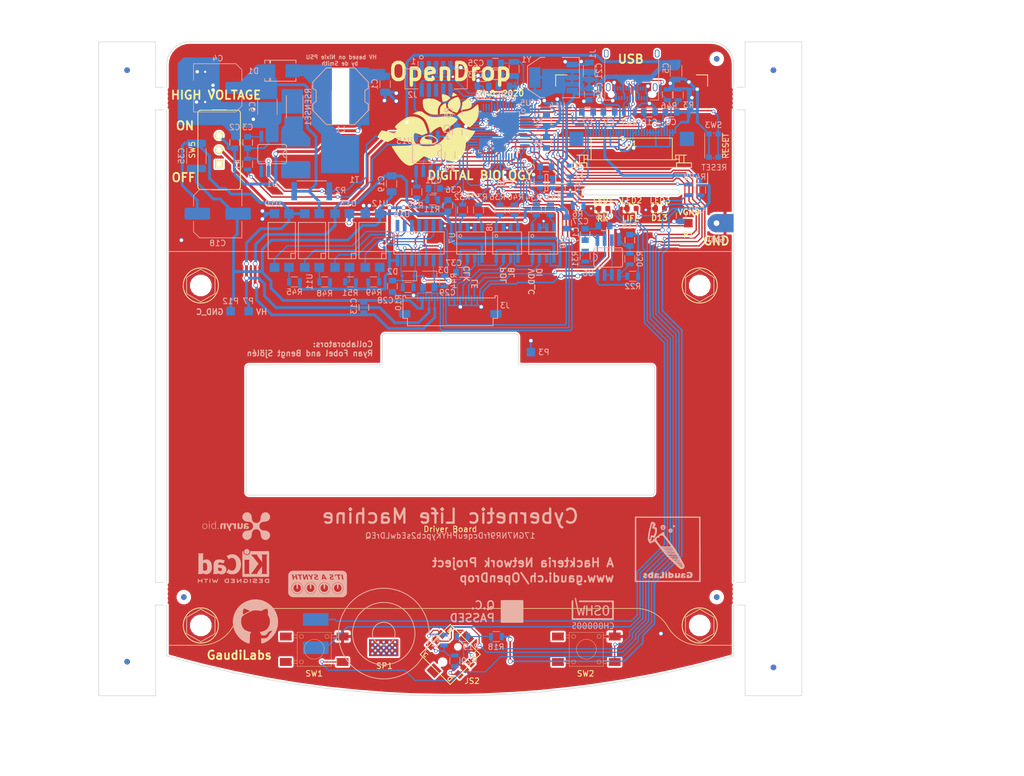
<source format=kicad_pcb>
(kicad_pcb (version 20171130) (host pcbnew 5.0.2-bee76a0~70~ubuntu18.04.1)
  (layers (0 F.Cu signal) (31 B.Cu signal) (34 B.Paste user) (35 F.Paste user) (36 B.SilkS user) (37 F.SilkS user) (38 B.Mask user) (39 F.Mask user) (44 Edge.Cuts user))
  (net 0 "")
  (net 1 "Net-(C1-Pad1)")
  (net 2 "Net-(D1-Pad2)")
  (net 3 GND)
  (net 4 V_HV)
  (net 5 "Net-(RSENSE1-Pad1)")
  (net 6 "Net-(T1-Pad1)")
  (net 7 "Net-(C7-Pad1)")
  (net 8 "Net-(C7-Pad2)")
  (net 9 "Net-(C9-Pad1)")
  (net 10 "Net-(C9-Pad2)")
  (net 11 "Net-(C10-Pad1)")
  (net 12 "Net-(LED1-Pad2)")
  (net 13 CLK)
  (net 14 LE)
  (net 15 DISP_CS)
  (net 16 DISP_RES)
  (net 17 "Net-(LED2-Pad2)")
  (net 18 DISP_SCL)
  (net 19 DISP_SDA)
  (net 20 SW1)
  (net 21 SW2)
  (net 22 DISP_DC)
  (net 23 SPK)
  (net 24 RX_LED)
  (net 25 JOY)
  (net 26 SW3)
  (net 27 BL)
  (net 28 DI)
  (net 29 "Net-(C16-Pad1)")
  (net 30 FEEDBACK)
  (net 31 "Net-(R22-Pad2)")
  (net 32 "Net-(U6-Pad3)")
  (net 33 V_GND)
  (net 34 "Net-(R32-Pad1)")
  (net 35 VDD_C)
  (net 36 CLK_C)
  (net 37 "Net-(R34-Pad1)")
  (net 38 "Net-(R36-Pad1)")
  (net 39 POL)
  (net 40 "Net-(R37-Pad1)")
  (net 41 LE_C)
  (net 42 "Net-(R40-Pad1)")
  (net 43 "Net-(R41-Pad1)")
  (net 44 "Net-(R45-Pad1)")
  (net 45 "Net-(R48-Pad1)")
  (net 46 "Net-(R49-Pad1)")
  (net 47 "Net-(R51-Pad1)")
  (net 48 GND_C)
  (net 49 V_HV_C)
  (net 50 +3V3)
  (net 51 "Net-(C20-Pad1)")
  (net 52 "Net-(C23-Pad2)")
  (net 53 AREF)
  (net 54 "Net-(C25-Pad2)")
  (net 55 AC)
  (net 56 "Net-(R3-Pad1)")
  (net 57 RESET)
  (net 58 SWDIO)
  (net 59 SWCLK)
  (net 60 D+)
  (net 61 "Net-(C3-Pad1)")
  (net 62 D13)
  (net 63 "Net-(R1-Pad1)")
  (net 64 "Net-(R2-Pad2)")
  (net 65 "Net-(LED3-Pad2)")
  (net 66 "Net-(C11-Pad2)")
  (net 67 VSENS)
  (net 68 "Net-(SP1-Pad1)")
  (net 69 "Net-(SP1-Pad2)")
  (net 70 D-)
  (net 71 "Net-(C28-Pad2)")
  (net 72 "Net-(C29-Pad2)")
  (net 73 "Net-(C31-Pad2)")
  (net 74 "Net-(D2-Pad1)")
  (net 75 V_SCK)
  (net 76 V_SI)
  (net 77 V_CS)
  (net 78 "Net-(U10-Pad2)")
  (net 79 "Net-(U11-Pad2)")
  (net 80 "Net-(U12-Pad2)")
  (net 81 "Net-(U13-Pad2)")
  (net 82 V_USB)
  (net 83 "Net-(J1-PadS1)")
  (net 84 "Net-(J1-PadA5)")
  (net 85 "Net-(C11-Pad1)")
  (net 86 SENS_PAD)
  (net 87 "Net-(U16-Pad11)")
  (net 88 "Net-(J1-PadB5)")
  (net 89 "Net-(JS2-Pad1)")
  (net 90 "Net-(JS2-Pad3)")
  (net 91 "Net-(JS2-Pad6)")
  (net 92 BL_C)
  (net 93 DI_C)
  (net 94 POL_C)
  (net 95 DIG1)
  (net 96 DIG0)
  (net 97 "Net-(C8-Pad1)")
  (module GaudiLabsFootPrints:Speaker16mm (layer F.Cu) (at 88.265 135.439)
    (fp_text reference SP1 (at 0.127 5.715) (layer F.SilkS))
    (fp_text value SPEAKER)
    (pad 2 smd rect (at -12 2.5) (size 4.5 2.2) (layers B.Cu B.Paste B.Mask) (net 69 "Net-(SP1-Pad2)"))
    (pad 1 smd rect (at -12 -2.5) (size 4.5 2.2) (layers B.Cu B.Paste B.Mask) (net 68 "Net-(SP1-Pad1)"))
    (pad 3 smd rect (at 0 2.5) (size 5.2 3) (layers F.Cu F.Mask))
    (pad 3 thru_hole circle (at -2 1.5) (size 0.6 0.6) (drill 0.35) (layers *.Cu *.Mask))
    (pad 3 thru_hole circle (at -1.5 2) (size 0.6 0.6) (drill 0.35) (layers *.Cu *.Mask))
    (pad 3 thru_hole circle (at -1 1.5) (size 0.6 0.6) (drill 0.35) (layers *.Cu *.Mask))
    (pad 3 thru_hole circle (at -0.5 2) (size 0.6 0.6) (drill 0.35) (layers *.Cu *.Mask))
    (pad 3 thru_hole circle (at 0 1.5) (size 0.6 0.6) (drill 0.35) (layers *.Cu *.Mask))
    (pad 3 thru_hole circle (at 0.5 2) (size 0.6 0.6) (drill 0.35) (layers *.Cu *.Mask))
    (pad 3 thru_hole circle (at 1 1.5) (size 0.6 0.6) (drill 0.35) (layers *.Cu *.Mask))
    (pad 3 thru_hole circle (at 1.5 2) (size 0.6 0.6) (drill 0.35) (layers *.Cu *.Mask))
    (pad 3 thru_hole circle (at 2 1.5) (size 0.6 0.6) (drill 0.35) (layers *.Cu *.Mask))
    (pad 3 thru_hole circle (at -2 2.5) (size 0.6 0.6) (drill 0.35) (layers *.Cu *.Mask))
    (pad 3 thru_hole circle (at -1.5 3) (size 0.6 0.6) (drill 0.35) (layers *.Cu *.Mask))
    (pad 3 thru_hole circle (at -1 2.5) (size 0.6 0.6) (drill 0.35) (layers *.Cu *.Mask))
    (pad 3 thru_hole circle (at -0.5 3) (size 0.6 0.6) (drill 0.35) (layers *.Cu *.Mask))
    (pad 3 thru_hole circle (at 0 2.5) (size 0.6 0.6) (drill 0.35) (layers *.Cu *.Mask))
    (pad 3 thru_hole circle (at 0.5 3) (size 0.6 0.6) (drill 0.35) (layers *.Cu *.Mask))
    (pad 3 thru_hole circle (at 1 2.5) (size 0.6 0.6) (drill 0.35) (layers *.Cu *.Mask))
    (pad 3 thru_hole circle (at 1.5 3) (size 0.6 0.6) (drill 0.35) (layers *.Cu *.Mask))
    (pad 3 thru_hole circle (at 2 2.5) (size 0.6 0.6) (drill 0.35) (layers *.Cu *.Mask))
    (pad 3 thru_hole circle (at -2 3.5) (size 0.6 0.6) (drill 0.35) (layers *.Cu *.Mask))
    (pad 3 thru_hole circle (at -1 3.5) (size 0.6 0.6) (drill 0.35) (layers *.Cu *.Mask))
    (pad 3 thru_hole circle (at 0 3.5) (size 0.6 0.6) (drill 0.35) (layers *.Cu *.Mask))
    (pad 3 thru_hole circle (at 1 3.5) (size 0.6 0.6) (drill 0.35) (layers *.Cu *.Mask))
    (pad 3 thru_hole circle (at 2 3.5) (size 0.6 0.6) (drill 0.35) (layers *.Cu *.Mask))
  )
  (module GaudiLabsFootPrints:USB_C_Receptacle_Amphenol_12401610E4-2A (layer B.Cu) (at 132 35.9)
    (fp_text reference J1 (at -6.868 -2.749 -270) (layer B.SilkS) (effects (justify mirror)))
    (fp_text value USB_C_Receptacle)
    (pad B12 smd rect (at -3 3.32) (size 0.3 0.7) (layers B.Cu B.Paste B.Mask) (net 3 GND))
    (pad B11 smd rect (at -2.5 3.32) (size 0.3 0.7) (layers B.Cu B.Paste B.Mask))
    (pad B10 smd rect (at -2 3.32) (size 0.3 0.7) (layers B.Cu B.Paste B.Mask))
    (pad B9 smd rect (at -1.5 3.32) (size 0.3 0.7) (layers B.Cu B.Paste B.Mask) (net 82 V_USB))
    (pad B8 smd rect (at -1 3.32) (size 0.3 0.7) (layers B.Cu B.Paste B.Mask))
    (pad B7 smd rect (at -0.5 3.32) (size 0.3 0.7) (layers B.Cu B.Paste B.Mask) (net 70 D-))
    (pad B6 smd rect (at 0 3.32) (size 0.3 0.7) (layers B.Cu B.Paste B.Mask) (net 60 D+))
    (pad B5 smd rect (at 0.5 3.32) (size 0.3 0.7) (layers B.Cu B.Paste B.Mask) (net 88 "Net-(J1-PadB5)"))
    (pad B4 smd rect (at 1 3.32) (size 0.3 0.7) (layers B.Cu B.Paste B.Mask) (net 82 V_USB))
    (pad B3 smd rect (at 1.5 3.32) (size 0.3 0.7) (layers B.Cu B.Paste B.Mask))
    (pad B2 smd rect (at 2 3.32) (size 0.3 0.7) (layers B.Cu B.Paste B.Mask))
    (pad "" np_thru_hole circle (at -3.6 4.36) (size 0.65 0.65) (drill 0.65) (layers *.Cu *.Mask))
    (pad "" np_thru_hole oval (at 3.6 4.36) (size 0.95 0.65) (drill oval 0.95 0.65) (layers *.Cu *.Mask))
    (pad S1 thru_hole oval (at -4.49 -2.84) (size 0.8 1.4) (drill oval 0.5 1.1) (layers *.Cu *.Paste *.Mask) (net 83 "Net-(J1-PadS1)"))
    (pad S1 thru_hole oval (at 4.49 -2.84) (size 0.8 1.4) (drill oval 0.5 1.1) (layers *.Cu *.Paste *.Mask) (net 83 "Net-(J1-PadS1)"))
    (pad S1 thru_hole oval (at 4.13 3.11) (size 0.8 1.4) (drill oval 0.5 1.1) (layers *.Cu *.Paste *.Mask) (net 83 "Net-(J1-PadS1)"))
    (pad B1 smd rect (at 2.5 3.32) (size 0.3 0.7) (layers B.Cu B.Paste B.Mask) (net 3 GND))
    (pad A11 smd rect (at 2.25 5.02) (size 0.3 0.7) (layers B.Cu B.Paste B.Mask))
    (pad A8 smd rect (at 0.75 5.02) (size 0.3 0.7) (layers B.Cu B.Paste B.Mask))
    (pad A9 smd rect (at 1.25 5.02) (size 0.3 0.7) (layers B.Cu B.Paste B.Mask) (net 82 V_USB))
    (pad A10 smd rect (at 1.75 5.02) (size 0.3 0.7) (layers B.Cu B.Paste B.Mask))
    (pad A12 smd rect (at 2.75 5.02) (size 0.3 0.7) (layers B.Cu B.Paste B.Mask) (net 3 GND))
    (pad A7 smd rect (at 0.25 5.02) (size 0.3 0.7) (layers B.Cu B.Paste B.Mask) (net 70 D-))
    (pad A6 smd rect (at -0.25 5.02) (size 0.3 0.7) (layers B.Cu B.Paste B.Mask) (net 60 D+))
    (pad A5 smd rect (at -0.75 5.02) (size 0.3 0.7) (layers B.Cu B.Paste B.Mask) (net 84 "Net-(J1-PadA5)"))
    (pad A4 smd rect (at -1.25 5.02) (size 0.3 0.7) (layers B.Cu B.Paste B.Mask) (net 82 V_USB))
    (pad A3 smd rect (at -1.75 5.02) (size 0.3 0.7) (layers B.Cu B.Paste B.Mask))
    (pad A2 smd rect (at -2.25 5.02) (size 0.3 0.7) (layers B.Cu B.Paste B.Mask))
    (pad A1 smd rect (at -2.75 5.02) (size 0.3 0.7) (layers B.Cu B.Paste B.Mask) (net 3 GND))
    (pad S1 thru_hole oval (at -4.13 3.11) (size 0.8 1.4) (drill oval 0.5 1.1) (layers *.Cu *.Paste *.Mask) (net 83 "Net-(J1-PadS1)"))
  )
  (module GaudiLabsFootPrints:MountingHoleM3 (layer F.Cu) (at 56 134)
    (fp_text reference P15 hide)
    (fp_text value ScrewPad3)
    (pad "" np_thru_hole circle (at 0 0 90) (size 3.2 3.2) (drill 3.2) (layers *.Cu *.Mask))
  )
  (module GaudiLabsFootPrints:FFC_MOLEX_EASYON_05mm_24 (layer B.Cu) (at 100 76.5 180)
    (fp_text reference J3 (at -9.652 -1.021 180) (layer B.SilkS) (effects (justify mirror)))
    (fp_text value Conn_01x24_Female)
    (pad "" smd rect (at -8.05 -2.5 180) (size 2 1.3) (layers B.Cu B.Paste B.Mask))
    (pad "" smd rect (at 8.05 -2.5 180) (size 2 1.3) (layers B.Cu B.Paste B.Mask))
    (pad 1 smd rect (at -5.75 0.2 180) (size 0.3 1) (layers B.Cu B.Paste B.Mask) (net 50 +3V3))
    (pad 2 smd rect (at -5.25 0.2 180) (size 0.3 1) (layers B.Cu B.Paste B.Mask) (net 33 V_GND))
    (pad 3 smd rect (at -4.75 0.2 180) (size 0.3 1) (layers B.Cu B.Paste B.Mask) (net 3 GND))
    (pad 4 smd rect (at -4.25 0.2 180) (size 0.3 1) (layers B.Cu B.Paste B.Mask) (net 93 DI_C))
    (pad 5 smd rect (at -3.75 0.2 180) (size 0.3 1) (layers B.Cu B.Paste B.Mask) (net 3 GND))
    (pad 6 smd rect (at -3.25 0.2 180) (size 0.3 1) (layers B.Cu B.Paste B.Mask) (net 92 BL_C))
    (pad 7 smd rect (at -2.75 0.2 180) (size 0.3 1) (layers B.Cu B.Paste B.Mask) (net 3 GND))
    (pad 8 smd rect (at -2.25 0.2 180) (size 0.3 1) (layers B.Cu B.Paste B.Mask) (net 94 POL_C))
    (pad 9 smd rect (at -1.75 0.2 180) (size 0.3 1) (layers B.Cu B.Paste B.Mask) (net 3 GND))
    (pad 10 smd rect (at -1.25 0.2 180) (size 0.3 1) (layers B.Cu B.Paste B.Mask) (net 41 LE_C))
    (pad 11 smd rect (at -0.75 0.2 180) (size 0.3 1) (layers B.Cu B.Paste B.Mask) (net 3 GND))
    (pad 12 smd rect (at -0.25 0.2 180) (size 0.3 1) (layers B.Cu B.Paste B.Mask) (net 36 CLK_C))
    (pad 13 smd rect (at 0.25 0.2 180) (size 0.3 1) (layers B.Cu B.Paste B.Mask) (net 3 GND))
    (pad 14 smd rect (at 0.75 0.2 180) (size 0.3 1) (layers B.Cu B.Paste B.Mask) (net 95 DIG1))
    (pad 15 smd rect (at 1.25 0.2 180) (size 0.3 1) (layers B.Cu B.Paste B.Mask) (net 96 DIG0))
    (pad 16 smd rect (at 1.75 0.2 180) (size 0.3 1) (layers B.Cu B.Paste B.Mask) (net 86 SENS_PAD))
    (pad 17 smd rect (at 2.25 0.2 180) (size 0.3 1) (layers B.Cu B.Paste B.Mask) (net 3 GND))
    (pad 18 smd rect (at 2.75 0.2 180) (size 0.3 1) (layers B.Cu B.Paste B.Mask) (net 35 VDD_C))
    (pad 19 smd rect (at 3.25 0.2 180) (size 0.3 1) (layers B.Cu B.Paste B.Mask) (net 3 GND))
    (pad 20 smd rect (at 3.75 0.2 180) (size 0.3 1) (layers B.Cu B.Paste B.Mask) (net 49 V_HV_C))
    (pad 21 smd rect (at 4.25 0.2 180) (size 0.3 1) (layers B.Cu B.Paste B.Mask) (net 3 GND))
    (pad 22 smd rect (at 4.75 0.2 180) (size 0.3 1) (layers B.Cu B.Paste B.Mask) (net 48 GND_C))
    (pad 23 smd rect (at 5.25 0.2 180) (size 0.3 1) (layers B.Cu B.Paste B.Mask) (net 48 GND_C))
    (pad 24 smd rect (at 5.75 0.2 180) (size 0.3 1) (layers B.Cu B.Paste B.Mask) (net 3 GND))
  )
  (module Fiducials:Fiducial_1mm_Dia_2.54mm_Outer_CopperBottom (layer F.Cu) (at 157 36)
    (fp_text reference REF** hide)
    (fp_text value Fiducial_1mm_Dia_2.54mm_Outer_CopperBottom)
    (pad ~ smd circle (at 0 0) (size 1 1) (layers B.Cu B.Mask) (clearance 0.77))
  )
  (module Fiducials:Fiducial_1mm_Dia_2.54mm_Outer_CopperBottom (layer F.Cu) (at 157 141.4)
    (fp_text reference REF** hide)
    (fp_text value Fiducial_1mm_Dia_2.54mm_Outer_CopperBottom)
    (pad ~ smd circle (at 0 0) (size 1 1) (layers B.Cu B.Mask) (clearance 0.77))
  )
  (module Fiducials:Fiducial_1mm_Dia_2.54mm_Outer_CopperBottom (layer F.Cu) (at 43 140.4)
    (fp_text reference REF** hide)
    (fp_text value Fiducial_1mm_Dia_2.54mm_Outer_CopperBottom)
    (pad ~ smd circle (at 0 0) (size 1 1) (layers B.Cu B.Mask) (clearance 0.77))
  )
  (module Fiducials:Fiducial_1mm_Dia_2.54mm_Outer_CopperBottom (layer F.Cu) (at 43 36)
    (fp_text reference REF** hide)
    (fp_text value Fiducial_1mm_Dia_2.54mm_Outer_CopperBottom)
    (pad ~ smd circle (at 0 0) (size 1 1) (layers B.Cu B.Mask) (clearance 0.77))
  )
  (module Fiducials:Fiducial_1mm_Dia_2.54mm_Outer_CopperBottom (layer B.Cu) (at 43 140.4)
    (fp_text reference REF** hide)
    (fp_text value Fiducial_1mm_Dia_2.54mm_Outer_CopperBottom)
    (pad ~ smd circle (at 0 0) (size 1 1) (layers F.Cu F.Mask) (clearance 0.77))
  )
  (module Fiducials:Fiducial_1mm_Dia_2.54mm_Outer_CopperBottom (layer B.Cu) (at 43 36)
    (fp_text reference REF** hide)
    (fp_text value Fiducial_1mm_Dia_2.54mm_Outer_CopperBottom)
    (pad ~ smd circle (at 0 0) (size 1 1) (layers F.Cu F.Mask) (clearance 0.77))
  )
  (module Fiducials:Fiducial_1mm_Dia_2.54mm_Outer_CopperBottom (layer B.Cu) (at 157 141.4)
    (fp_text reference REF** hide)
    (fp_text value Fiducial_1mm_Dia_2.54mm_Outer_CopperBottom)
    (pad ~ smd circle (at 0 0) (size 1 1) (layers F.Cu F.Mask) (clearance 0.77))
  )
  (module Fiducials:Fiducial_1mm_Dia_2.54mm_Outer_CopperBottom (layer B.Cu) (at 157 36)
    (fp_text reference REF** hide)
    (fp_text value Fiducial_1mm_Dia_2.54mm_Outer_CopperBottom)
    (pad ~ smd circle (at 0 0) (size 1 1) (layers F.Cu F.Mask) (clearance 0.77))
  )
  (module Capacitors_SMD:C_0805 (layer B.Cu) (at 107.95 34.757)
    (fp_text reference C25 (at -3.429 0 180) (layer B.SilkS) (effects (justify mirror)))
    (fp_text value 22pF)
    (pad 2 smd rect (at 1 0) (size 1 1.25) (layers B.Cu B.Paste B.Mask) (net 54 "Net-(C25-Pad2)"))
    (pad 1 smd rect (at -1 0) (size 1 1.25) (layers B.Cu B.Paste B.Mask) (net 3 GND))
  )
  (module Crystals:Crystal_SMD_3215-2pin_3.2x1.5mm (layer B.Cu) (at 111.252 35.773 270)
    (fp_text reference Y1 (at -1.651 -2.159) (layer B.SilkS) (effects (justify mirror)))
    (fp_text value 32.765)
    (pad 2 smd rect (at -1.25 0 270) (size 1 1.8) (layers B.Cu B.Paste B.Mask) (net 54 "Net-(C25-Pad2)"))
    (pad 1 smd rect (at 1.25 0 270) (size 1 1.8) (layers B.Cu B.Paste B.Mask) (net 52 "Net-(C23-Pad2)"))
  )
  (module GaudiLabsLogos:FLUXL_S2 (layer F.Cu) (at 96.266 46.441)
    (fp_text reference G*** hide)
    (fp_text value LOGO hide)
  )
  (module Capacitors_SMD:C_0805 (layer B.Cu) (at 101.219 46.949 270)
    (fp_text reference C14 (at 0 1.778 270) (layer B.SilkS) (effects (justify mirror)))
    (fp_text value 100nF)
    (pad 1 smd rect (at -1 0 270) (size 1 1.25) (layers B.Cu B.Paste B.Mask) (net 50 +3V3))
    (pad 2 smd rect (at 1 0 270) (size 1 1.25) (layers B.Cu B.Paste B.Mask) (net 3 GND))
  )
  (module GaudiLabsFootPrints:SMD_DIP4 (layer B.Cu) (at 86.281 66.067 90)
    (fp_text reference U12 (at 6.545 1.349 180) (layer B.SilkS) (effects (justify mirror)))
    (fp_text value AQY210EH)
    (pad 2 smd rect (at -4.75 -1.27 90) (size 1.6 1.7) (layers B.Cu B.Paste B.Mask) (net 80 "Net-(U12-Pad2)"))
    (pad 1 smd rect (at -4.75 1.27 90) (size 1.6 1.7) (layers B.Cu B.Paste B.Mask) (net 46 "Net-(R49-Pad1)"))
    (pad 4 smd rect (at 4.75 1.27 90) (size 1.6 1.7) (layers B.Cu B.Paste B.Mask) (net 48 GND_C))
    (pad 3 smd rect (at 4.75 -1.27 90) (size 1.6 1.7) (layers B.Cu B.Paste B.Mask) (net 3 GND))
  )
  (module Resistors_SMD:R_0805 (layer B.Cu) (at 102.156 60.6695 90)
    (fp_text reference R32 (at 2.2905 -0.048 180) (layer B.SilkS) (effects (justify mirror)))
    (fp_text value 220)
    (pad 1 smd rect (at -0.95 0 90) (size 0.7 1.3) (layers B.Cu B.Paste B.Mask) (net 34 "Net-(R32-Pad1)"))
    (pad 2 smd rect (at 0.95 0 90) (size 0.7 1.3) (layers B.Cu B.Paste B.Mask) (net 13 CLK))
  )
  (module GaudiLabsFootPrints:HCPL_Optocoupler_SMD (layer B.Cu) (at 116.38 66.5115)
    (fp_text reference U9 (at 3.508 -0.0045 90) (layer B.SilkS) (effects (justify mirror)))
    (fp_text value ACPL-024L-000E)
    (pad 5 smd rect (at 1.905 2.7325) (size 0.61 1.52) (layers B.Cu B.Paste B.Mask) (net 48 GND_C))
    (pad 6 smd rect (at 0.635 2.7325) (size 0.61 1.52) (layers B.Cu B.Paste B.Mask))
    (pad 7 smd rect (at -0.635 2.7325) (size 0.61 1.52) (layers B.Cu B.Paste B.Mask) (net 93 DI_C))
    (pad 8 smd rect (at -1.905 2.7325) (size 0.61 1.52) (layers B.Cu B.Paste B.Mask) (net 35 VDD_C))
    (pad 1 smd rect (at -1.905 -2.7325) (size 0.61 1.52) (layers B.Cu B.Paste B.Mask) (net 37 "Net-(R34-Pad1)"))
    (pad 2 smd rect (at -0.635 -2.7325) (size 0.61 1.52) (layers B.Cu B.Paste B.Mask) (net 3 GND))
    (pad 3 smd rect (at 0.635 -2.7325) (size 0.61 1.52) (layers B.Cu B.Paste B.Mask) (net 3 GND))
    (pad 4 smd rect (at 1.905 -2.7325) (size 0.61 1.52) (layers B.Cu B.Paste B.Mask) (net 43 "Net-(R41-Pad1)"))
  )
  (module GaudiLabsFootPrints:HCPL_Optocoupler_SMD (layer B.Cu) (at 110.03 66.5115)
    (fp_text reference U8 (at -3.096 -3.0525 90) (layer B.SilkS) (effects (justify mirror)))
    (fp_text value "ACPL-024L-000E ")
    (pad 4 smd rect (at 1.905 -2.7325) (size 0.61 1.52) (layers B.Cu B.Paste B.Mask) (net 42 "Net-(R40-Pad1)"))
    (pad 3 smd rect (at 0.635 -2.7325) (size 0.61 1.52) (layers B.Cu B.Paste B.Mask) (net 3 GND))
    (pad 2 smd rect (at -0.635 -2.7325) (size 0.61 1.52) (layers B.Cu B.Paste B.Mask) (net 3 GND))
    (pad 1 smd rect (at -1.905 -2.7325) (size 0.61 1.52) (layers B.Cu B.Paste B.Mask) (net 38 "Net-(R36-Pad1)"))
    (pad 8 smd rect (at -1.905 2.7325) (size 0.61 1.52) (layers B.Cu B.Paste B.Mask) (net 35 VDD_C))
    (pad 7 smd rect (at -0.635 2.7325) (size 0.61 1.52) (layers B.Cu B.Paste B.Mask) (net 94 POL_C))
    (pad 6 smd rect (at 0.635 2.7325) (size 0.61 1.52) (layers B.Cu B.Paste B.Mask) (net 92 BL_C))
    (pad 5 smd rect (at 1.905 2.7325) (size 0.61 1.52) (layers B.Cu B.Paste B.Mask) (net 48 GND_C))
  )
  (module Resistors_SMD:R_0805 (layer B.Cu) (at 64.262 52.578 90)
    (fp_text reference R1 (at -0.086 -1.651 90) (layer B.SilkS) (effects (justify mirror)))
    (fp_text value 6.8k)
    (pad 1 smd rect (at -0.95 0 90) (size 0.7 1.3) (layers B.Cu B.Paste B.Mask) (net 63 "Net-(R1-Pad1)"))
    (pad 2 smd rect (at 0.95 0 90) (size 0.7 1.3) (layers B.Cu B.Paste B.Mask) (net 3 GND))
  )
  (module Resistors_SMD:R_0805 (layer B.Cu) (at 101.219 43.393 270)
    (fp_text reference R5 (at 0.127 1.651 90) (layer B.SilkS) (effects (justify mirror)))
    (fp_text value 10k)
    (pad 1 smd rect (at -0.95 0 270) (size 0.7 1.3) (layers B.Cu B.Paste B.Mask) (net 57 RESET))
    (pad 2 smd rect (at 0.95 0 270) (size 0.7 1.3) (layers B.Cu B.Paste B.Mask) (net 50 +3V3))
  )
  (module Resistors_SMD:R_0805 (layer B.Cu) (at 108.1278 135.9662)
    (fp_text reference R18 (at -0.0508 1.8288) (layer B.SilkS) (effects (justify mirror)))
    (fp_text value 10k)
    (pad 1 smd rect (at -0.95 0) (size 0.7 1.3) (layers B.Cu B.Paste B.Mask) (net 25 JOY))
    (pad 2 smd rect (at 0.95 0) (size 0.7 1.3) (layers B.Cu B.Paste B.Mask) (net 50 +3V3))
  )
  (module Resistors_SMD:R_0805 (layer B.Cu) (at 102.1334 135.9662)
    (fp_text reference R19 (at 1.4986 1.8288) (layer B.SilkS) (effects (justify mirror)))
    (fp_text value 10k)
    (pad 1 smd rect (at -0.95 0) (size 0.7 1.3) (layers B.Cu B.Paste B.Mask) (net 91 "Net-(JS2-Pad6)"))
    (pad 2 smd rect (at 0.95 0) (size 0.7 1.3) (layers B.Cu B.Paste B.Mask) (net 25 JOY))
  )
  (module Resistors_SMD:R_0805 (layer B.Cu) (at 100.8126 140.2334 270)
    (fp_text reference R20 (at -0.0254 -2.5654) (layer B.SilkS) (effects (justify mirror)))
    (fp_text value 10k)
    (pad 1 smd rect (at -0.95 0 270) (size 0.7 1.3) (layers B.Cu B.Paste B.Mask) (net 90 "Net-(JS2-Pad3)"))
    (pad 2 smd rect (at 0.95 0 270) (size 0.7 1.3) (layers B.Cu B.Paste B.Mask) (net 91 "Net-(JS2-Pad6)"))
  )
  (module Resistors_SMD:R_0805 (layer B.Cu) (at 98.8822 136.5758 270)
    (fp_text reference R21 (at 0.0762 1.6002 270) (layer B.SilkS) (effects (justify mirror)))
    (fp_text value 10k)
    (pad 1 smd rect (at -0.95 0 270) (size 0.7 1.3) (layers B.Cu B.Paste B.Mask) (net 89 "Net-(JS2-Pad1)"))
    (pad 2 smd rect (at 0.95 0 270) (size 0.7 1.3) (layers B.Cu B.Paste B.Mask) (net 90 "Net-(JS2-Pad3)"))
  )
  (module Resistors_SMD:R_0805 (layer B.Cu) (at 132.176 72.36304 180)
    (fp_text reference R22 (at 0 -1.778 180) (layer B.SilkS) (effects (justify mirror)))
    (fp_text value 10k)
    (pad 1 smd rect (at -0.95 0 180) (size 0.7 1.3) (layers B.Cu B.Paste B.Mask) (net 50 +3V3))
    (pad 2 smd rect (at 0.95 0 180) (size 0.7 1.3) (layers B.Cu B.Paste B.Mask) (net 31 "Net-(R22-Pad2)"))
  )
  (module Resistors_SMD:R_0805 (layer B.Cu) (at 131.668 69.31504 90)
    (fp_text reference R30 (at 0 1.778 90) (layer B.SilkS) (effects (justify mirror)))
    (fp_text value 10k)
    (pad 1 smd rect (at -0.95 0 90) (size 0.7 1.3) (layers B.Cu B.Paste B.Mask) (net 31 "Net-(R22-Pad2)"))
    (pad 2 smd rect (at 0.95 0 90) (size 0.7 1.3) (layers B.Cu B.Paste B.Mask) (net 3 GND))
  )
  (module Resistors_SMD:R_0805 (layer B.Cu) (at 123.794 68.80704 90)
    (fp_text reference R31 (at -0.49396 -1.747 90) (layer B.SilkS) (effects (justify mirror)))
    (fp_text value 15k)
    (pad 1 smd rect (at -0.95 0 90) (size 0.7 1.3) (layers B.Cu B.Paste B.Mask) (net 30 FEEDBACK))
    (pad 2 smd rect (at 0.95 0 90) (size 0.7 1.3) (layers B.Cu B.Paste B.Mask) (net 29 "Net-(C16-Pad1)"))
  )
  (module Resistors_SMD:R_0805 (layer B.Cu) (at 98.984 73.203 270)
    (fp_text reference R44 (at 0 -1.651 270) (layer B.SilkS) (effects (justify mirror)))
    (fp_text value 10k)
    (pad 1 smd rect (at -0.95 0 270) (size 0.7 1.3) (layers B.Cu B.Paste B.Mask) (net 74 "Net-(D2-Pad1)"))
    (pad 2 smd rect (at 0.95 0 270) (size 0.7 1.3) (layers B.Cu B.Paste B.Mask) (net 72 "Net-(C29-Pad2)"))
  )
  (module Resistors_SMD:R_0805 (layer B.Cu) (at 72.517 73.365)
    (fp_text reference R45 (at 0 1.778) (layer B.SilkS) (effects (justify mirror)))
    (fp_text value 220)
    (pad 1 smd rect (at -0.95 0) (size 0.7 1.3) (layers B.Cu B.Paste B.Mask) (net 44 "Net-(R45-Pad1)"))
    (pad 2 smd rect (at 0.95 0) (size 0.7 1.3) (layers B.Cu B.Paste B.Mask) (net 82 V_USB))
  )
  (module Resistors_SMD:R_0805 (layer B.Cu) (at 77.851 73.365)
    (fp_text reference R48 (at 0 2.032) (layer B.SilkS) (effects (justify mirror)))
    (fp_text value 220)
    (pad 1 smd rect (at -0.95 0) (size 0.7 1.3) (layers B.Cu B.Paste B.Mask) (net 45 "Net-(R48-Pad1)"))
    (pad 2 smd rect (at 0.95 0) (size 0.7 1.3) (layers B.Cu B.Paste B.Mask) (net 82 V_USB))
  )
  (module Resistors_SMD:R_0805 (layer B.Cu) (at 86.487 73.365 180)
    (fp_text reference R49 (at -0.051 -1.87 180) (layer B.SilkS) (effects (justify mirror)))
    (fp_text value 220)
    (pad 1 smd rect (at -0.95 0 180) (size 0.7 1.3) (layers B.Cu B.Paste B.Mask) (net 46 "Net-(R49-Pad1)"))
    (pad 2 smd rect (at 0.95 0 180) (size 0.7 1.3) (layers B.Cu B.Paste B.Mask) (net 82 V_USB))
  )
  (module Resistors_SMD:R_0805 (layer B.Cu) (at 82.423 73.365)
    (fp_text reference R51 (at -0.076 1.9335) (layer B.SilkS) (effects (justify mirror)))
    (fp_text value 220)
    (pad 1 smd rect (at -0.95 0) (size 0.7 1.3) (layers B.Cu B.Paste B.Mask) (net 47 "Net-(R51-Pad1)"))
    (pad 2 smd rect (at 0.95 0) (size 0.7 1.3) (layers B.Cu B.Paste B.Mask) (net 82 V_USB))
  )
  (module Resistors_SMD:R_0805 (layer B.Cu) (at 117.65 60.6695 90)
    (fp_text reference R41 (at 2.2905 0.587 180) (layer B.SilkS) (effects (justify mirror)))
    (fp_text value 220)
    (pad 1 smd rect (at -0.95 0 90) (size 0.7 1.3) (layers B.Cu B.Paste B.Mask) (net 43 "Net-(R41-Pad1)"))
    (pad 2 smd rect (at 0.95 0 90) (size 0.7 1.3) (layers B.Cu B.Paste B.Mask))
  )
  (module Resistors_SMD:R_0805 (layer B.Cu) (at 140.208 40.345 90)
    (fp_text reference R3 (at -1.7938 1.829 180) (layer B.SilkS) (effects (justify mirror)))
    (fp_text value 390k)
    (pad 1 smd rect (at -0.95 0 90) (size 0.7 1.3) (layers B.Cu B.Paste B.Mask) (net 56 "Net-(R3-Pad1)"))
    (pad 2 smd rect (at 0.95 0 90) (size 0.7 1.3) (layers B.Cu B.Paste B.Mask) (net 3 GND))
  )
  (module Resistors_SMD:R_0805 (layer B.Cu) (at 144.145 57.109 270)
    (fp_text reference R4 (at -2.286 0) (layer B.SilkS) (effects (justify mirror)))
    (fp_text value 390)
    (pad 1 smd rect (at -0.95 0 270) (size 0.7 1.3) (layers B.Cu B.Paste B.Mask) (net 50 +3V3))
    (pad 2 smd rect (at 0.95 0 270) (size 0.7 1.3) (layers B.Cu B.Paste B.Mask) (net 17 "Net-(LED2-Pad2)"))
  )
  (module Resistors_SMD:R_0805 (layer B.Cu) (at 122.555 59.903)
    (fp_text reference R6 (at -0.08 1.472) (layer B.SilkS) (effects (justify mirror)))
    (fp_text value 390)
    (pad 1 smd rect (at -0.95 0) (size 0.7 1.3) (layers B.Cu B.Paste B.Mask) (net 24 RX_LED))
    (pad 2 smd rect (at 0.95 0) (size 0.7 1.3) (layers B.Cu B.Paste B.Mask) (net 12 "Net-(LED1-Pad2)"))
  )
  (module Resistors_SMD:R_0805 (layer B.Cu) (at 142.113 57.109 270)
    (fp_text reference R8 (at -2.286 0) (layer B.SilkS) (effects (justify mirror)))
    (fp_text value 390)
    (pad 1 smd rect (at -0.95 0 270) (size 0.7 1.3) (layers B.Cu B.Paste B.Mask) (net 62 D13))
    (pad 2 smd rect (at 0.95 0 270) (size 0.7 1.3) (layers B.Cu B.Paste B.Mask) (net 65 "Net-(LED3-Pad2)"))
  )
  (module Resistors_SMD:R_0805 (layer B.Cu) (at 115.175 60.675 90)
    (fp_text reference R34 (at 2.169 -0.494 180) (layer B.SilkS) (effects (justify mirror)))
    (fp_text value 220)
    (pad 1 smd rect (at -0.95 0 90) (size 0.7 1.3) (layers B.Cu B.Paste B.Mask) (net 37 "Net-(R34-Pad1)"))
    (pad 2 smd rect (at 0.95 0 90) (size 0.7 1.3) (layers B.Cu B.Paste B.Mask) (net 28 DI))
  )
  (module Resistors_SMD:R_0805 (layer B.Cu) (at 108.76 60.6695 90)
    (fp_text reference R36 (at 2.2905 -0.429 180) (layer B.SilkS) (effects (justify mirror)))
    (fp_text value 220)
    (pad 1 smd rect (at -0.95 0 90) (size 0.7 1.3) (layers B.Cu B.Paste B.Mask) (net 38 "Net-(R36-Pad1)"))
    (pad 2 smd rect (at 0.95 0 90) (size 0.7 1.3) (layers B.Cu B.Paste B.Mask) (net 39 POL))
  )
  (module Resistors_SMD:R_0805 (layer B.Cu) (at 104.975 60.675 90)
    (fp_text reference R37 (at 2.296 0.181 180) (layer B.SilkS) (effects (justify mirror)))
    (fp_text value 220)
    (pad 1 smd rect (at -0.95 0 90) (size 0.7 1.3) (layers B.Cu B.Paste B.Mask) (net 40 "Net-(R37-Pad1)"))
    (pad 2 smd rect (at 0.95 0 90) (size 0.7 1.3) (layers B.Cu B.Paste B.Mask) (net 14 LE))
  )
  (module Resistors_SMD:R_0805 (layer B.Cu) (at 111.3 60.6695 90)
    (fp_text reference R40 (at 2.2905 0.206 180) (layer B.SilkS) (effects (justify mirror)))
    (fp_text value 220)
    (pad 1 smd rect (at -0.95 0 90) (size 0.7 1.3) (layers B.Cu B.Paste B.Mask) (net 42 "Net-(R40-Pad1)"))
    (pad 2 smd rect (at 0.95 0 90) (size 0.7 1.3) (layers B.Cu B.Paste B.Mask) (net 27 BL))
  )
  (module Resistors_SMD:R_0805 (layer B.Cu) (at 99.949 51.013 90)
    (fp_text reference R9 (at -2.413 0 180) (layer B.SilkS) (effects (justify mirror)))
    (fp_text value 390k)
    (pad 1 smd rect (at -0.95 0 90) (size 0.7 1.3) (layers B.Cu B.Paste B.Mask) (net 67 VSENS))
    (pad 2 smd rect (at 0.95 0 90) (size 0.7 1.3) (layers B.Cu B.Paste B.Mask) (net 63 "Net-(R1-Pad1)"))
  )
  (module Resistors_SMD:R_0805 (layer B.Cu) (at 92.568 74.346 180)
    (fp_text reference R10 (at 1.712 -2.667 270) (layer B.SilkS) (effects (justify mirror)))
    (fp_text value 10k)
    (pad 1 smd rect (at -0.95 0 180) (size 0.7 1.3) (layers B.Cu B.Paste B.Mask) (net 74 "Net-(D2-Pad1)"))
    (pad 2 smd rect (at 0.95 0 180) (size 0.7 1.3) (layers B.Cu B.Paste B.Mask) (net 71 "Net-(C28-Pad2)"))
  )
  (module Resistors_SMD:R_0805 (layer B.Cu) (at 96.901 58.887)
    (fp_text reference R11 (at -0.127 1.651) (layer B.SilkS) (effects (justify mirror)))
    (fp_text value 15k)
    (pad 1 smd rect (at -0.95 0) (size 0.7 1.3) (layers B.Cu B.Paste B.Mask) (net 73 "Net-(C31-Pad2)"))
    (pad 2 smd rect (at 0.95 0) (size 0.7 1.3) (layers B.Cu B.Paste B.Mask) (net 50 +3V3))
  )
  (module GaudiLabsFootPrints:D-Pak_TO252AA (layer B.Cu) (at 78.232 50.8 90)
    (fp_text reference T1 (at -4.531 4.826 180) (layer B.SilkS) (effects (justify mirror)))
    (fp_text value TK560P60Y)
    (pad 3 smd rect (at 2.18 -4.3 90) (size 1.55 2.78) (layers B.Cu B.Paste B.Mask) (net 5 "Net-(RSENSE1-Pad1)"))
    (pad 2 smd rect (at 0 2.335 90) (size 6.74 6.73) (layers B.Cu B.Paste B.Mask) (net 2 "Net-(D1-Pad2)"))
    (pad 1 smd rect (at -2.18 -4.3 90) (size 1.55 2.78) (layers B.Cu B.Paste B.Mask) (net 6 "Net-(T1-Pad1)"))
  )
  (module GaudiLabsFootPrints:SMD_DIP4 (layer B.Cu) (at 75.613 66.067 90)
    (fp_text reference U11 (at -7.298 -0.429 90) (layer B.SilkS) (effects (justify mirror)))
    (fp_text value AQY210EH)
    (pad 2 smd rect (at -4.75 -1.27 90) (size 1.6 1.7) (layers B.Cu B.Paste B.Mask) (net 79 "Net-(U11-Pad2)"))
    (pad 1 smd rect (at -4.75 1.27 90) (size 1.6 1.7) (layers B.Cu B.Paste B.Mask) (net 45 "Net-(R48-Pad1)"))
    (pad 4 smd rect (at 4.75 1.27 90) (size 1.6 1.7) (layers B.Cu B.Paste B.Mask) (net 4 V_HV))
    (pad 3 smd rect (at 4.75 -1.27 90) (size 1.6 1.7) (layers B.Cu B.Paste B.Mask) (net 49 V_HV_C))
  )
  (module GaudiLabsFootPrints:SMD_DIP4 (layer B.Cu) (at 70.279 66.067 90)
    (fp_text reference U10 (at 6.545 -1.572) (layer B.SilkS) (effects (justify mirror)))
    (fp_text value AQY210EH)
    (pad 2 smd rect (at -4.75 -1.27 90) (size 1.6 1.7) (layers B.Cu B.Paste B.Mask) (net 78 "Net-(U10-Pad2)"))
    (pad 1 smd rect (at -4.75 1.27 90) (size 1.6 1.7) (layers B.Cu B.Paste B.Mask) (net 44 "Net-(R45-Pad1)"))
    (pad 4 smd rect (at 4.75 1.27 90) (size 1.6 1.7) (layers B.Cu B.Paste B.Mask) (net 49 V_HV_C))
    (pad 3 smd rect (at 4.75 -1.27 90) (size 1.6 1.7) (layers B.Cu B.Paste B.Mask) (net 3 GND))
  )
  (module GaudiLabsFootPrints:SMD_DIP4 (layer B.Cu) (at 80.947 66.067 90)
    (fp_text reference U13 (at 6.545 1.095) (layer B.SilkS) (effects (justify mirror)))
    (fp_text value AQY210EH)
    (pad 2 smd rect (at -4.75 -1.27 90) (size 1.6 1.7) (layers B.Cu B.Paste B.Mask) (net 81 "Net-(U13-Pad2)"))
    (pad 1 smd rect (at -4.75 1.27 90) (size 1.6 1.7) (layers B.Cu B.Paste B.Mask) (net 47 "Net-(R51-Pad1)"))
    (pad 4 smd rect (at 4.75 1.27 90) (size 1.6 1.7) (layers B.Cu B.Paste B.Mask) (net 82 V_USB))
    (pad 3 smd rect (at 4.75 -1.27 90) (size 1.6 1.7) (layers B.Cu B.Paste B.Mask) (net 35 VDD_C))
  )
  (module GaudiLabsFootPrints:HCPL_Optocoupler_SMD (layer B.Cu) (at 103.68 66.5115)
    (fp_text reference U7 (at -3.35 -0.8935 90) (layer B.SilkS) (effects (justify mirror)))
    (fp_text value "ACPL-024L-000E ")
    (pad 5 smd rect (at 1.905 2.7325) (size 0.61 1.52) (layers B.Cu B.Paste B.Mask) (net 48 GND_C))
    (pad 6 smd rect (at 0.635 2.7325) (size 0.61 1.52) (layers B.Cu B.Paste B.Mask) (net 41 LE_C))
    (pad 7 smd rect (at -0.635 2.7325) (size 0.61 1.52) (layers B.Cu B.Paste B.Mask) (net 36 CLK_C))
    (pad 8 smd rect (at -1.905 2.7325) (size 0.61 1.52) (layers B.Cu B.Paste B.Mask) (net 35 VDD_C))
    (pad 1 smd rect (at -1.905 -2.7325) (size 0.61 1.52) (layers B.Cu B.Paste B.Mask) (net 34 "Net-(R32-Pad1)"))
    (pad 2 smd rect (at -0.635 -2.7325) (size 0.61 1.52) (layers B.Cu B.Paste B.Mask) (net 3 GND))
    (pad 3 smd rect (at 0.635 -2.7325) (size 0.61 1.52) (layers B.Cu B.Paste B.Mask) (net 3 GND))
    (pad 4 smd rect (at 1.905 -2.7325) (size 0.61 1.52) (layers B.Cu B.Paste B.Mask) (net 40 "Net-(R37-Pad1)"))
  )
  (module Capacitors_SMD:C_0805 (layer B.Cu) (at 123.794 64.99704 90)
    (fp_text reference C17 (at -0.11296 -1.62 90) (layer B.SilkS) (effects (justify mirror)))
    (fp_text value 1pF)
    (pad 1 smd rect (at -1 0 90) (size 1 1.25) (layers B.Cu B.Paste B.Mask) (net 30 FEEDBACK))
    (pad 2 smd rect (at 1 0 90) (size 1 1.25) (layers B.Cu B.Paste B.Mask) (net 29 "Net-(C16-Pad1)"))
  )
  (module GaudiLabsFootPrints:Switch_On-On (layer F.Cu) (at 59.23 50.065 90)
    (fp_text reference SW5 (at 0 -4.75 90) (layer F.SilkS))
    (fp_text value SPST)
    (pad 3 thru_hole rect (at -2.54 0 90) (size 1.397 1.397) (drill 0.8128) (layers *.Cu *.Mask F.SilkS))
    (pad 2 thru_hole circle (at 0 0 90) (size 1.397 1.397) (drill 0.8128) (layers *.Cu *.Mask F.SilkS) (net 82 V_USB))
    (pad 1 thru_hole circle (at 2.54 0 90) (size 1.397 1.397) (drill 0.8128) (layers *.Cu *.Mask F.SilkS) (net 1 "Net-(C1-Pad1)"))
  )
  (module GaudiLabsFootPrints:SO08 (layer B.Cu) (at 127.858 69.06104)
    (fp_text reference U6 (at -3.525 2.77996) (layer B.SilkS) (effects (justify mirror)))
    (fp_text value MCP6002)
    (pad 5 smd rect (at 1.905 3.0734) (size 0.6604 2.032) (layers B.Cu B.Paste B.Mask) (net 31 "Net-(R22-Pad2)"))
    (pad 6 smd rect (at 0.635 3.0734) (size 0.6604 2.032) (layers B.Cu B.Paste B.Mask) (net 32 "Net-(U6-Pad3)"))
    (pad 7 smd rect (at -0.635 3.0734) (size 0.6604 2.032) (layers B.Cu B.Paste B.Mask) (net 32 "Net-(U6-Pad3)"))
    (pad 8 smd rect (at -1.905 3.0734) (size 0.6604 2.032) (layers B.Cu B.Paste B.Mask) (net 50 +3V3))
    (pad 1 smd rect (at -1.905 -3.0734) (size 0.6604 2.032) (layers B.Cu B.Paste B.Mask) (net 30 FEEDBACK))
    (pad 2 smd rect (at -0.635 -3.0734) (size 0.6604 2.032) (layers B.Cu B.Paste B.Mask) (net 29 "Net-(C16-Pad1)"))
    (pad 3 smd rect (at 0.635 -3.0734) (size 0.6604 2.032) (layers B.Cu B.Paste B.Mask) (net 32 "Net-(U6-Pad3)"))
    (pad 4 smd rect (at 1.905 -3.0734) (size 0.6604 2.032) (layers B.Cu B.Paste B.Mask) (net 3 GND))
  )
  (module Resistors_SMD:R_2512 (layer B.Cu) (at 75.565 57.363)
    (fp_text reference R2 (at 5.08 -0.127) (layer B.SilkS) (effects (justify mirror)))
    (fp_text value 1M5)
    (pad 1 smd rect (at -3.1 0) (size 1 3.2) (layers B.Cu B.Paste B.Mask) (net 4 V_HV))
    (pad 2 smd rect (at 3.1 0) (size 1 3.2) (layers B.Cu B.Paste B.Mask) (net 64 "Net-(R2-Pad2)"))
  )
  (module Resistors_SMD:R_2010 (layer B.Cu) (at 72.565 42.445 90)
    (fp_text reference RSENSE1 (at -0.059 2.365 90) (layer B.SilkS) (effects (justify mirror)))
    (fp_text value 0R1)
    (pad 1 smd rect (at -2.45 0 90) (size 1 2.5) (layers B.Cu B.Paste B.Mask) (net 5 "Net-(RSENSE1-Pad1)"))
    (pad 2 smd rect (at 2.45 0 90) (size 1 2.5) (layers B.Cu B.Paste B.Mask) (net 3 GND))
  )
  (module Capacitors_SMD:C_0805 (layer B.Cu) (at 61.976 48.768 90)
    (fp_text reference C2 (at 2.708 0 180) (layer B.SilkS) (effects (justify mirror)))
    (fp_text value 100nF)
    (pad 1 smd rect (at -1 0 90) (size 1 1.25) (layers B.Cu B.Paste B.Mask) (net 1 "Net-(C1-Pad1)"))
    (pad 2 smd rect (at 1 0 90) (size 1 1.25) (layers B.Cu B.Paste B.Mask) (net 3 GND))
  )
  (module Capacitors_SMD:C_0805 (layer B.Cu) (at 64.262 48.768 270)
    (fp_text reference C3 (at -2.708 0) (layer B.SilkS) (effects (justify mirror)))
    (fp_text value 100nF)
    (pad 1 smd rect (at -1 0 270) (size 1 1.25) (layers B.Cu B.Paste B.Mask) (net 61 "Net-(C3-Pad1)"))
    (pad 2 smd rect (at 1 0 270) (size 1 1.25) (layers B.Cu B.Paste B.Mask) (net 3 GND))
  )
  (module Capacitors_SMD:C_0805 (layer B.Cu) (at 84.76 77.886 90)
    (fp_text reference C13 (at 0.254 -1.778 90) (layer B.SilkS) (effects (justify mirror)))
    (fp_text value 100nF)
    (pad 1 smd rect (at -1 0 90) (size 1 1.25) (layers B.Cu B.Paste B.Mask) (net 35 VDD_C))
    (pad 2 smd rect (at 1 0 90) (size 1 1.25) (layers B.Cu B.Paste B.Mask) (net 48 GND_C))
  )
  (module GaudiLabsFootPrints:DO-214AA (layer B.Cu) (at 70.025 36.095 180)
    (fp_text reference D1 (at 4.747 -0.059 180) (layer B.SilkS) (effects (justify mirror)))
    (fp_text value ES2F)
    (pad 1 smd rect (at 2.15 0 180) (size 2.5 2.3) (layers B.Cu B.Paste B.Mask) (net 4 V_HV))
    (pad 2 smd rect (at -2.15 0 180) (size 2.5 2.3) (layers B.Cu B.Paste B.Mask) (net 2 "Net-(D1-Pad2)"))
  )
  (module Fiducials:Fiducial_1mm_Dia_2.54mm_Outer_CopperTop (layer F.Cu) (at 147 129)
    (fp_text reference REF** hide)
    (fp_text value Fiducial_1mm_Dia_2.54mm_Outer_CopperTop)
    (pad ~ smd circle (at 0 0) (size 1 1) (layers F.Cu F.Mask) (clearance 0.77))
  )
  (module Fiducials:Fiducial_1mm_Dia_2.54mm_Outer_CopperBottom (layer F.Cu) (at 147 34)
    (fp_text reference REF** hide)
    (fp_text value Fiducial_1mm_Dia_2.54mm_Outer_CopperBottom)
    (pad ~ smd circle (at 0 0) (size 1 1) (layers B.Cu B.Mask) (clearance 0.77))
  )
  (module Fiducials:Fiducial_1mm_Dia_2.54mm_Outer_CopperTop (layer F.Cu) (at 147 34)
    (fp_text reference REF** hide)
    (fp_text value Fiducial_1mm_Dia_2.54mm_Outer_CopperTop)
    (pad ~ smd circle (at 0 0) (size 1 1) (layers F.Cu F.Mask) (clearance 0.77))
  )
  (module Fiducials:Fiducial_1mm_Dia_2.54mm_Outer_CopperTop (layer F.Cu) (at 53 129)
    (fp_text reference REF** hide)
    (fp_text value Fiducial_1mm_Dia_2.54mm_Outer_CopperTop)
    (pad ~ smd circle (at 0 0) (size 1 1) (layers F.Cu F.Mask) (clearance 0.77))
  )
  (module Fiducials:Fiducial_1mm_Dia_2.54mm_Outer_CopperBottom (layer F.Cu) (at 147 129)
    (fp_text reference REF** hide)
    (fp_text value Fiducial_1mm_Dia_2.54mm_Outer_CopperBottom)
    (pad ~ smd circle (at 0 0) (size 1 1) (layers B.Cu B.Mask) (clearance 0.77))
  )
  (module Fiducials:Fiducial_1mm_Dia_2.54mm_Outer_CopperBottom (layer F.Cu) (at 53 129)
    (fp_text reference REF** hide)
    (fp_text value Fiducial_1mm_Dia_2.54mm_Outer_CopperBottom)
    (pad ~ smd circle (at 0 0) (size 1 1) (layers B.Cu B.Mask) (clearance 0.77))
  )
  (module GaudiLabsFootPrints:PUSH_BUTTON_SMD (layer F.Cu) (at 76 138.2 180)
    (fp_text reference SW1 (at 0.006 -4.3 180) (layer F.SilkS))
    (fp_text value SW_PUSH)
    (pad 3 smd rect (at 5 -2.25 180) (size 2.1 1.4) (layers F.Cu F.Paste F.Mask))
    (pad 4 smd rect (at 5 2.25 180) (size 2.1 1.4) (layers F.Cu F.Paste F.Mask))
    (pad 1 smd rect (at -5 -2.25 180) (size 2.1 1.4) (layers F.Cu F.Paste F.Mask) (net 20 SW1))
    (pad 2 smd rect (at -5 2.25 180) (size 2.1 1.4) (layers F.Cu F.Paste F.Mask) (net 3 GND))
  )
  (module GaudiLabsFootPrints:PUSH_BUTTON_SMD (layer F.Cu) (at 124 138.2 180)
    (fp_text reference SW2 (at 0.127 -4.3 180) (layer F.SilkS))
    (fp_text value SW_PUSH)
    (pad 3 smd rect (at 5 -2.25 180) (size 2.1 1.4) (layers F.Cu F.Paste F.Mask))
    (pad 4 smd rect (at 5 2.25 180) (size 2.1 1.4) (layers F.Cu F.Paste F.Mask))
    (pad 1 smd rect (at -5 -2.25 180) (size 2.1 1.4) (layers F.Cu F.Paste F.Mask) (net 21 SW2))
    (pad 2 smd rect (at -5 2.25 180) (size 2.1 1.4) (layers F.Cu F.Paste F.Mask) (net 3 GND))
  )
  (module Capacitors_SMD:C_0805 (layer B.Cu) (at 131.668 66.01304 270)
    (fp_text reference C15 (at -2.55404 -0.031) (layer B.SilkS) (effects (justify mirror)))
    (fp_text value 1uF)
    (pad 1 smd rect (at -1 0 270) (size 1 1.25) (layers B.Cu B.Paste B.Mask) (net 50 +3V3))
    (pad 2 smd rect (at 1 0 270) (size 1 1.25) (layers B.Cu B.Paste B.Mask) (net 3 GND))
  )
  (module Capacitors_SMD:C_0805 (layer B.Cu) (at 127.127 63.459)
    (fp_text reference C16 (at -0.052 -1.584) (layer B.SilkS) (effects (justify mirror)))
    (fp_text value 1uF)
    (pad 1 smd rect (at -1 0) (size 1 1.25) (layers B.Cu B.Paste B.Mask) (net 29 "Net-(C16-Pad1)"))
    (pad 2 smd rect (at 1 0) (size 1 1.25) (layers B.Cu B.Paste B.Mask) (net 33 V_GND))
  )
  (module Capacitors_SMD:C_0805 (layer B.Cu) (at 105.791 38.821 180)
    (fp_text reference C20 (at 0 -1.778 180) (layer B.SilkS) (effects (justify mirror)))
    (fp_text value 1uF)
    (pad 1 smd rect (at -1 0 180) (size 1 1.25) (layers B.Cu B.Paste B.Mask) (net 51 "Net-(C20-Pad1)"))
    (pad 2 smd rect (at 1 0 180) (size 1 1.25) (layers B.Cu B.Paste B.Mask) (net 3 GND))
  )
  (module Capacitors_SMD:C_0805 (layer B.Cu) (at 140.716 61.681 90)
    (fp_text reference C22 (at 1.016 2.794 180) (layer B.SilkS) (effects (justify mirror)))
    (fp_text value 100nF)
    (pad 1 smd rect (at -1 0 90) (size 1 1.25) (layers B.Cu B.Paste B.Mask) (net 3 GND))
    (pad 2 smd rect (at 1 0 90) (size 1 1.25) (layers B.Cu B.Paste B.Mask) (net 50 +3V3))
  )
  (module Capacitors_SMD:C_0805 (layer B.Cu) (at 107.95 36.789)
    (fp_text reference C23 (at -3.429 0 180) (layer B.SilkS) (effects (justify mirror)))
    (fp_text value 22pF)
    (pad 2 smd rect (at 1 0) (size 1 1.25) (layers B.Cu B.Paste B.Mask) (net 52 "Net-(C23-Pad2)"))
    (pad 1 smd rect (at -1 0) (size 1 1.25) (layers B.Cu B.Paste B.Mask) (net 3 GND))
  )
  (module Capacitors_SMD:C_0805 (layer B.Cu) (at 116.967 44.917 90)
    (fp_text reference C24 (at 0.042 -1.582 90) (layer B.SilkS) (effects (justify mirror)))
    (fp_text value 1uF)
    (pad 1 smd rect (at -1 0 90) (size 1 1.25) (layers B.Cu B.Paste B.Mask) (net 3 GND))
    (pad 2 smd rect (at 1 0 90) (size 1 1.25) (layers B.Cu B.Paste B.Mask) (net 53 AREF))
  )
  (module GaudiLabsFootPrints:SRN1060 (layer B.Cu) (at 80.645 40.599 180)
    (fp_text reference L1 (at 0 -5.842) (layer B.SilkS) (effects (justify mirror)))
    (fp_text value 100uH)
    (pad 1 smd rect (at -3.3 0 180) (size 3.5 10.2) (layers B.Cu B.Paste B.Mask) (net 1 "Net-(C1-Pad1)"))
    (pad 2 smd rect (at 3.3 0 180) (size 3.5 10.2) (layers B.Cu B.Paste B.Mask) (net 2 "Net-(D1-Pad2)"))
  )
  (module Capacitors_SMD:C_0805 (layer B.Cu) (at 124.206 43.393)
    (fp_text reference C7 (at 0 1.778) (layer B.SilkS) (effects (justify mirror)))
    (fp_text value 1uF)
    (pad 2 smd rect (at 1 0) (size 1 1.25) (layers B.Cu B.Paste B.Mask) (net 8 "Net-(C7-Pad2)"))
    (pad 1 smd rect (at -1 0) (size 1 1.25) (layers B.Cu B.Paste B.Mask) (net 7 "Net-(C7-Pad1)"))
  )
  (module Capacitors_SMD:C_0805 (layer B.Cu) (at 138.938 43.393)
    (fp_text reference C8 (at 0 1.778) (layer B.SilkS) (effects (justify mirror)))
    (fp_text value 2.2uF)
    (pad 1 smd rect (at -1 0) (size 1 1.25) (layers B.Cu B.Paste B.Mask) (net 97 "Net-(C8-Pad1)"))
    (pad 2 smd rect (at 1 0) (size 1 1.25) (layers B.Cu B.Paste B.Mask) (net 3 GND))
  )
  (module Capacitors_SMD:C_0805 (layer B.Cu) (at 128.016 43.393)
    (fp_text reference C9 (at 0 1.778) (layer B.SilkS) (effects (justify mirror)))
    (fp_text value 1uF)
    (pad 1 smd rect (at -1 0) (size 1 1.25) (layers B.Cu B.Paste B.Mask) (net 9 "Net-(C9-Pad1)"))
    (pad 2 smd rect (at 1 0) (size 1 1.25) (layers B.Cu B.Paste B.Mask) (net 10 "Net-(C9-Pad2)"))
  )
  (module Capacitors_SMD:C_0805 (layer B.Cu) (at 135.128 43.393)
    (fp_text reference C10 (at 0 1.778) (layer B.SilkS) (effects (justify mirror)))
    (fp_text value 2.2uF)
    (pad 2 smd rect (at 1 0) (size 1 1.25) (layers B.Cu B.Paste B.Mask) (net 3 GND))
    (pad 1 smd rect (at -1 0) (size 1 1.25) (layers B.Cu B.Paste B.Mask) (net 11 "Net-(C10-Pad1)"))
  )
  (module Capacitors_SMD:C_0805 (layer B.Cu) (at 116.84 53.045 180)
    (fp_text reference C11 (at 3.265 -0.13 180) (layer B.SilkS) (effects (justify mirror)))
    (fp_text value 1uF)
    (pad 1 smd rect (at -1 0 180) (size 1 1.25) (layers B.Cu B.Paste B.Mask) (net 85 "Net-(C11-Pad1)"))
    (pad 2 smd rect (at 1 0 180) (size 1 1.25) (layers B.Cu B.Paste B.Mask) (net 66 "Net-(C11-Pad2)"))
  )
  (module Capacitors_SMD:C_0805 (layer B.Cu) (at 120.523 62.951 90)
    (fp_text reference C27 (at 0.276 2.452 180) (layer B.SilkS) (effects (justify mirror)))
    (fp_text value 1uF)
    (pad 1 smd rect (at -1 0 90) (size 1 1.25) (layers B.Cu B.Paste B.Mask) (net 3 GND))
    (pad 2 smd rect (at 1 0 90) (size 1 1.25) (layers B.Cu B.Paste B.Mask) (net 82 V_USB))
  )
  (module GaudiLabsFootPrints:SO08 (layer B.Cu) (at 68.58 50.8 180)
    (fp_text reference U1 (at 0 -5.293 180) (layer B.SilkS) (effects (justify mirror)))
    (fp_text value MAX1771ESA)
    (pad 5 smd rect (at 1.905 3.0734 180) (size 0.6604 2.032) (layers B.Cu B.Paste B.Mask) (net 61 "Net-(C3-Pad1)"))
    (pad 6 smd rect (at 0.635 3.0734 180) (size 0.6604 2.032) (layers B.Cu B.Paste B.Mask) (net 3 GND))
    (pad 7 smd rect (at -0.635 3.0734 180) (size 0.6604 2.032) (layers B.Cu B.Paste B.Mask) (net 3 GND))
    (pad 8 smd rect (at -1.905 3.0734 180) (size 0.6604 2.032) (layers B.Cu B.Paste B.Mask) (net 5 "Net-(RSENSE1-Pad1)"))
    (pad 1 smd rect (at -1.905 -3.0734 180) (size 0.6604 2.032) (layers B.Cu B.Paste B.Mask) (net 6 "Net-(T1-Pad1)"))
    (pad 2 smd rect (at -0.635 -3.0734 180) (size 0.6604 2.032) (layers B.Cu B.Paste B.Mask) (net 1 "Net-(C1-Pad1)"))
    (pad 3 smd rect (at 0.635 -3.0734 180) (size 0.6604 2.032) (layers B.Cu B.Paste B.Mask) (net 64 "Net-(R2-Pad2)"))
    (pad 4 smd rect (at 1.905 -3.0734 180) (size 0.6604 2.032) (layers B.Cu B.Paste B.Mask) (net 3 GND))
  )
  (module GaudiLabsFootPrints:SO08 (layer B.Cu) (at 95.885 50.759 180)
    (fp_text reference U15 (at 3.937 2.286 180) (layer B.SilkS) (effects (justify mirror)))
    (fp_text value MCP41010)
    (pad 5 smd rect (at 1.905 3.0734 180) (size 0.6604 2.032) (layers B.Cu B.Paste B.Mask) (net 64 "Net-(R2-Pad2)"))
    (pad 6 smd rect (at 0.635 3.0734 180) (size 0.6604 2.032) (layers B.Cu B.Paste B.Mask) (net 64 "Net-(R2-Pad2)"))
    (pad 7 smd rect (at -0.635 3.0734 180) (size 0.6604 2.032) (layers B.Cu B.Paste B.Mask) (net 63 "Net-(R1-Pad1)"))
    (pad 8 smd rect (at -1.905 3.0734 180) (size 0.6604 2.032) (layers B.Cu B.Paste B.Mask) (net 50 +3V3))
    (pad 1 smd rect (at -1.905 -3.0734 180) (size 0.6604 2.032) (layers B.Cu B.Paste B.Mask) (net 77 V_CS))
    (pad 2 smd rect (at -0.635 -3.0734 180) (size 0.6604 2.032) (layers B.Cu B.Paste B.Mask) (net 75 V_SCK))
    (pad 3 smd rect (at 0.635 -3.0734 180) (size 0.6604 2.032) (layers B.Cu B.Paste B.Mask) (net 76 V_SI))
    (pad 4 smd rect (at 1.905 -3.0734 180) (size 0.6604 2.032) (layers B.Cu B.Paste B.Mask) (net 3 GND))
  )
  (module TO_SOT_Packages_SMD:SOT-23-6 (layer B.Cu) (at 116.967 55.839)
    (fp_text reference U3 (at -2.921 -0.127) (layer B.SilkS) (effects (justify mirror)))
    (fp_text value PAM8301)
    (pad 1 smd rect (at -1.1 0.95) (size 1.06 0.65) (layers B.Cu B.Paste B.Mask) (net 68 "Net-(SP1-Pad1)"))
    (pad 2 smd rect (at -1.1 0) (size 1.06 0.65) (layers B.Cu B.Paste B.Mask) (net 3 GND))
    (pad 3 smd rect (at -1.1 -0.95) (size 1.06 0.65) (layers B.Cu B.Paste B.Mask) (net 66 "Net-(C11-Pad2)"))
    (pad 4 smd rect (at 1.1 -0.95) (size 1.06 0.65) (layers B.Cu B.Paste B.Mask) (net 50 +3V3))
    (pad 6 smd rect (at 1.1 0.95) (size 1.06 0.65) (layers B.Cu B.Paste B.Mask) (net 69 "Net-(SP1-Pad2)"))
    (pad 5 smd rect (at 1.1 0) (size 1.06 0.65) (layers B.Cu B.Paste B.Mask) (net 50 +3V3))
  )
  (module Capacitors_SMD:C_0805 (layer B.Cu) (at 89.789 74.127 90)
    (fp_text reference C28 (at -2.505 -1.219 180) (layer B.SilkS) (effects (justify mirror)))
    (fp_text value 3.3nF)
    (pad 2 smd rect (at 1 0 90) (size 1 1.25) (layers B.Cu B.Paste B.Mask) (net 71 "Net-(C28-Pad2)"))
    (pad 1 smd rect (at -1 0 90) (size 1 1.25) (layers B.Cu B.Paste B.Mask) (net 3 GND))
  )
  (module Capacitors_SMD:C_0805 (layer B.Cu) (at 96.19 74.346)
    (fp_text reference C29 (at 3.302 0.889 -180) (layer B.SilkS) (effects (justify mirror)))
    (fp_text value 3.3nF)
    (pad 1 smd rect (at -1 0) (size 1 1.25) (layers B.Cu B.Paste B.Mask) (net 3 GND))
    (pad 2 smd rect (at 1 0) (size 1 1.25) (layers B.Cu B.Paste B.Mask) (net 72 "Net-(C29-Pad2)"))
  )
  (module Capacitors_SMD:C_0805 (layer B.Cu) (at 97.155 56.855 180)
    (fp_text reference C31 (at 0.11 1.415 180) (layer B.SilkS) (effects (justify mirror)))
    (fp_text value 100nF)
    (pad 2 smd rect (at 1 0 180) (size 1 1.25) (layers B.Cu B.Paste B.Mask) (net 73 "Net-(C31-Pad2)"))
    (pad 1 smd rect (at -1 0 180) (size 1 1.25) (layers B.Cu B.Paste B.Mask) (net 55 AC))
  )
  (module Diodes_SMD:D_SOD-323 (layer B.Cu) (at 92.583 72.314 180)
    (fp_text reference D2 (at 2.743 0.762 180) (layer B.SilkS) (effects (justify mirror)))
    (fp_text value 1N4148)
    (pad 2 smd rect (at 1.05 0 180) (size 0.6 0.45) (layers B.Cu B.Paste B.Mask) (net 71 "Net-(C28-Pad2)"))
    (pad 1 smd rect (at -1.05 0 180) (size 0.6 0.45) (layers B.Cu B.Paste B.Mask) (net 74 "Net-(D2-Pad1)"))
  )
  (module Diodes_SMD:D_SOD-323 (layer B.Cu) (at 96.139 72.314 180)
    (fp_text reference D3 (at -2.667 1.016 180) (layer B.SilkS) (effects (justify mirror)))
    (fp_text value 1N4148)
    (pad 1 smd rect (at -1.05 0 180) (size 0.6 0.45) (layers B.Cu B.Paste B.Mask) (net 72 "Net-(C29-Pad2)"))
    (pad 2 smd rect (at 1.05 0 180) (size 0.6 0.45) (layers B.Cu B.Paste B.Mask) (net 74 "Net-(D2-Pad1)"))
  )
  (module GaudiLabsFootPrints:SOIC-14_N (layer B.Cu) (at 94.5 66.5)
    (fp_text reference U16 (at -3.06 -5.073) (layer B.SilkS) (effects (justify mirror)))
    (fp_text value 74xx14)
    (pad 1 smd rect (at -3.81 -3.0734) (size 0.6604 2.032) (layers B.Cu B.Paste B.Mask) (net 71 "Net-(C28-Pad2)"))
    (pad 2 smd rect (at -2.54 -3.0734) (size 0.6604 2.032) (layers B.Cu B.Paste B.Mask) (net 78 "Net-(U10-Pad2)"))
    (pad 3 smd rect (at -1.27 -3.0734) (size 0.6604 2.032) (layers B.Cu B.Paste B.Mask) (net 73 "Net-(C31-Pad2)"))
    (pad 4 smd rect (at 0 -3.0734) (size 0.6604 2.032) (layers B.Cu B.Paste B.Mask) (net 74 "Net-(D2-Pad1)"))
    (pad 5 smd rect (at 1.27 -3.0734) (size 0.6604 2.032) (layers B.Cu B.Paste B.Mask) (net 87 "Net-(U16-Pad11)"))
    (pad 6 smd rect (at 2.54 -3.0734) (size 0.6604 2.032) (layers B.Cu B.Paste B.Mask) (net 79 "Net-(U11-Pad2)"))
    (pad 7 smd rect (at 3.81 -3.0734) (size 0.6604 2.032) (layers B.Cu B.Paste B.Mask) (net 3 GND))
    (pad 8 smd rect (at 3.81 3.0734) (size 0.6604 2.032) (layers B.Cu B.Paste B.Mask) (net 87 "Net-(U16-Pad11)"))
    (pad 9 smd rect (at 2.54 3.0734) (size 0.6604 2.032) (layers B.Cu B.Paste B.Mask) (net 72 "Net-(C29-Pad2)"))
    (pad 11 smd rect (at 0 3.0734) (size 0.6604 2.032) (layers B.Cu B.Paste B.Mask) (net 87 "Net-(U16-Pad11)"))
    (pad 12 smd rect (at -1.27 3.0734) (size 0.6604 2.032) (layers B.Cu B.Paste B.Mask) (net 80 "Net-(U12-Pad2)"))
    (pad 13 smd rect (at -2.54 3.0734) (size 0.6604 2.032) (layers B.Cu B.Paste B.Mask) (net 87 "Net-(U16-Pad11)"))
    (pad 14 smd rect (at -3.81 3.0734) (size 0.6604 2.032) (layers B.Cu B.Paste B.Mask) (net 82 V_USB))
    (pad 10 smd rect (at 1.27 3.0734) (size 0.6604 2.032) (layers B.Cu B.Paste B.Mask) (net 81 "Net-(U13-Pad2)"))
  )
  (module Capacitors_SMD:C_0805 (layer B.Cu) (at 109.474 38.821 180)
    (fp_text reference C26 (at 0.018 -1.598 180) (layer B.SilkS) (effects (justify mirror)))
    (fp_text value 100nF)
    (pad 2 smd rect (at 1 0 180) (size 1 1.25) (layers B.Cu B.Paste B.Mask) (net 3 GND))
    (pad 1 smd rect (at -1 0 180) (size 1 1.25) (layers B.Cu B.Paste B.Mask) (net 50 +3V3))
  )
  (module GaudiLabsFootPrints:TQFP-48_7x7mm_Pitch0.5mm (layer B.Cu) (at 108.585 46.949 180)
    (fp_text reference U5 (at -4.69 5.174 180) (layer B.SilkS) (effects (justify mirror)))
    (fp_text value "SAMD21G18B-A   changed from SAML21")
    (pad 1 smd rect (at -4.35 2.75 180) (size 1.3 0.25) (layers B.Cu B.Paste B.Mask) (net 52 "Net-(C23-Pad2)"))
    (pad 2 smd rect (at -4.35 2.25 180) (size 1.3 0.25) (layers B.Cu B.Paste B.Mask) (net 54 "Net-(C25-Pad2)"))
    (pad 3 smd rect (at -4.35 1.75 180) (size 1.3 0.25) (layers B.Cu B.Paste B.Mask) (net 23 SPK))
    (pad 4 smd rect (at -4.35 1.25 180) (size 1.3 0.25) (layers B.Cu B.Paste B.Mask) (net 53 AREF))
    (pad 5 smd rect (at -4.35 0.75 180) (size 1.3 0.25) (layers B.Cu B.Paste B.Mask) (net 3 GND))
    (pad 6 smd rect (at -4.35 0.25 180) (size 1.3 0.25) (layers B.Cu B.Paste B.Mask) (net 50 +3V3))
    (pad 7 smd rect (at -4.35 -0.25 180) (size 1.3 0.25) (layers B.Cu B.Paste B.Mask) (net 55 AC))
    (pad 8 smd rect (at -4.35 -0.75 180) (size 1.3 0.25) (layers B.Cu B.Paste B.Mask) (net 30 FEEDBACK))
    (pad 9 smd rect (at -4.35 -1.25 180) (size 1.3 0.25) (layers B.Cu B.Paste B.Mask) (net 67 VSENS))
    (pad 10 smd rect (at -4.35 -1.75 180) (size 1.3 0.25) (layers B.Cu B.Paste B.Mask) (net 25 JOY))
    (pad 11 smd rect (at -4.35 -2.25 180) (size 1.3 0.25) (layers B.Cu B.Paste B.Mask) (net 20 SW1))
    (pad 12 smd rect (at -4.35 -2.75 180) (size 1.3 0.25) (layers B.Cu B.Paste B.Mask) (net 27 BL))
    (pad 13 smd rect (at -2.75 -4.35 90) (size 1.3 0.25) (layers B.Cu B.Paste B.Mask) (net 14 LE))
    (pad 14 smd rect (at -2.25 -4.35 90) (size 1.3 0.25) (layers B.Cu B.Paste B.Mask) (net 96 DIG0))
    (pad 15 smd rect (at -1.75 -4.35 90) (size 1.3 0.25) (layers B.Cu B.Paste B.Mask) (net 95 DIG1))
    (pad 16 smd rect (at -1.25 -4.35 90) (size 1.3 0.25) (layers B.Cu B.Paste B.Mask) (net 22 DISP_DC))
    (pad 17 smd rect (at -0.75 -4.35 90) (size 1.3 0.25) (layers B.Cu B.Paste B.Mask) (net 50 +3V3))
    (pad 18 smd rect (at -0.25 -4.35 90) (size 1.3 0.25) (layers B.Cu B.Paste B.Mask) (net 3 GND))
    (pad 19 smd rect (at 0.25 -4.35 90) (size 1.3 0.25) (layers B.Cu B.Paste B.Mask) (net 28 DI))
    (pad 20 smd rect (at 0.75 -4.35 90) (size 1.3 0.25) (layers B.Cu B.Paste B.Mask) (net 13 CLK))
    (pad 21 smd rect (at 1.25 -4.35 90) (size 1.3 0.25) (layers B.Cu B.Paste B.Mask) (net 15 DISP_CS))
    (pad 22 smd rect (at 1.75 -4.35 90) (size 1.3 0.25) (layers B.Cu B.Paste B.Mask) (net 77 V_CS))
    (pad 23 smd rect (at 2.25 -4.35 90) (size 1.3 0.25) (layers B.Cu B.Paste B.Mask) (net 39 POL))
    (pad 24 smd rect (at 2.75 -4.35 90) (size 1.3 0.25) (layers B.Cu B.Paste B.Mask) (net 16 DISP_RES))
    (pad 25 smd rect (at 4.35 -2.75 180) (size 1.3 0.25) (layers B.Cu B.Paste B.Mask) (net 76 V_SI))
    (pad 26 smd rect (at 4.35 -2.25 180) (size 1.3 0.25) (layers B.Cu B.Paste B.Mask) (net 62 D13))
    (pad 27 smd rect (at 4.35 -1.75 180) (size 1.3 0.25) (layers B.Cu B.Paste B.Mask) (net 86 SENS_PAD))
    (pad 28 smd rect (at 4.35 -1.25 180) (size 1.3 0.25) (layers B.Cu B.Paste B.Mask) (net 75 V_SCK))
    (pad 29 smd rect (at 4.35 -0.75 180) (size 1.3 0.25) (layers B.Cu B.Paste B.Mask) (net 21 SW2))
    (pad 30 smd rect (at 4.35 -0.25 180) (size 1.3 0.25) (layers B.Cu B.Paste B.Mask) (net 26 SW3))
    (pad 31 smd rect (at 4.35 0.25 180) (size 1.3 0.25) (layers B.Cu B.Paste B.Mask) (net 19 DISP_SDA))
    (pad 32 smd rect (at 4.35 0.75 180) (size 1.3 0.25) (layers B.Cu B.Paste B.Mask) (net 18 DISP_SCL))
    (pad 33 smd rect (at 4.35 1.25 180) (size 1.3 0.25) (layers B.Cu B.Paste B.Mask) (net 70 D-))
    (pad 34 smd rect (at 4.35 1.75 180) (size 1.3 0.25) (layers B.Cu B.Paste B.Mask) (net 60 D+))
    (pad 35 smd rect (at 4.35 2.25 180) (size 1.3 0.25) (layers B.Cu B.Paste B.Mask) (net 3 GND))
    (pad 36 smd rect (at 4.35 2.75 180) (size 1.3 0.25) (layers B.Cu B.Paste B.Mask) (net 50 +3V3))
    (pad 37 smd rect (at 2.75 4.35 90) (size 1.3 0.25) (layers B.Cu B.Paste B.Mask))
    (pad 38 smd rect (at 2.25 4.35 90) (size 1.3 0.25) (layers B.Cu B.Paste B.Mask))
    (pad 39 smd rect (at 1.75 4.35 90) (size 1.3 0.25) (layers B.Cu B.Paste B.Mask))
    (pad 40 smd rect (at 1.25 4.35 90) (size 1.3 0.25) (layers B.Cu B.Paste B.Mask) (net 57 RESET))
    (pad 41 smd rect (at 0.75 4.35 90) (size 1.3 0.25) (layers B.Cu B.Paste B.Mask))
    (pad 42 smd rect (at 0.25 4.35 90) (size 1.3 0.25) (layers B.Cu B.Paste B.Mask) (net 3 GND))
    (pad 43 smd rect (at -0.25 4.35 90) (size 1.3 0.25) (layers B.Cu B.Paste B.Mask) (net 51 "Net-(C20-Pad1)"))
    (pad 44 smd rect (at -0.75 4.35 90) (size 1.3 0.25) (layers B.Cu B.Paste B.Mask) (net 50 +3V3))
    (pad 45 smd rect (at -1.25 4.35 90) (size 1.3 0.25) (layers B.Cu B.Paste B.Mask) (net 59 SWCLK))
    (pad 46 smd rect (at -1.75 4.35 90) (size 1.3 0.25) (layers B.Cu B.Paste B.Mask) (net 58 SWDIO))
    (pad 47 smd rect (at -2.25 4.35 90) (size 1.3 0.25) (layers B.Cu B.Paste B.Mask))
    (pad 48 smd rect (at -2.75 4.35 90) (size 1.3 0.25) (layers B.Cu B.Paste B.Mask) (net 24 RX_LED))
  )
  (module Capacitors_SMD:C_0805 (layer B.Cu) (at 109.855 54.315 180)
    (fp_text reference C30 (at 0.188 -1.66 180) (layer B.SilkS) (effects (justify mirror)))
    (fp_text value 100nF)
    (pad 1 smd rect (at -1 0 180) (size 1 1.25) (layers B.Cu B.Paste B.Mask) (net 50 +3V3))
    (pad 2 smd rect (at 1 0 180) (size 1 1.25) (layers B.Cu B.Paste B.Mask) (net 3 GND))
  )
  (module Capacitors_SMD:C_0805 (layer B.Cu) (at 116.967 48.727 270)
    (fp_text reference C33 (at 0.048 1.392 270) (layer B.SilkS) (effects (justify mirror)))
    (fp_text value 100nF)
    (pad 1 smd rect (at -1 0 270) (size 1 1.25) (layers B.Cu B.Paste B.Mask) (net 3 GND))
    (pad 2 smd rect (at 1 0 270) (size 1 1.25) (layers B.Cu B.Paste B.Mask) (net 50 +3V3))
  )
  (module GaudiLabsFootPrints:SOT-223 (layer B.Cu) (at 118.2 37.297 270)
    (fp_text reference U14 (at 4.953 -0.672) (layer B.SilkS) (effects (justify mirror)))
    (fp_text value TLV1117-33)
    (pad 2 smd rect (at 0 3.302 270) (size 3.6576 2.032) (layers B.Cu B.Paste B.Mask) (net 50 +3V3))
    (pad 2 smd rect (at 0 -3.302 270) (size 1.016 2.032) (layers B.Cu B.Paste B.Mask) (net 50 +3V3))
    (pad 3 smd rect (at 2.286 -3.302 270) (size 1.016 2.032) (layers B.Cu B.Paste B.Mask) (net 82 V_USB))
    (pad 1 smd rect (at -2.286 -3.302 270) (size 1.016 2.032) (layers B.Cu B.Paste B.Mask) (net 3 GND))
  )
  (module GaudiLabsFootPrints:SW_SPST_KMS221GLFS (layer B.Cu) (at 146.431 49.2985 90)
    (fp_text reference SW3 (at 3.6195 0 180) (layer B.SilkS) (effects (justify mirror)))
    (fp_text value SW_PUSH)
    (pad 1 smd rect (at -2.05 0.8 90) (size 0.9 1) (layers B.Cu B.Paste B.Mask) (net 57 RESET))
    (pad 2 smd rect (at -2.05 -0.8 90) (size 0.9 1) (layers B.Cu B.Paste B.Mask) (net 3 GND))
    (pad 1 smd rect (at 2.05 0.8 90) (size 0.9 1) (layers B.Cu B.Paste B.Mask) (net 57 RESET))
    (pad 2 smd rect (at 2.05 -0.8 90) (size 0.9 1) (layers B.Cu B.Paste B.Mask) (net 3 GND))
  )
  (module Capacitors_SMD:C_1206 (layer B.Cu) (at 139.827 36.145 270)
    (fp_text reference C5 (at -0.508 1.778 270) (layer B.SilkS) (effects (justify mirror)))
    (fp_text value "100uF, 6.3V")
    (pad 1 smd rect (at -1.5 0 270) (size 1 1.6) (layers B.Cu B.Paste B.Mask) (net 82 V_USB))
    (pad 2 smd rect (at 1.5 0 270) (size 1 1.6) (layers B.Cu B.Paste B.Mask) (net 3 GND))
  )
  (module Capacitors_SMD:C_1206 (layer B.Cu) (at 124.495 36.145 90)
    (fp_text reference C21 (at 0 1.75 90) (layer B.SilkS) (effects (justify mirror)))
    (fp_text value "100uF, 6.3V")
    (pad 1 smd rect (at -1.5 0 90) (size 1 1.6) (layers B.Cu B.Paste B.Mask) (net 50 +3V3))
    (pad 2 smd rect (at 1.5 0 90) (size 1 1.6) (layers B.Cu B.Paste B.Mask) (net 3 GND))
  )
  (module Capacitors_SMD:C_0805 (layer B.Cu) (at 124.5 40.218 90)
    (fp_text reference C34 (at 0.643 1.861 90) (layer B.SilkS) (effects (justify mirror)))
    (fp_text value 100nF)
    (pad 1 smd rect (at -1 0 90) (size 1 1.25) (layers B.Cu B.Paste B.Mask) (net 3 GND))
    (pad 2 smd rect (at 1 0 90) (size 1 1.25) (layers B.Cu B.Paste B.Mask) (net 50 +3V3))
  )
  (module GaudiLabsFootPrints:Measurement_Point_Croki (layer F.Cu) (at 148.463 63)
    (fp_text reference P2 hide)
    (fp_text value ScrewPad4)
    (pad 1 smd rect (at 0 0) (size 3 3.2) (layers F.Cu F.Mask) (net 3 GND))
    (pad 1 thru_hole circle (at -1.5 0) (size 3.2 3.2) (drill 1) (layers *.Cu *.Mask) (net 3 GND))
    (pad 1 smd rect (at 0 0) (size 3 3.2) (layers B.Cu B.Mask) (net 3 GND))
  )
  (module GaudiLabsFootPrints:OLED_096_1_Flip (layer F.Cu) (at 132 46.025)
    (fp_text reference S1 (at 0 2.984) (layer F.SilkS))
    (fp_text value OLED_DISPLAY)
    (pad 30 smd rect (at 7.25 1) (size 0.3 1.25) (layers B.Cu B.Paste B.Mask) (net 3 GND))
    (pad 26 smd rect (at 5.25 1) (size 0.3 1.25) (layers B.Cu B.Paste B.Mask) (net 56 "Net-(R3-Pad1)"))
    (pad 27 smd rect (at 5.75 1) (size 0.3 1.25) (layers B.Cu B.Paste B.Mask) (net 11 "Net-(C10-Pad1)"))
    (pad 29 smd rect (at 6.75 1) (size 0.3 1.25) (layers B.Cu B.Paste B.Mask) (net 3 GND))
    (pad 28 smd rect (at 6.25 1) (size 0.3 1.25) (layers B.Cu B.Paste B.Mask) (net 97 "Net-(C8-Pad1)"))
    (pad 24 smd rect (at 4.25 1) (size 0.3 1.25) (layers B.Cu B.Paste B.Mask) (net 3 GND))
    (pad 25 smd rect (at 4.75 1) (size 0.3 1.25) (layers B.Cu B.Paste B.Mask) (net 3 GND))
    (pad 23 smd rect (at 3.75 1) (size 0.3 1.25) (layers B.Cu B.Paste B.Mask) (net 3 GND))
    (pad 22 smd rect (at 3.25 1) (size 0.3 1.25) (layers B.Cu B.Paste B.Mask) (net 3 GND))
    (pad 16 smd rect (at 0.25 1) (size 0.3 1.25) (layers B.Cu B.Paste B.Mask) (net 3 GND))
    (pad 17 smd rect (at 0.75 1) (size 0.3 1.25) (layers B.Cu B.Paste B.Mask) (net 3 GND))
    (pad 19 smd rect (at 1.75 1) (size 0.3 1.25) (layers B.Cu B.Paste B.Mask) (net 19 DISP_SDA))
    (pad 18 smd rect (at 1.25 1) (size 0.3 1.25) (layers B.Cu B.Paste B.Mask) (net 18 DISP_SCL))
    (pad 21 smd rect (at 2.75 1) (size 0.3 1.25) (layers B.Cu B.Paste B.Mask) (net 3 GND))
    (pad 20 smd rect (at 2.25 1) (size 0.3 1.25) (layers B.Cu B.Paste B.Mask))
    (pad 5 smd rect (at -5.25 1) (size 0.3 1.25) (layers B.Cu B.Paste B.Mask) (net 10 "Net-(C9-Pad2)"))
    (pad 6 smd rect (at -4.75 1) (size 0.3 1.25) (layers B.Cu B.Paste B.Mask) (net 50 +3V3))
    (pad 3 smd rect (at -6.25 1) (size 0.3 1.25) (layers B.Cu B.Paste B.Mask) (net 8 "Net-(C7-Pad2)"))
    (pad 4 smd rect (at -5.75 1) (size 0.3 1.25) (layers B.Cu B.Paste B.Mask) (net 9 "Net-(C9-Pad1)"))
    (pad 2 smd rect (at -6.75 1) (size 0.3 1.25) (layers B.Cu B.Paste B.Mask) (net 7 "Net-(C7-Pad1)"))
    (pad 1 smd rect (at -7.25 1) (size 0.3 1.25) (layers B.Cu B.Paste B.Mask))
    (pad 7 smd rect (at -4.25 1) (size 0.3 1.25) (layers B.Cu B.Paste B.Mask))
    (pad 8 smd rect (at -3.75 1) (size 0.3 1.25) (layers B.Cu B.Paste B.Mask) (net 3 GND))
    (pad 10 smd rect (at -2.75 1) (size 0.3 1.25) (layers B.Cu B.Paste B.Mask) (net 3 GND))
    (pad 9 smd rect (at -3.25 1) (size 0.3 1.25) (layers B.Cu B.Paste B.Mask) (net 50 +3V3))
    (pad 13 smd rect (at -1.25 1) (size 0.3 1.25) (layers B.Cu B.Paste B.Mask) (net 15 DISP_CS))
    (pad 14 smd rect (at -0.75 1) (size 0.3 1.25) (layers B.Cu B.Paste B.Mask) (net 16 DISP_RES))
    (pad 12 smd rect (at -1.75 1) (size 0.3 1.25) (layers B.Cu B.Paste B.Mask) (net 3 GND))
    (pad 11 smd rect (at -2.25 1) (size 0.3 1.25) (layers B.Cu B.Paste B.Mask) (net 3 GND))
    (pad "" smd rect (at -9.75 2.1) (size 2.5 2.5) (layers B.Cu B.Paste B.Mask))
    (pad "" smd rect (at 9.75 2.1) (size 2.5 2.5) (layers B.Cu B.Paste B.Mask))
    (pad 15 smd rect (at -0.25 1) (size 0.3 1.25) (layers B.Cu B.Paste B.Mask) (net 22 DISP_DC))
  )
  (module Resistors_SMD:R_0805 (layer B.Cu) (at 121.158 53.807 90)
    (fp_text reference R12 (at 0 1.65 90) (layer B.SilkS) (effects (justify mirror)))
    (fp_text value 2.2k)
    (pad 1 smd rect (at -0.95 0 90) (size 0.7 1.3) (layers B.Cu B.Paste B.Mask) (net 85 "Net-(C11-Pad1)"))
    (pad 2 smd rect (at 0.95 0 90) (size 0.7 1.3) (layers B.Cu B.Paste B.Mask) (net 23 SPK))
  )
  (module Resistors_SMD:R_0805 (layer B.Cu) (at 121.158 57.109 270)
    (fp_text reference R13 (at 0 -1.617 270) (layer B.SilkS) (effects (justify mirror)))
    (fp_text value 390)
    (pad 1 smd rect (at -0.95 0 270) (size 0.7 1.3) (layers B.Cu B.Paste B.Mask) (net 85 "Net-(C11-Pad1)"))
    (pad 2 smd rect (at 0.95 0 270) (size 0.7 1.3) (layers B.Cu B.Paste B.Mask) (net 3 GND))
  )
  (module GaudiLabsLogos:GitHubCat (layer B.Cu) (at 65.659 133.28 180)
    (fp_text reference G*** hide)
    (fp_text value LOGO hide)
  )
  (module Symbols:KiCad-Logo2_6mm_SilkScreen (layer B.Cu) (at 61.773 123.495 180)
    (fp_text reference REF*** hide)
    (fp_text value KiCad-Logo2_6mm_SilkScreen hide)
  )
  (module GaudiLabsLogos:AurynBio (layer B.Cu) (at 62.281 116.51 180)
    (fp_text reference G*** hide)
    (fp_text value LOGO hide)
  )
  (module GaudiLabsLogos:ItsASynth (layer B.Cu) (at 76.581 126.676 180)
    (fp_text reference G*** hide)
    (fp_text value LOGO hide)
  )
  (module Capacitors_SMD:C_0805 (layer B.Cu) (at 99.568 59.903 270)
    (fp_text reference C36 (at -2.794 -1.016) (layer B.SilkS) (effects (justify mirror)))
    (fp_text value 100nF)
    (pad 1 smd rect (at -1 0 270) (size 1 1.25) (layers B.Cu B.Paste B.Mask) (net 35 VDD_C))
    (pad 2 smd rect (at 1 0 270) (size 1 1.25) (layers B.Cu B.Paste B.Mask) (net 48 GND_C))
  )
  (module GaudiLabsFootPrints:Pin_Header_Straight_2x05_Pitch1.27mm_SMD (layer B.Cu) (at 97.5 37.5256 270)
    (fp_text reference J2 (at 2.8194 4.155) (layer B.SilkS) (effects (justify mirror)))
    (fp_text value Conn_02x05_Odd_Even)
    (fp_text user 1 (at -3.1 4 180) (layer B.SilkS) (effects (justify mirror)))
    (pad 10 smd rect (at 1.95 -2.54 270) (size 2.4 0.74) (layers B.Cu B.Paste B.Mask) (net 57 RESET))
    (pad 9 smd rect (at -1.95 -2.54 270) (size 2.4 0.74) (layers B.Cu B.Paste B.Mask) (net 3 GND))
    (pad 8 smd rect (at 1.95 -1.27 270) (size 2.4 0.74) (layers B.Cu B.Paste B.Mask))
    (pad 7 smd rect (at -1.95 -1.27 270) (size 2.4 0.74) (layers B.Cu B.Paste B.Mask))
    (pad 6 smd rect (at 1.95 0 270) (size 2.4 0.74) (layers B.Cu B.Paste B.Mask))
    (pad 5 smd rect (at -1.95 0 270) (size 2.4 0.74) (layers B.Cu B.Paste B.Mask) (net 3 GND))
    (pad 4 smd rect (at 1.95 1.27 270) (size 2.4 0.74) (layers B.Cu B.Paste B.Mask) (net 59 SWCLK))
    (pad 3 smd rect (at -1.95 1.27 270) (size 2.4 0.74) (layers B.Cu B.Paste B.Mask) (net 3 GND))
    (pad 2 smd rect (at 1.95 2.54 270) (size 2.4 0.74) (layers B.Cu B.Paste B.Mask) (net 58 SWDIO))
    (pad 1 smd rect (at -1.95 2.54 270) (size 2.4 0.74) (layers B.Cu B.Paste B.Mask) (net 50 +3V3))
  )
  (module Resistors_SMD:R_0805 (layer B.Cu) (at 94.107 57.49 270)
    (fp_text reference R29 (at 2.413 0.254) (layer B.SilkS) (effects (justify mirror)))
    (fp_text value 680k?)
    (pad 1 smd rect (at -0.95 0 270) (size 0.7 1.3) (layers B.Cu B.Paste B.Mask) (net 3 GND))
    (pad 2 smd rect (at 0.95 0 270) (size 0.7 1.3) (layers B.Cu B.Paste B.Mask) (net 73 "Net-(C31-Pad2)"))
  )
  (module Capacitors_SMD:C_0805 (layer B.Cu) (at 102.032 71.679)
    (fp_text reference C37 (at -1.413 -1.651) (layer B.SilkS) (effects (justify mirror)))
    (fp_text value 470pF)
    (pad 1 smd rect (at -1 0) (size 1 1.25) (layers B.Cu B.Paste B.Mask) (net 35 VDD_C))
    (pad 2 smd rect (at 1 0) (size 1 1.25) (layers B.Cu B.Paste B.Mask) (net 41 LE_C))
  )
  (module Resistors_SMD:R_0805 (layer B.Cu) (at 138.303 40.345 90)
    (fp_text reference R46 (at -1.9462 0.2796 180) (layer B.SilkS) (effects (justify mirror)))
    (fp_text value 5k)
    (pad 1 smd rect (at -0.95 0 90) (size 0.7 1.3) (layers B.Cu B.Paste B.Mask) (net 88 "Net-(J1-PadB5)"))
    (pad 2 smd rect (at 0.95 0 90) (size 0.7 1.3) (layers B.Cu B.Paste B.Mask) (net 3 GND))
  )
  (module GaudiLabsLogos:OSHW_Logo_OpenDrop (layer B.Cu) (at 125.1585 131.9465 180)
    (fp_text reference G*** hide)
    (fp_text value LOGO hide)
  )
  (module GaudiLabsFootPrints:SKRHABE010 (layer F.Cu) (at 99.9998 139.1158 315)
    (fp_text reference JS2 (at 6.034732 0.589727) (layer F.SilkS))
    (fp_text value JoystickSMD_SKRH)
    (fp_text user d (at 3 3 315) (layer F.SilkS))
    (fp_text user c (at -3 3 315) (layer F.SilkS))
    (fp_text user b (at 3 -3 315) (layer F.SilkS))
    (fp_text user a (at -3 -3 315) (layer F.SilkS))
    (pad "" np_thru_hole circle (at 0 -1.9 315) (size 0.75 0.75) (drill 0.75) (layers *.Cu *.Mask))
    (pad "" np_thru_hole circle (at 0 1.9 315) (size 1.05 1.05) (drill 1.05) (layers *.Cu *.Mask))
    (pad "" smd rect (at 0 -4.049999 315) (size 2 1.8) (layers F.Cu F.Paste F.Mask))
    (pad "" smd rect (at 0 4.049999 315) (size 2 1.8) (layers F.Cu F.Paste F.Mask))
    (pad 1 smd rect (at -3.575 -1.425 315) (size 1.35 1) (layers F.Cu F.Paste F.Mask) (net 89 "Net-(JS2-Pad1)"))
    (pad 2 smd rect (at -3.575 0 315) (size 1.35 1) (layers F.Cu F.Paste F.Mask) (net 26 SW3))
    (pad 3 smd rect (at -3.575 1.425 315) (size 1.35 1) (layers F.Cu F.Paste F.Mask) (net 90 "Net-(JS2-Pad3)"))
    (pad 4 smd rect (at 3.575 -1.425 315) (size 1.35 1) (layers F.Cu F.Paste F.Mask) (net 25 JOY))
    (pad 5 smd rect (at 3.575 0 315) (size 1.35 1) (layers F.Cu F.Paste F.Mask) (net 3 GND))
    (pad 6 smd rect (at 3.575 1.425 315) (size 1.35 1) (layers F.Cu F.Paste F.Mask) (net 91 "Net-(JS2-Pad6)"))
  )
  (module GaudiLabsLogos:GaudiLabs_12 (layer B.Cu) (at 138.354 120.574 180)
    (fp_text reference G*** hide)
    (fp_text value LOGO hide)
  )
  (module Resistors_SMD:R_0805 (layer B.Cu) (at 131.572 43.393)
    (fp_text reference R47 (at 0 1.905) (layer B.SilkS) (effects (justify mirror)))
    (fp_text value 5k)
    (pad 1 smd rect (at -0.95 0) (size 0.7 1.3) (layers B.Cu B.Paste B.Mask) (net 84 "Net-(J1-PadA5)"))
    (pad 2 smd rect (at 0.95 0) (size 0.7 1.3) (layers B.Cu B.Paste B.Mask) (net 3 GND))
  )
  (module GaudiLabsFootPrints:drillhole_0_5 (layer F.Cu) (at 150.3 39)
    (fp_text reference REF** hide)
    (fp_text value drillhole_0.3 hide)
    (pad "" np_thru_hole circle (at 0 0) (size 0.5 0.5) (drill 0.5) (layers *.Cu *.Mask))
  )
  (module GaudiLabsFootPrints:drillhole_0_5 (layer F.Cu) (at 150.3 39.8)
    (fp_text reference REF** hide)
    (fp_text value drillhole_0.3 hide)
    (pad "" np_thru_hole circle (at 0 0) (size 0.5 0.5) (drill 0.5) (layers *.Cu *.Mask))
  )
  (module GaudiLabsFootPrints:drillhole_0_5 (layer F.Cu) (at 49.7 39)
    (fp_text reference REF** hide)
    (fp_text value drillhole_0.3 hide)
    (pad "" np_thru_hole circle (at 0 0) (size 0.5 0.5) (drill 0.5) (layers *.Cu *.Mask))
  )
  (module GaudiLabsFootPrints:drillhole_0_5 (layer F.Cu) (at 150.3 40.6)
    (fp_text reference REF** hide)
    (fp_text value drillhole_0.3 hide)
    (pad "" np_thru_hole circle (at 0 0) (size 0.5 0.5) (drill 0.5) (layers *.Cu *.Mask))
  )
  (module GaudiLabsFootPrints:drillhole_0_5 (layer F.Cu) (at 150.3 41.4)
    (fp_text reference REF** hide)
    (fp_text value drillhole_0.3 hide)
    (pad "" np_thru_hole circle (at 0 0) (size 0.5 0.5) (drill 0.5) (layers *.Cu *.Mask))
  )
  (module GaudiLabsFootPrints:drillhole_0_5 (layer F.Cu) (at 150.3 42.2)
    (fp_text reference REF** hide)
    (fp_text value drillhole_0.3 hide)
    (pad "" np_thru_hole circle (at 0 0) (size 0.5 0.5) (drill 0.5) (layers *.Cu *.Mask))
  )
  (module GaudiLabsFootPrints:drillhole_0_5 (layer F.Cu) (at 150.3 43)
    (fp_text reference REF** hide)
    (fp_text value drillhole_0.3 hide)
    (pad "" np_thru_hole circle (at 0 0) (size 0.5 0.5) (drill 0.5) (layers *.Cu *.Mask))
  )
  (module GaudiLabsFootPrints:drillhole_0_5 (layer F.Cu) (at 150.3 126.4)
    (fp_text reference REF** hide)
    (fp_text value drillhole_0.3 hide)
    (pad "" np_thru_hole circle (at 0 0) (size 0.5 0.5) (drill 0.5) (layers *.Cu *.Mask))
  )
  (module GaudiLabsFootPrints:drillhole_0_5 (layer F.Cu) (at 150.3 127.2)
    (fp_text reference REF** hide)
    (fp_text value drillhole_0.3 hide)
    (pad "" np_thru_hole circle (at 0 0) (size 0.5 0.5) (drill 0.5) (layers *.Cu *.Mask))
  )
  (module GaudiLabsFootPrints:drillhole_0_5 (layer F.Cu) (at 150.3 128)
    (fp_text reference REF** hide)
    (fp_text value drillhole_0.3 hide)
    (pad "" np_thru_hole circle (at 0 0) (size 0.5 0.5) (drill 0.5) (layers *.Cu *.Mask))
  )
  (module GaudiLabsFootPrints:drillhole_0_5 (layer F.Cu) (at 150.3 128.8)
    (fp_text reference REF** hide)
    (fp_text value drillhole_0.3 hide)
    (pad "" np_thru_hole circle (at 0 0) (size 0.5 0.5) (drill 0.5) (layers *.Cu *.Mask))
  )
  (module GaudiLabsFootPrints:drillhole_0_5 (layer F.Cu) (at 150.3 129.6)
    (fp_text reference REF** hide)
    (fp_text value drillhole_0.3 hide)
    (pad "" np_thru_hole circle (at 0 0) (size 0.5 0.5) (drill 0.5) (layers *.Cu *.Mask))
  )
  (module GaudiLabsFootPrints:drillhole_0_5 (layer F.Cu) (at 150.3 130.4)
    (fp_text reference REF** hide)
    (fp_text value drillhole_0.3 hide)
    (pad "" np_thru_hole circle (at 0 0) (size 0.5 0.5) (drill 0.5) (layers *.Cu *.Mask))
  )
  (module GaudiLabsFootPrints:drillhole_0_5 (layer F.Cu) (at 49.7 39.8)
    (fp_text reference REF** hide)
    (fp_text value drillhole_0.3 hide)
    (pad "" np_thru_hole circle (at 0 0) (size 0.5 0.5) (drill 0.5) (layers *.Cu *.Mask))
  )
  (module GaudiLabsFootPrints:drillhole_0_5 (layer F.Cu) (at 49.7 40.6)
    (fp_text reference REF** hide)
    (fp_text value drillhole_0.3 hide)
    (pad "" np_thru_hole circle (at 0 0) (size 0.5 0.5) (drill 0.5) (layers *.Cu *.Mask))
  )
  (module GaudiLabsFootPrints:drillhole_0_5 (layer F.Cu) (at 49.7 41.4)
    (fp_text reference REF** hide)
    (fp_text value drillhole_0.3 hide)
    (pad "" np_thru_hole circle (at 0 0) (size 0.5 0.5) (drill 0.5) (layers *.Cu *.Mask))
  )
  (module GaudiLabsFootPrints:drillhole_0_5 (layer F.Cu) (at 49.7 42.2)
    (fp_text reference REF** hide)
    (fp_text value drillhole_0.3 hide)
    (pad "" np_thru_hole circle (at 0 0) (size 0.5 0.5) (drill 0.5) (layers *.Cu *.Mask))
  )
  (module GaudiLabsFootPrints:drillhole_0_5 (layer F.Cu) (at 49.7 43)
    (fp_text reference REF** hide)
    (fp_text value drillhole_0.3 hide)
    (pad "" np_thru_hole circle (at 0 0) (size 0.5 0.5) (drill 0.5) (layers *.Cu *.Mask))
  )
  (module GaudiLabsFootPrints:drillhole_0_5 (layer F.Cu) (at 49.7 126.4)
    (fp_text reference REF** hide)
    (fp_text value drillhole_0.3 hide)
    (pad "" np_thru_hole circle (at 0 0) (size 0.5 0.5) (drill 0.5) (layers *.Cu *.Mask))
  )
  (module GaudiLabsFootPrints:drillhole_0_5 (layer F.Cu) (at 49.7 127.2)
    (fp_text reference REF** hide)
    (fp_text value drillhole_0.3 hide)
    (pad "" np_thru_hole circle (at 0 0) (size 0.5 0.5) (drill 0.5) (layers *.Cu *.Mask))
  )
  (module GaudiLabsFootPrints:drillhole_0_5 (layer F.Cu) (at 49.7 128)
    (fp_text reference REF** hide)
    (fp_text value drillhole_0.3 hide)
    (pad "" np_thru_hole circle (at 0 0) (size 0.5 0.5) (drill 0.5) (layers *.Cu *.Mask))
  )
  (module GaudiLabsFootPrints:drillhole_0_5 (layer F.Cu) (at 49.7 128.8)
    (fp_text reference REF** hide)
    (fp_text value drillhole_0.3 hide)
    (pad "" np_thru_hole circle (at 0 0) (size 0.5 0.5) (drill 0.5) (layers *.Cu *.Mask))
  )
  (module GaudiLabsFootPrints:drillhole_0_5 (layer F.Cu) (at 49.7 129.6)
    (fp_text reference REF** hide)
    (fp_text value drillhole_0.3 hide)
    (pad "" np_thru_hole circle (at 0 0) (size 0.5 0.5) (drill 0.5) (layers *.Cu *.Mask))
  )
  (module GaudiLabsFootPrints:drillhole_0_5 (layer F.Cu) (at 49.7 130.4)
    (fp_text reference REF** hide)
    (fp_text value drillhole_0.3 hide)
    (pad "" np_thru_hole circle (at 0 0) (size 0.5 0.5) (drill 0.5) (layers *.Cu *.Mask))
  )
  (module GaudiLabsFootPrints:MountingHoleM3 (layer F.Cu) (at 56 74)
    (fp_text reference P13 hide)
    (fp_text value ScrewPad1)
    (pad "" np_thru_hole circle (at 0 0 90) (size 3.2 3.2) (drill 3.2) (layers *.Cu *.Mask))
  )
  (module GaudiLabsFootPrints:MountingHoleM3 (layer F.Cu) (at 144 74)
    (fp_text reference P14 hide)
    (fp_text value ScrewPad2)
    (pad "" np_thru_hole circle (at 0 0 90) (size 3.2 3.2) (drill 3.2) (layers *.Cu *.Mask))
  )
  (module GaudiLabsFootPrints:MountingHoleM3 (layer F.Cu) (at 144 134)
    (fp_text reference P16 hide)
    (fp_text value ScrewPad4)
    (pad "" np_thru_hole circle (at 0 0 90) (size 3.2 3.2) (drill 3.2) (layers *.Cu *.Mask))
  )
  (module GaudiLabsFootPrints:Measurement_Point_Square-SMD-Pad_Small (layer B.Cu) (at 64.445 78.537)
    (fp_text reference P7 (at -0.0685 -1.778) (layer B.SilkS) (effects (justify mirror)))
    (fp_text value CONN_01X01)
    (pad 1 smd rect (at 0 0) (size 1.50114 1.50114) (layers B.Cu B.Mask) (net 49 V_HV_C))
  )
  (module GaudiLabsFootPrints:Measurement_Point_Square-SMD-Pad_Small (layer B.Cu) (at 61.265 78.537)
    (fp_text reference P12 (at 0 -1.778) (layer B.SilkS) (effects (justify mirror)))
    (fp_text value CONN_01X01)
    (pad 1 smd rect (at 0 0) (size 1.50114 1.50114) (layers B.Cu B.Mask) (net 48 GND_C))
  )
  (module GaudiLabsFootPrints:Measurement_Point_Square-SMD-Pad_Small (layer B.Cu) (at 114.224 85.776)
    (fp_text reference P3 (at 2.286 0) (layer B.SilkS) (effects (justify mirror)))
    (fp_text value CONN_01X01)
    (pad 1 smd rect (at 0 0) (size 1.50114 1.50114) (layers B.Cu B.Mask) (net 3 GND))
  )
  (module GaudiLabsFootPrints:Measurement_Point_Square-SMD-Pad_Small (layer F.Cu) (at 142 63)
    (fp_text reference P1 (at 0.037 2.075) (layer F.SilkS))
    (fp_text value CONN_01X01)
    (pad 1 smd rect (at 0 0) (size 1.50114 1.50114) (layers F.Cu F.Mask) (net 33 V_GND))
  )
  (module Capacitor_SMD:C_1206_3216Metric (layer B.Cu) (at 88.5065 38.4685 270)
    (fp_text reference C1 (at 0 1.82 270) (layer B.SilkS) (effects (justify mirror)))
    (fp_text value "100uF, 6.3V")
    (pad 1 smd roundrect (at -1.4 0 270) (size 1.25 1.75) (layers B.Cu B.Paste B.Mask) (roundrect_rratio 0.2) (net 1 "Net-(C1-Pad1)"))
    (pad 2 smd roundrect (at 1.4 0 270) (size 1.25 1.75) (layers B.Cu B.Paste B.Mask) (roundrect_rratio 0.2) (net 3 GND))
  )
  (module Capacitor_SMD:C_Elec_8x10.2 (layer B.Cu) (at 58.979 39.116 180)
    (fp_text reference C4 (at 0 5.2 180) (layer B.SilkS) (effects (justify mirror)))
    (fp_text value "4u7, 250V")
    (pad 1 smd roundrect (at -3.6 0 180) (size 4.5 2.1) (layers B.Cu B.Paste B.Mask) (roundrect_rratio 0.119048) (net 4 V_HV))
    (pad 2 smd roundrect (at 3.6 0 180) (size 4.5 2.1) (layers B.Cu B.Paste B.Mask) (roundrect_rratio 0.119048) (net 3 GND))
  )
  (module Capacitor_SMD:C_Elec_8x10.2 (layer B.Cu) (at 58.979 61.3285)
    (fp_text reference C18 (at 0 5.2) (layer B.SilkS) (effects (justify mirror)))
    (fp_text value "4u7, 250V")
    (pad 2 smd roundrect (at 3.6 0) (size 4.5 2.1) (layers B.Cu B.Paste B.Mask) (roundrect_rratio 0.119048) (net 48 GND_C))
    (pad 1 smd roundrect (at -3.6 0) (size 4.5 2.1) (layers B.Cu B.Paste B.Mask) (roundrect_rratio 0.119048) (net 49 V_HV_C))
  )
  (module Capacitor_SMD:C_1812_4532Metric_Pad1.30x3.40mm_HandSolder (layer B.Cu) (at 67.742 42.469 270)
    (fp_text reference C6 (at 0 2.65 270) (layer B.SilkS) (effects (justify mirror)))
    (fp_text value "100nF, 250V")
    (pad 2 smd roundrect (at 2.225 0 270) (size 1.3 3.4) (layers B.Cu B.Paste B.Mask) (roundrect_rratio 0.192308) (net 3 GND))
    (pad 1 smd roundrect (at -2.225 0 270) (size 1.3 3.4) (layers B.Cu B.Paste B.Mask) (roundrect_rratio 0.192308) (net 4 V_HV))
  )
  (module Capacitor_SMD:C_1812_4532Metric_Pad1.30x3.40mm_HandSolder (layer B.Cu) (at 55.225 51.125 270)
    (fp_text reference C35 (at 0 2.65 270) (layer B.SilkS) (effects (justify mirror)))
    (fp_text value "100nF, 250V")
    (pad 1 smd roundrect (at -2.225 0 270) (size 1.3 3.4) (layers B.Cu B.Paste B.Mask) (roundrect_rratio 0.192308) (net 49 V_HV_C))
    (pad 2 smd roundrect (at 2.225 0 270) (size 1.3 3.4) (layers B.Cu B.Paste B.Mask) (roundrect_rratio 0.192308) (net 48 GND_C))
  )
  (module Capacitor_SMD:C_1206_3216Metric (layer B.Cu) (at 89.6495 56.058 270)
    (fp_text reference C19 (at 0 1.82 270) (layer B.SilkS) (effects (justify mirror)))
    (fp_text value "100uF, 6.3V")
    (pad 1 smd roundrect (at -1.4 0 270) (size 1.25 1.75) (layers B.Cu B.Paste B.Mask) (roundrect_rratio 0.2) (net 35 VDD_C))
    (pad 2 smd roundrect (at 1.4 0 270) (size 1.25 1.75) (layers B.Cu B.Paste B.Mask) (roundrect_rratio 0.2) (net 48 GND_C))
  )
  (module LED_SMD:LED_0603_1608Metric (layer F.Cu) (at 127 60.411)
    (fp_text reference LED1 (at 0 -1.43) (layer F.SilkS))
    (fp_text value LED)
    (pad 2 smd roundrect (at 0.7875 0) (size 0.875 0.95) (layers F.Cu F.Paste F.Mask) (net 12 "Net-(LED1-Pad2)"))
    (pad 1 smd roundrect (at -0.7875 0) (size 0.875 0.95) (layers F.Cu F.Paste F.Mask) (net 3 GND))
  )
  (module LED_SMD:LED_0603_1608Metric (layer F.Cu) (at 132 60.411)
    (fp_text reference LED2 (at 0 -1.43) (layer F.SilkS))
    (fp_text value LED)
    (pad 1 smd roundrect (at -0.7875 0) (size 0.875 0.95) (layers F.Cu F.Paste F.Mask) (net 3 GND))
    (pad 2 smd roundrect (at 0.7875 0) (size 0.875 0.95) (layers F.Cu F.Paste F.Mask) (net 17 "Net-(LED2-Pad2)"))
  )
  (module LED_SMD:LED_0603_1608Metric (layer F.Cu) (at 137 60.411)
    (fp_text reference LED3 (at 0 -1.43) (layer F.SilkS))
    (fp_text value LED)
    (pad 1 smd roundrect (at -0.7875 0) (size 0.875 0.95) (layers F.Cu F.Paste F.Mask) (net 3 GND))
    (pad 2 smd roundrect (at 0.7875 0) (size 0.875 0.95) (layers F.Cu F.Paste F.Mask) (net 65 "Net-(LED3-Pad2)"))
  )
  (gr_text "Driver Board" (at 100 117) (layer F.SilkS) (effects (font (size 1 1))))
  (gr_text VDD_C (at 114.351 73.33 90) (layer B.SilkS) (effects (font (size 1 1) (thickness 0.2)) (justify mirror)))
  (gr_text CLK (at 102.921 71.933 90) (layer B.SilkS) (effects (font (size 1 1) (thickness 0.2)) (justify mirror)))
  (gr_arc (start 112.5 87.5) (end 112 87.5) (angle -90) (layer Edge.Cuts) (width 0.1))
  (gr_arc (start 111.5 83) (end 112 83) (angle -90) (layer Edge.Cuts) (width 0.1))
  (gr_arc (start 88.5 83) (end 88.5 82.5) (angle -90) (layer Edge.Cuts) (width 0.1))
  (gr_arc (start 87.5 87.5) (end 87.5 88) (angle -90) (layer Edge.Cuts) (width 0.1))
  (gr_arc (start 135.5 110.5) (end 135.5 111) (angle -90) (layer Edge.Cuts) (width 0.1))
  (gr_arc (start 135.5 88.5) (end 136 88.5) (angle -90) (layer Edge.Cuts) (width 0.1))
  (gr_arc (start 64.5 88.5) (end 64.5 88) (angle -90) (layer Edge.Cuts) (width 0.1))
  (gr_arc (start 64.5 110.5) (end 64 110.5) (angle -90) (layer Edge.Cuts) (width 0.1))
  (gr_line (start 112.5 88) (end 135.5 88) (layer Edge.Cuts) (width 0.1))
  (gr_line (start 112 83) (end 112 87.5) (layer Edge.Cuts) (width 0.1))
  (gr_line (start 88 83) (end 88 87.5) (layer Edge.Cuts) (width 0.1))
  (gr_line (start 64.5 111) (end 135.5 111) (layer Edge.Cuts) (width 0.1))
  (gr_line (start 88.5 82.5) (end 111.5 82.5) (layer Edge.Cuts) (width 0.1))
  (gr_line (start 136 88.5) (end 136 110.5) (layer Edge.Cuts) (width 0.1))
  (gr_line (start 64 88.5) (end 64 110.5) (layer Edge.Cuts) (width 0.1))
  (gr_line (start 64.5 88) (end 87.5 88) (layer Edge.Cuts) (width 0.1))
  (gr_line (start 144 137.5) (end 150 137.5) (layer F.SilkS) (width 0.1))
  (gr_arc (start 132.75 137.5) (end 138.38 134.25) (angle -60) (layer F.SilkS) (width 0.1))
  (gr_arc (start 144 131) (end 138.38 134.25) (angle -60) (layer F.SilkS) (width 0.1))
  (gr_arc (start 67.25 137.5) (end 67.25 131) (angle -60) (layer F.SilkS) (width 0.1))
  (gr_arc (start 56 131) (end 56 137.5) (angle -60) (layer F.SilkS) (width 0.1))
  (gr_line (start 50 137.5) (end 56 137.5) (layer F.SilkS) (width 0.1))
  (gr_line (start 67.24 131) (end 132.76 131) (layer F.SilkS) (width 0.1))
  (gr_line (start 48 130.4) (end 48 146.4) (angle 90) (layer Edge.Cuts) (width 0.1))
  (gr_line (start 48 43) (end 48 126.4) (angle 90) (layer Edge.Cuts) (width 0.1))
  (gr_line (start 48 31) (end 48 39) (angle 90) (layer Edge.Cuts) (width 0.1))
  (gr_line (start 152 39) (end 152 31) (angle 90) (layer Edge.Cuts) (width 0.1))
  (gr_line (start 152 126.4) (end 152 43) (angle 90) (layer Edge.Cuts) (width 0.1))
  (gr_line (start 152 146.4) (end 152 130.4) (angle 90) (layer Edge.Cuts) (width 0.1))
  (gr_line (start 50 39) (end 50 35) (angle 90) (layer Edge.Cuts) (width 0.1))
  (gr_line (start 50 126.4) (end 50 43) (angle 90) (layer Edge.Cuts) (width 0.1))
  (gr_line (start 48 130.4) (end 50 130.4) (angle 90) (layer Edge.Cuts) (width 0.1))
  (gr_line (start 48 126.4) (end 50 126.4) (angle 90) (layer Edge.Cuts) (width 0.1))
  (gr_line (start 48 43) (end 50 43) (angle 90) (layer Edge.Cuts) (width 0.1))
  (gr_line (start 48 39) (end 50 39) (angle 90) (layer Edge.Cuts) (width 0.1))
  (gr_line (start 150 39) (end 150 35) (angle 90) (layer Edge.Cuts) (width 0.1))
  (gr_line (start 150 126.4) (end 150 43) (angle 90) (layer Edge.Cuts) (width 0.1))
  (gr_line (start 150 126.4) (end 152 126.4) (angle 90) (layer Edge.Cuts) (width 0.1))
  (gr_line (start 150 130.4) (end 152 130.4) (angle 90) (layer Edge.Cuts) (width 0.1))
  (gr_line (start 150 133.4) (end 150 130.4) (angle 90) (layer Edge.Cuts) (width 0.1))
  (gr_line (start 152 43) (end 150 43) (angle 90) (layer Edge.Cuts) (width 0.1))
  (gr_line (start 152 39) (end 150 39) (angle 90) (layer Edge.Cuts) (width 0.1))
  (gr_line (start 152 146.4) (end 162 146.4) (angle 90) (layer Edge.Cuts) (width 0.1))
  (gr_line (start 162 31) (end 152 31) (angle 90) (layer Edge.Cuts) (width 0.1))
  (gr_line (start 38 31) (end 48 31) (angle 90) (layer Edge.Cuts) (width 0.1))
  (gr_line (start 38 146.4) (end 48 146.4) (angle 90) (layer Edge.Cuts) (width 0.1))
  (gr_line (start 38 31) (end 38 146.4) (angle 90) (layer Edge.Cuts) (width 0.1))
  (gr_line (start 162 31) (end 162 146.4) (angle 90) (layer Edge.Cuts) (width 0.1))
  (gr_line (start 150 130.4) (end 150 139.386) (angle 90) (layer Edge.Cuts) (width 0.1))
  (gr_text RESET (at 148.59 49.362 90) (layer F.SilkS) (effects (font (size 1 1))))
  (gr_text "Q.C.\nPASSED" (at 108.0135 131.5655) (layer B.SilkS) (effects (font (size 1.4 1.4) (thickness 0.25)) (justify left mirror)))
  (gr_text RESET (at 146.558 53.172) (layer B.SilkS) (effects (font (size 1 1)) (justify mirror)))
  (gr_text HV (at 66.726 78.664) (layer B.SilkS) (effects (font (size 1 1) (thickness 0.2)) (justify mirror)))
  (gr_text GND_C (at 57.582 78.664) (layer B.SilkS) (effects (font (size 1 1) (thickness 0.2)) (justify mirror)))
  (gr_text LE (at 104.318 73.711 90) (layer B.SilkS) (effects (font (size 1 1) (thickness 0.2)) (justify mirror)))
  (gr_text POL (at 109.398 72.187 90) (layer B.SilkS) (effects (font (size 1 1) (thickness 0.2)) (justify mirror)))
  (gr_text BL (at 110.795 71.679 90) (layer B.SilkS) (effects (font (size 1 1) (thickness 0.2)) (justify mirror)))
  (gr_text DI (at 115.748 71.679 90) (layer B.SilkS) (effects (font (size 1 1) (thickness 0.2)) (justify mirror)))
  (gr_text GND (at 146.975 65.872) (layer B.SilkS) (effects (font (size 1 1) (thickness 0.2)) (justify mirror)))
  (gr_text VGND (at 142.113 61.046) (layer F.SilkS) (effects (font (size 1 1) (thickness 0.2))))
  (gr_text D13 (at 136.906 62.062) (layer F.SilkS) (effects (font (size 1 1) (thickness 0.2))))
  (gr_text LIFE (at 131.826 62.189) (layer F.SilkS) (effects (font (size 1 1) (thickness 0.2))))
  (gr_arc (start 140 57.525) (end 140 58.025) (angle -180) (layer Edge.Cuts) (width 0.1))
  (gr_arc (start 124 57.525) (end 124 57.025) (angle -180) (layer Edge.Cuts) (width 0.1))
  (gr_line (start 140 58.025) (end 124 58.025) (angle 90) (layer Edge.Cuts) (width 0.1))
  (gr_line (start 124 57.025) (end 140 57.025) (angle 90) (layer Edge.Cuts) (width 0.1))
  (gr_text 17GN7NR9frDcqeuPHYKypcb2sEdwLDrEQ (at 100 118.161) (layer B.SilkS) (effects (font (size 1 1)) (justify mirror)))
  (gr_text "Cybernetic Life Machine" (at 100 114.732) (layer B.SilkS) (effects (font (size 2.5 2.5) (thickness 0.4)) (justify mirror)))
  (gr_text "Collaborators:\nRyan Fobel and Bengt Sjölén\n" (at 86.4872 85.1664) (layer B.SilkS) (effects (font (size 1 1) (thickness 0.2)) (justify left mirror)))
  (gr_text "HV based on Nixie PSU \nby de Smith" (at 80.518 34.249) (layer B.SilkS) (effects (font (size 0.7 0.7)) (justify mirror)))
  (gr_text "A Hackteria Network Project" (at 112.8395 122.9295) (layer B.SilkS) (effects (font (size 1.5 1.5) (thickness 0.3)) (justify mirror)))
  (gr_text www.gaudi.ch/OpenDrop (at 115.2525 125.5965) (layer B.SilkS) (effects (font (size 1.5 1.5) (thickness 0.3)) (justify mirror)))
  (gr_text USB (at 131.826 34.036) (layer F.SilkS) (effects (font (size 1.5 1.5) (thickness 0.3))))
  (gr_text GaudiLabs (at 62.789 139.243) (layer F.SilkS) (effects (font (size 1.5 1.5) (thickness 0.3))))
  (gr_text "V4.0, 2020\n" (at 108.839 40.091) (layer F.SilkS) (effects (font (size 1 1) (thickness 0.2))))
  (gr_text GND (at 146.939 66.126) (layer F.SilkS) (effects (font (size 1.5 1.5) (thickness 0.3))))
  (gr_text RX (at 126.873 62.189) (layer F.SilkS) (effects (font (size 1 1) (thickness 0.2))))
  (gr_text OFF (at 52.959 54.95) (layer F.SilkS) (effects (font (size 1.5 1.5) (thickness 0.3))))
  (gr_text ON (at 53.213 45.806) (layer F.SilkS) (effects (font (size 1.5 1.5) (thickness 0.3))))
  (gr_text "HIGH VOLTAGE" (at 58.674 40.386) (layer F.SilkS) (effects (font (size 1.5 1.5) (thickness 0.3))))
  (gr_text OpenDrop (at 100 36.281) (layer F.SilkS) (effects (font (size 3 3) (thickness 0.6))))
  (gr_text "DIGITAL BIOLOGY" (at 105.283 54.569) (layer F.SilkS) (effects (font (size 1.5 1.5) (thickness 0.3))))
  (gr_line (start 53.312 140.316) (end 50 139.386) (angle 90) (layer Edge.Cuts) (width 0.1))
  (gr_line (start 56.532 141.136) (end 53.312 140.316) (angle 90) (layer Edge.Cuts) (width 0.1))
  (gr_line (start 61.712 142.336) (end 56.532 141.136) (angle 90) (layer Edge.Cuts) (width 0.1))
  (gr_line (start 67.632 143.516) (end 61.712 142.336) (angle 90) (layer Edge.Cuts) (width 0.1))
  (gr_line (start 72.892 144.396) (end 67.632 143.516) (angle 90) (layer Edge.Cuts) (width 0.1))
  (gr_line (start 78.192 145.116) (end 72.892 144.396) (angle 90) (layer Edge.Cuts) (width 0.1))
  (gr_line (start 83.552 145.676) (end 78.192 145.116) (angle 90) (layer Edge.Cuts) (width 0.1))
  (gr_line (start 88.742 146.086) (end 83.552 145.676) (angle 90) (layer Edge.Cuts) (width 0.1))
  (gr_line (start 92.882 146.296) (end 88.742 146.086) (angle 90) (layer Edge.Cuts) (width 0.1))
  (gr_line (start 98.602 146.406) (end 92.882 146.296) (angle 90) (layer Edge.Cuts) (width 0.1))
  (gr_line (start 102.582 146.406) (end 98.602 146.406) (angle 90) (layer Edge.Cuts) (width 0.1))
  (gr_line (start 106.212 146.316) (end 102.582 146.406) (angle 90) (layer Edge.Cuts) (width 0.1))
  (gr_line (start 111.462 146.056) (end 106.212 146.316) (angle 90) (layer Edge.Cuts) (width 0.1))
  (gr_line (start 115.842 145.736) (end 111.462 146.056) (angle 90) (layer Edge.Cuts) (width 0.1))
  (gr_line (start 120.962 145.196) (end 115.842 145.736) (angle 90) (layer Edge.Cuts) (width 0.1))
  (gr_line (start 124.962 144.696) (end 120.962 145.196) (angle 90) (layer Edge.Cuts) (width 0.1))
  (gr_line (start 130.032 143.916) (end 124.962 144.696) (angle 90) (layer Edge.Cuts) (width 0.1))
  (gr_line (start 135.352 142.936) (end 130.032 143.916) (angle 90) (layer Edge.Cuts) (width 0.1))
  (gr_line (start 139.252 142.116) (end 135.352 142.936) (angle 90) (layer Edge.Cuts) (width 0.1))
  (gr_line (start 142.962 141.256) (end 139.252 142.116) (angle 90) (layer Edge.Cuts) (width 0.1))
  (gr_line (start 147.202 140.166) (end 142.962 141.256) (angle 90) (layer Edge.Cuts) (width 0.1))
  (gr_line (start 149.992 139.386) (end 147.202 140.166) (angle 90) (layer Edge.Cuts) (width 0.1))
  (gr_arc (start 146 35) (end 146 31) (angle 90) (layer Edge.Cuts) (width 0.1))
  (gr_arc (start 54 35) (end 50 35) (angle 90) (layer Edge.Cuts) (width 0.1))
  (gr_line (start 50 68) (end 150 68) (angle 90) (layer F.SilkS) (width 0.1))
  (gr_line (start 50 130.4) (end 50 139.386) (angle 90) (layer Edge.Cuts) (width 0.1))
  (gr_line (start 54 31) (end 146 31) (angle 90) (layer Edge.Cuts) (width 0.1))
  (via (at 110.109 57.9) (size 0.6) (drill 0.4) (layers F.Cu B.Cu) (net 0))
  (segment (start 76.073 50.359001) (end 76.472999 50.359001) (width 0.5) (layer F.Cu) (net 1))
  (segment (start 83.945 46.443) (end 83.945 40.599) (width 0.5) (layer B.Cu) (net 1))
  (segment (start 83.693 46.695) (end 83.945 46.443) (width 0.5) (layer B.Cu) (net 1))
  (via (at 83.693 46.695) (size 0.8) (drill 0.6) (layers F.Cu B.Cu) (net 1))
  (segment (start 80.137 46.695) (end 83.693 46.695) (width 0.5) (layer F.Cu) (net 1))
  (segment (start 76.472999 50.359001) (end 80.137 46.695) (width 0.5) (layer F.Cu) (net 1))
  (segment (start 69.215 50.759) (end 69.614999 50.359001) (width 0.5) (layer F.Cu) (net 1))
  (segment (start 69.614999 50.359001) (end 76.073 50.359001) (width 0.5) (layer F.Cu) (net 1))
  (segment (start 76.073 50.359001) (end 76.218999 50.359001) (width 0.5) (layer F.Cu) (net 1))
  (segment (start 69.215 53.8734) (end 69.215 50.759) (width 0.5) (layer B.Cu) (net 1))
  (via (at 69.215 50.759) (size 0.8) (drill 0.6) (layers F.Cu B.Cu) (net 1))
  (segment (start 68.707 56.093) (end 69.215 55.585) (width 0.5) (layer B.Cu) (net 1))
  (segment (start 69.215 55.585) (end 69.215 53.8734) (width 0.5) (layer B.Cu) (net 1))
  (segment (start 63.627 56.093) (end 68.707 56.093) (width 0.5) (layer B.Cu) (net 1))
  (segment (start 61.976 54.442) (end 63.627 56.093) (width 0.5) (layer B.Cu) (net 1))
  (segment (start 61.976 49.768) (end 61.976 54.442) (width 0.5) (layer B.Cu) (net 1))
  (segment (start 60.833 49.128) (end 60.833 49.75) (width 0.5) (layer B.Cu) (net 1))
  (segment (start 60.833 49.75) (end 60.851 49.768) (width 0.5) (layer B.Cu) (net 1))
  (segment (start 60.851 49.768) (end 61.976 49.768) (width 0.5) (layer B.Cu) (net 1))
  (segment (start 59.23 47.525) (end 60.833 49.128) (width 0.5) (layer B.Cu) (net 1))
  (segment (start 88.646 36.69) (end 87.335 36.69) (width 0.5) (layer B.Cu) (net 1))
  (segment (start 87.335 36.69) (end 83.485 40.54) (width 0.5) (layer B.Cu) (net 1))
  (segment (start 88.128 36.69) (end 88.5065 37.0685) (width 0.5) (layer B.Cu) (net 1))
  (segment (start 87.335 36.69) (end 88.128 36.69) (width 0.5) (layer B.Cu) (net 1))
  (segment (start 76.885 40.54) (end 76.885 43.951) (width 0.25) (layer B.Cu) (net 2))
  (segment (start 76.885 43.951) (end 80.567 47.633) (width 0.25) (layer B.Cu) (net 2))
  (segment (start 80.567 47.633) (end 80.567 50.8) (width 0.25) (layer B.Cu) (net 2))
  (segment (start 72.175 36.095) (end 74.109 36.095) (width 0.25) (layer B.Cu) (net 2))
  (segment (start 74.109 36.095) (end 76.885 38.871) (width 0.25) (layer B.Cu) (net 2))
  (segment (start 76.885 38.871) (end 76.885 40.54) (width 0.25) (layer B.Cu) (net 2))
  (segment (start 103.342 44.699) (end 103.088 44.699) (width 0.3) (layer B.Cu) (net 3))
  (segment (start 104.235 44.699) (end 103.342 44.699) (width 0.3) (layer B.Cu) (net 3))
  (via (at 102.743 45.933) (size 0.8) (drill 0.6) (layers F.Cu B.Cu) (net 3))
  (segment (start 102.743 45.044) (end 102.743 45.933) (width 0.3) (layer B.Cu) (net 3))
  (segment (start 103.088 44.699) (end 102.743 45.044) (width 0.3) (layer B.Cu) (net 3))
  (segment (start 100.457 37.17) (end 100.203 37.17) (width 0.3) (layer B.Cu) (net 3))
  (via (at 100.457 37.17) (size 0.6) (drill 0.4) (layers F.Cu B.Cu) (net 3))
  (segment (start 100.04 37.007) (end 100.04 35.5756) (width 0.3) (layer B.Cu) (net 3))
  (segment (start 100.203 37.17) (end 100.04 37.007) (width 0.3) (layer B.Cu) (net 3))
  (segment (start 141.986 41.742) (end 142.113 41.742) (width 0.3) (layer B.Cu) (net 3))
  (segment (start 141.986 42.771) (end 141.986 41.742) (width 0.5) (layer B.Cu) (net 3))
  (segment (start 142.24 41.869) (end 142.24 44.282) (width 0.3) (layer B.Cu) (net 3))
  (segment (start 142.113 41.742) (end 142.24 41.869) (width 0.3) (layer B.Cu) (net 3))
  (segment (start 138.303 39.395) (end 140.208 39.395) (width 0.3) (layer B.Cu) (net 3))
  (segment (start 132.522 43.393) (end 132.522 43.078) (width 0.3) (layer B.Cu) (net 3))
  (segment (start 132.522 43.078) (end 133.731 41.869) (width 0.3) (layer B.Cu) (net 3))
  (segment (start 133.731 41.869) (end 135.128 41.869) (width 0.3) (layer B.Cu) (net 3))
  (segment (start 135.128 41.869) (end 135.509 41.869) (width 0.3) (layer B.Cu) (net 3))
  (segment (start 134.75 41.618) (end 135.128 41.869) (width 0.3) (layer B.Cu) (net 3))
  (via (at 135.128 41.869) (size 0.8) (drill 0.6) (layers F.Cu B.Cu) (net 3))
  (segment (start 134.75 40.92) (end 134.75 41.618) (width 0.3) (layer B.Cu) (net 3))
  (segment (start 136.128 42.488) (end 136.128 43.393) (width 0.3) (layer B.Cu) (net 3))
  (segment (start 135.509 41.869) (end 136.128 42.488) (width 0.3) (layer B.Cu) (net 3))
  (segment (start 139.938 43.393) (end 141.986 43.393) (width 0.5) (layer B.Cu) (net 3))
  (segment (start 141.986 43.393) (end 141.986 43.279) (width 0.5) (layer B.Cu) (net 3))
  (segment (start 93.98 55.585) (end 93.345 55.585) (width 0.3) (layer B.Cu) (net 3))
  (via (at 93.345 55.585) (size 0.6) (drill 0.4) (layers F.Cu B.Cu) (net 3))
  (segment (start 93.98 53.8324) (end 93.98 55.585) (width 0.3) (layer B.Cu) (net 3))
  (segment (start 93.98 55.585) (end 93.98 56.413) (width 0.3) (layer B.Cu) (net 3))
  (segment (start 93.98 56.413) (end 94.107 56.54) (width 0.3) (layer B.Cu) (net 3))
  (segment (start 123.095 34.465) (end 123.095 34.785) (width 0.5) (layer B.Cu) (net 3))
  (via (at 123.095 34.465) (size 0.8) (drill 0.6) (layers F.Cu B.Cu) (net 3))
  (segment (start 123.095 34.785) (end 122.869 35.011) (width 0.5) (layer B.Cu) (net 3))
  (segment (start 97.5 35.5756) (end 97.5 37.17) (width 0.3) (layer B.Cu) (net 3))
  (segment (start 97.536 37.043) (end 97.536 37.17) (width 0.3) (layer B.Cu) (net 3))
  (segment (start 97.536 37.134) (end 97.536 37.043) (width 0.3) (layer B.Cu) (net 3))
  (segment (start 97.5 37.17) (end 97.536 37.134) (width 0.3) (layer B.Cu) (net 3))
  (segment (start 96.901 37.17) (end 96.266 37.17) (width 0.3) (layer B.Cu) (net 3))
  (segment (start 100.421 37.134) (end 100.457 37.17) (width 0.3) (layer B.Cu) (net 3))
  (via (at 96.901 37.17) (size 0.6) (drill 0.4) (layers F.Cu B.Cu) (net 3))
  (segment (start 96.901 37.17) (end 97.536 37.17) (width 0.3) (layer B.Cu) (net 3))
  (segment (start 97.536 37.17) (end 100.457 37.17) (width 0.3) (layer B.Cu) (net 3))
  (segment (start 96.23 37.134) (end 96.23 35.5756) (width 0.3) (layer B.Cu) (net 3))
  (segment (start 96.266 37.17) (end 96.23 37.134) (width 0.3) (layer B.Cu) (net 3))
  (segment (start 100.0966 35.519) (end 101.854 35.519) (width 0.5) (layer B.Cu) (net 3))
  (segment (start 101.854 35.519) (end 101.7974 35.5756) (width 0.5) (layer B.Cu) (net 3))
  (via (at 101.854 35.519) (size 0.8) (drill 0.6) (layers F.Cu B.Cu) (net 3))
  (segment (start 100.0966 35.519) (end 100.04 35.5756) (width 0.5) (layer B.Cu) (net 3))
  (segment (start 143.59525 45.21275) (end 143.59525 43.22975) (width 0.5) (layer B.Cu) (net 3))
  (segment (start 141.986 44.155) (end 141.986 42.771) (width 0.5) (layer B.Cu) (net 3))
  (segment (start 142.24 43.025) (end 141.986 43.279) (width 0.5) (layer B.Cu) (net 3))
  (segment (start 141.986 43.279) (end 141.986 44.155) (width 0.5) (layer B.Cu) (net 3))
  (segment (start 141.986 44.155) (end 141.986 45.044) (width 0.5) (layer B.Cu) (net 3))
  (via (at 143.561 39.3575) (size 0.8) (drill 0.6) (layers F.Cu B.Cu) (net 3))
  (via (at 142.1005 38.0875) (size 0.8) (drill 0.6) (layers F.Cu B.Cu) (net 3))
  (via (at 142.621 40.853) (size 0.8) (drill 0.6) (layers F.Cu B.Cu) (net 3))
  (segment (start 139.827 37.527) (end 139.827 37.551) (width 0.5) (layer B.Cu) (net 3))
  (segment (start 139.827 37.551) (end 139.319 38.059) (width 0.5) (layer B.Cu) (net 3))
  (segment (start 139.319 38.059) (end 139.319 38.76) (width 0.5) (layer B.Cu) (net 3))
  (segment (start 139.827 37.527) (end 139.089 37.527) (width 0.5) (layer B.Cu) (net 3))
  (segment (start 139.089 37.527) (end 138.811 37.805) (width 0.5) (layer B.Cu) (net 3))
  (segment (start 138.811 37.805) (end 138.811 38.313) (width 0.5) (layer B.Cu) (net 3))
  (segment (start 148.463 53.045) (end 146.685 53.045) (width 0.5) (layer F.Cu) (net 3))
  (segment (start 143.5535 45.171) (end 143.59525 45.21275) (width 0.3) (layer B.Cu) (net 3))
  (segment (start 143.59525 45.21275) (end 145.631 47.2485) (width 0.3) (layer B.Cu) (net 3))
  (segment (start 145.631 47.2485) (end 145.631 51.3485) (width 0.3) (layer B.Cu) (net 3))
  (segment (start 69.009 61.317) (end 67.801 61.317) (width 0.5) (layer B.Cu) (net 3))
  (via (at 66.8655 62.2525) (size 0.8) (drill 0.6) (layers F.Cu B.Cu) (net 3))
  (segment (start 67.801 61.317) (end 66.8655 62.2525) (width 0.5) (layer B.Cu) (net 3))
  (segment (start 69.009 61.317) (end 67.327 61.317) (width 0.5) (layer B.Cu) (net 3))
  (via (at 66.8655 60.8555) (size 0.8) (drill 0.6) (layers F.Cu B.Cu) (net 3))
  (segment (start 67.327 61.317) (end 66.8655 60.8555) (width 0.5) (layer B.Cu) (net 3))
  (segment (start 85.011 61.317) (end 85.011 60.617) (width 0.5) (layer B.Cu) (net 3))
  (segment (start 85.011 60.617) (end 85.725 59.903) (width 0.5) (layer B.Cu) (net 3))
  (via (at 85.725 59.903) (size 0.8) (drill 0.6) (layers F.Cu B.Cu) (net 3))
  (segment (start 85.011 61.317) (end 85.011 60.205) (width 0.5) (layer B.Cu) (net 3))
  (via (at 84.709 59.903) (size 0.8) (drill 0.6) (layers F.Cu B.Cu) (net 3))
  (segment (start 85.011 60.205) (end 84.709 59.903) (width 0.5) (layer B.Cu) (net 3))
  (segment (start 129.75 47.025) (end 129.75 49.406) (width 0.3) (layer B.Cu) (net 3))
  (segment (start 141.986 42.771) (end 141.986 41.615) (width 0.5) (layer B.Cu) (net 3))
  (via (at 137.16 135.439) (size 0.8) (drill 0.6) (layers F.Cu B.Cu) (net 3))
  (segment (start 121.158 58.059) (end 121.158 57.109) (width 0.25) (layer B.Cu) (net 3))
  (via (at 121.158 57.109) (size 0.6) (drill 0.4) (layers F.Cu B.Cu) (net 3))
  (segment (start 116.586 41.361) (end 116.586 41.615) (width 0.5) (layer B.Cu) (net 3))
  (via (at 116.586 41.361) (size 0.8) (drill 0.6) (layers F.Cu B.Cu) (net 3))
  (segment (start 116.84 41.869) (end 119.335598 41.869) (width 0.5) (layer B.Cu) (net 3))
  (segment (start 116.586 41.615) (end 116.84 41.869) (width 0.5) (layer B.Cu) (net 3))
  (segment (start 140.716 62.681) (end 139.462 62.681) (width 0.5) (layer B.Cu) (net 3))
  (via (at 139.446 62.697) (size 0.8) (drill 0.6) (layers F.Cu B.Cu) (net 3))
  (segment (start 139.462 62.681) (end 139.446 62.697) (width 0.5) (layer B.Cu) (net 3))
  (segment (start 115.867 55.839) (end 114.935 55.839) (width 0.5) (layer B.Cu) (net 3))
  (via (at 114.681 54.442) (size 0.8) (drill 0.6) (layers F.Cu B.Cu) (net 3))
  (segment (start 114.681 55.585) (end 114.681 54.442) (width 0.5) (layer B.Cu) (net 3))
  (segment (start 114.935 55.839) (end 114.681 55.585) (width 0.5) (layer B.Cu) (net 3))
  (via (at 90.475 41.453) (size 0.8) (drill 0.6) (layers F.Cu B.Cu) (net 3))
  (via (at 90.475 40.056) (size 0.8) (drill 0.6) (layers F.Cu B.Cu) (net 3))
  (segment (start 68.12 44.745) (end 65.741 44.745) (width 0.5) (layer B.Cu) (net 3))
  (via (at 65.2655 44.663) (size 0.8) (drill 0.6) (layers F.Cu B.Cu) (net 3))
  (segment (start 65.741 44.745) (end 65.659 44.663) (width 0.5) (layer B.Cu) (net 3))
  (segment (start 54.4195 39.116) (end 54.4195 40.7895) (width 0.5) (layer B.Cu) (net 3))
  (via (at 55.245 41.615) (size 0.8) (drill 0.6) (layers F.Cu B.Cu) (net 3))
  (segment (start 54.4195 40.7895) (end 55.245 41.615) (width 0.5) (layer B.Cu) (net 3))
  (segment (start 54.4195 39.116) (end 54.4195 37.2335) (width 0.5) (layer B.Cu) (net 3))
  (via (at 55.372 36.281) (size 0.8) (drill 0.6) (layers F.Cu B.Cu) (net 3))
  (segment (start 54.4195 37.2335) (end 55.372 36.281) (width 0.5) (layer B.Cu) (net 3))
  (segment (start 54.4195 39.116) (end 56.048 39.116) (width 0.5) (layer B.Cu) (net 3))
  (segment (start 56.048 39.116) (end 56.388 39.456) (width 0.5) (layer B.Cu) (net 3))
  (segment (start 56.388 39.456) (end 57.023 39.456) (width 0.5) (layer B.Cu) (net 3))
  (via (at 58.1535 39.4845) (size 0.8) (drill 0.6) (layers F.Cu B.Cu) (net 3))
  (segment (start 54.4195 39.116) (end 55.966 39.116) (width 0.5) (layer B.Cu) (net 3))
  (segment (start 55.966 39.116) (end 56.388 38.694) (width 0.5) (layer B.Cu) (net 3))
  (segment (start 56.388 38.694) (end 57.023 38.694) (width 0.5) (layer B.Cu) (net 3))
  (via (at 58.1535 38.659) (size 0.8) (drill 0.6) (layers F.Cu B.Cu) (net 3))
  (segment (start 132.207 49.489) (end 132.207 49.616) (width 0.3) (layer B.Cu) (net 3))
  (via (at 132.334 49.743) (size 0.8) (drill 0.6) (layers F.Cu B.Cu) (net 3))
  (segment (start 131.445 50.251) (end 132.207 49.489) (width 0.3) (layer B.Cu) (net 3))
  (segment (start 130.175 50.251) (end 131.445 50.251) (width 0.3) (layer B.Cu) (net 3))
  (segment (start 129.75 49.826) (end 130.175 50.251) (width 0.3) (layer B.Cu) (net 3))
  (segment (start 129.75 49.406) (end 129.75 49.826) (width 0.3) (layer B.Cu) (net 3))
  (segment (start 132.207 49.616) (end 132.334 49.743) (width 0.3) (layer B.Cu) (net 3))
  (segment (start 148.463 63) (end 148.463 65.491) (width 0.5) (layer F.Cu) (net 3))
  (segment (start 148.463 65.491) (end 147.447 66.507) (width 0.5) (layer F.Cu) (net 3))
  (segment (start 148.463 63) (end 148.463 59.268) (width 0.5) (layer F.Cu) (net 3))
  (segment (start 148.463 59.268) (end 148.463 53.045) (width 0.5) (layer F.Cu) (net 3))
  (segment (start 146.644 62.681) (end 146.963 63) (width 0.5) (layer B.Cu) (net 3))
  (via (at 129.667 64.475) (size 0.8) (drill 0.6) (layers F.Cu B.Cu) (net 3))
  (segment (start 129.763 64.571) (end 129.667 64.475) (width 0.5) (layer B.Cu) (net 3))
  (segment (start 129.763 65.98764) (end 129.763 64.571) (width 0.5) (layer B.Cu) (net 3))
  (via (at 138.811 38.313) (size 0.8) (drill 0.6) (layers F.Cu B.Cu) (net 3))
  (segment (start 104.902 38.71) (end 104.902 37.805) (width 0.5) (layer B.Cu) (net 3))
  (segment (start 104.902 36.916) (end 104.902 37.678) (width 0.5) (layer B.Cu) (net 3))
  (via (at 104.902 36.916) (size 0.8) (drill 0.6) (layers F.Cu B.Cu) (net 3))
  (segment (start 104.902 36.916) (end 106.823 36.916) (width 0.5) (layer B.Cu) (net 3))
  (via (at 104.902 37.805) (size 0.8) (drill 0.6) (layers F.Cu B.Cu) (net 3))
  (segment (start 104.902 37.678) (end 104.902 37.805) (width 0.5) (layer B.Cu) (net 3))
  (segment (start 104.902 38.71) (end 104.791 38.821) (width 0.5) (layer B.Cu) (net 3))
  (segment (start 106.95 34.757) (end 106.95 36.789) (width 0.5) (layer B.Cu) (net 3))
  (segment (start 106.95 36.789) (end 106.823 36.916) (width 0.5) (layer B.Cu) (net 3))
  (segment (start 108.855 54.315) (end 108.966 54.315) (width 0.5) (layer B.Cu) (net 3))
  (segment (start 108.966 54.315) (end 109.601 54.95) (width 0.5) (layer B.Cu) (net 3))
  (via (at 109.601 54.95) (size 0.8) (drill 0.6) (layers F.Cu B.Cu) (net 3))
  (segment (start 108.855 54.315) (end 109.093 54.315) (width 0.5) (layer B.Cu) (net 3))
  (via (at 109.601 54.026) (size 0.8) (drill 0.6) (layers F.Cu B.Cu) (net 3))
  (segment (start 102.743 45.933) (end 102.743 46.425) (width 0.5) (layer B.Cu) (net 3))
  (segment (start 102.743 46.425) (end 101.219 47.949) (width 0.5) (layer B.Cu) (net 3))
  (segment (start 116.967 45.917) (end 118.253 45.917) (width 0.5) (layer B.Cu) (net 3))
  (via (at 118.872 41.107) (size 0.8) (drill 0.6) (layers F.Cu B.Cu) (net 3))
  (segment (start 119.335598 41.570598) (end 118.872 41.107) (width 0.5) (layer B.Cu) (net 3))
  (segment (start 119.335598 44.834402) (end 119.335598 41.869) (width 0.5) (layer B.Cu) (net 3))
  (segment (start 119.335598 41.869) (end 119.335598 41.570598) (width 0.5) (layer B.Cu) (net 3))
  (segment (start 118.253 45.917) (end 119.335598 44.834402) (width 0.5) (layer B.Cu) (net 3))
  (segment (start 116.967 45.917) (end 116.967 47.727) (width 0.5) (layer B.Cu) (net 3))
  (segment (start 116.685 46.199) (end 115.443 46.199) (width 0.5) (layer B.Cu) (net 3))
  (segment (start 113.885 46.199) (end 112.935 46.199) (width 0.3) (layer B.Cu) (net 3))
  (segment (start 115.443 46.199) (end 113.885 46.199) (width 0.3) (layer B.Cu) (net 3))
  (segment (start 116.685 46.199) (end 116.967 45.917) (width 0.5) (layer B.Cu) (net 3))
  (segment (start 124.714 41.218) (end 123.841 41.218) (width 0.5) (layer B.Cu) (net 3))
  (via (at 123.571 41.488) (size 0.8) (drill 0.6) (layers F.Cu B.Cu) (net 3))
  (segment (start 123.841 41.218) (end 123.571 41.488) (width 0.5) (layer B.Cu) (net 3))
  (segment (start 121.793 35.011) (end 120.777 35.011) (width 0.5) (layer B.Cu) (net 3))
  (segment (start 120.777 35.011) (end 120.269 34.503) (width 0.5) (layer B.Cu) (net 3))
  (via (at 120.269 34.503) (size 0.8) (drill 0.6) (layers F.Cu B.Cu) (net 3))
  (segment (start 121.793 35.011) (end 122.869 35.011) (width 0.5) (layer B.Cu) (net 3))
  (segment (start 122.869 35.011) (end 123.444 35.011) (width 0.5) (layer B.Cu) (net 3))
  (segment (start 123.444 35.011) (end 124.357 35.011) (width 0.5) (layer B.Cu) (net 3))
  (segment (start 124.357 35.011) (end 124.714 34.654) (width 0.5) (layer B.Cu) (net 3))
  (segment (start 134.5 39.22) (end 134.5 39.195) (width 0.3) (layer B.Cu) (net 3))
  (segment (start 134.5 39.195) (end 134.874 38.821) (width 0.3) (layer B.Cu) (net 3))
  (via (at 134.874 38.821) (size 0.8) (drill 0.6) (layers F.Cu B.Cu) (net 3))
  (segment (start 129 39.22) (end 129 38.281) (width 0.3) (layer B.Cu) (net 3))
  (via (at 128.905 38.186) (size 0.8) (drill 0.6) (layers F.Cu B.Cu) (net 3))
  (segment (start 129 38.281) (end 128.905 38.186) (width 0.3) (layer B.Cu) (net 3))
  (segment (start 129.25 40.92) (end 129.092 40.92) (width 0.3) (layer B.Cu) (net 3))
  (segment (start 128.651 41.361) (end 128.524 41.361) (width 0.3) (layer F.Cu) (net 3))
  (via (at 128.651 41.361) (size 0.8) (drill 0.6) (layers F.Cu B.Cu) (net 3))
  (segment (start 129.092 40.92) (end 128.651 41.361) (width 0.3) (layer B.Cu) (net 3))
  (segment (start 101.219 47.949) (end 101.489 47.949) (width 0.3) (layer B.Cu) (net 3))
  (segment (start 102.834 45.842) (end 102.743 45.933) (width 0.3) (layer B.Cu) (net 3))
  (segment (start 134.75 41.872) (end 134.75 40.92) (width 0.3) (layer B.Cu) (net 3))
  (segment (start 134.858 41.98) (end 134.75 41.872) (width 0.3) (layer B.Cu) (net 3))
  (segment (start 134.75 40.92) (end 134.75 40.221) (width 0.3) (layer B.Cu) (net 3))
  (segment (start 134.5 39.971) (end 134.5 39.22) (width 0.3) (layer B.Cu) (net 3))
  (segment (start 134.75 40.221) (end 134.5 39.971) (width 0.3) (layer B.Cu) (net 3))
  (segment (start 129.25 40.92) (end 129.25 40.182) (width 0.3) (layer B.Cu) (net 3))
  (segment (start 129 39.932) (end 129 39.22) (width 0.3) (layer B.Cu) (net 3))
  (segment (start 129.25 40.182) (end 129 39.932) (width 0.3) (layer B.Cu) (net 3))
  (segment (start 139.7 47.025) (end 139.7 46.187) (width 0.3) (layer B.Cu) (net 3))
  (segment (start 139.25 47.025) (end 139.7 47.025) (width 0.3) (layer B.Cu) (net 3))
  (segment (start 141.986 45.044) (end 141.986 44.917) (width 0.3) (layer B.Cu) (net 3))
  (segment (start 141.986 44.917) (end 141.986 42.771) (width 0.3) (layer B.Cu) (net 3))
  (segment (start 141.859 45.171) (end 141.986 45.044) (width 0.5) (layer B.Cu) (net 3))
  (segment (start 140.716 45.171) (end 141.859 45.171) (width 0.5) (layer B.Cu) (net 3))
  (segment (start 139.7 46.187) (end 140.716 45.171) (width 0.3) (layer B.Cu) (net 3))
  (segment (start 108.335 42.599) (end 108.335 41.492) (width 0.3) (layer B.Cu) (net 3))
  (segment (start 108.335 41.492) (end 107.569 40.726) (width 0.3) (layer B.Cu) (net 3))
  (segment (start 107.569 40.726) (end 106.553 40.726) (width 0.3) (layer B.Cu) (net 3))
  (segment (start 106.553 40.726) (end 105.791 39.964) (width 0.3) (layer B.Cu) (net 3))
  (segment (start 105.791 39.964) (end 105.791 38.948) (width 0.3) (layer B.Cu) (net 3))
  (segment (start 105.791 38.948) (end 105.664 38.821) (width 0.3) (layer B.Cu) (net 3))
  (segment (start 105.664 38.821) (end 104.791 38.821) (width 0.3) (layer B.Cu) (net 3))
  (segment (start 108.474 38.821) (end 108.474 38.313) (width 0.2) (layer B.Cu) (net 3))
  (segment (start 108.474 38.313) (end 106.95 36.789) (width 0.2) (layer B.Cu) (net 3))
  (segment (start 108.855 54.315) (end 108.855 54.172) (width 0.2) (layer B.Cu) (net 3))
  (segment (start 130.95098 60.411) (end 130.95098 59.15498) (width 0.3) (layer F.Cu) (net 3))
  (segment (start 130.95098 59.15498) (end 130.937 59.141) (width 0.3) (layer F.Cu) (net 3))
  (via (at 130.937 59.141) (size 0.6) (drill 0.4) (layers F.Cu B.Cu) (net 3))
  (segment (start 99.441 64.265264) (end 99.441 71.333) (width 0.3) (layer B.Cu) (net 3))
  (segment (start 99.075 63.899264) (end 99.441 64.265264) (width 0.3) (layer B.Cu) (net 3))
  (segment (start 120.523 63.951) (end 120.951 63.951) (width 0.3) (layer B.Cu) (net 3))
  (via (at 121.575 64.059) (size 0.6) (drill 0.4) (layers F.Cu B.Cu) (net 3))
  (segment (start 124.93 60.5) (end 124.841 60.411) (width 0.3) (layer F.Cu) (net 3))
  (via (at 124.841 60.411) (size 0.6) (drill 0.4) (layers F.Cu B.Cu) (net 3))
  (via (at 134.493 60.665) (size 0.6) (drill 0.4) (layers F.Cu B.Cu) (net 3))
  (segment (start 120.523 63.6715) (end 120.523 64.1575) (width 0.3) (layer B.Cu) (net 3))
  (segment (start 68.12 44.745) (end 67.62 44.745) (width 0.3) (layer B.Cu) (net 3))
  (via (at 65.3925 42.885) (size 0.6) (drill 0.4) (layers F.Cu B.Cu) (net 3))
  (segment (start 67.62 44.745) (end 65.76 42.885) (width 0.3) (layer B.Cu) (net 3))
  (segment (start 65.76 42.885) (end 65.659 42.885) (width 0.3) (layer B.Cu) (net 3))
  (segment (start 55.2196 39.116) (end 56.769 40.6654) (width 0.3) (layer B.Cu) (net 3))
  (segment (start 56.769 40.6654) (end 56.769 41.615) (width 0.3) (layer B.Cu) (net 3))
  (via (at 56.769 41.615) (size 0.6) (drill 0.4) (layers F.Cu B.Cu) (net 3))
  (segment (start 55.2196 39.116) (end 56.769 37.5666) (width 0.3) (layer B.Cu) (net 3))
  (segment (start 56.769 37.5666) (end 56.769 36.281) (width 0.3) (layer B.Cu) (net 3))
  (via (at 56.769 36.281) (size 0.6) (drill 0.4) (layers F.Cu B.Cu) (net 3))
  (segment (start 93.98 53.8324) (end 93.98 54.95) (width 0.3) (layer B.Cu) (net 3))
  (segment (start 103.759 63.779) (end 104.315 63.779) (width 0.3) (layer B.Cu) (net 3))
  (segment (start 103.045 63.779) (end 103.759 63.779) (width 0.3) (layer B.Cu) (net 3))
  (via (at 103.683 63.805) (size 0.6) (drill 0.4) (layers F.Cu B.Cu) (net 3))
  (segment (start 110.109 63.779) (end 110.665 63.779) (width 0.3) (layer B.Cu) (net 3))
  (segment (start 109.395 63.779) (end 110.109 63.779) (width 0.3) (layer B.Cu) (net 3))
  (via (at 110.033 63.805) (size 0.6) (drill 0.4) (layers F.Cu B.Cu) (net 3))
  (segment (start 116.459 63.779) (end 117.015 63.779) (width 0.3) (layer B.Cu) (net 3))
  (segment (start 115.745 63.779) (end 116.459 63.779) (width 0.3) (layer B.Cu) (net 3))
  (segment (start 116.459 63.779) (end 116.459 62.6335) (width 0.3) (layer B.Cu) (net 3))
  (via (at 116.459 62.6335) (size 0.6) (drill 0.4) (layers F.Cu B.Cu) (net 3))
  (segment (start 131.668 67.01304) (end 130.7884 67.01304) (width 0.3) (layer B.Cu) (net 3))
  (segment (start 130.7884 67.01304) (end 129.763 65.98764) (width 0.3) (layer B.Cu) (net 3))
  (segment (start 108.347 42.587) (end 108.335 42.599) (width 0.3) (layer B.Cu) (net 3))
  (segment (start 138.557 49.489) (end 136.271 49.489) (width 0.3) (layer B.Cu) (net 3))
  (segment (start 136.271 49.489) (end 132.207 49.489) (width 0.3) (layer B.Cu) (net 3))
  (segment (start 136.25 47.025) (end 136.25 49.468) (width 0.3) (layer B.Cu) (net 3))
  (segment (start 136.25 49.468) (end 136.271 49.489) (width 0.3) (layer B.Cu) (net 3))
  (segment (start 132.25 47.025) (end 132.25 49.446) (width 0.3) (layer B.Cu) (net 3))
  (segment (start 132.25 49.446) (end 132.207 49.489) (width 0.3) (layer B.Cu) (net 3))
  (segment (start 129.667 49.489) (end 128.397 49.489) (width 0.3) (layer B.Cu) (net 3))
  (segment (start 128.25 48.072) (end 128.25 47.025) (width 0.3) (layer B.Cu) (net 3))
  (segment (start 128.25 49.342) (end 128.25 48.072) (width 0.3) (layer B.Cu) (net 3))
  (segment (start 128.397 49.489) (end 128.25 49.342) (width 0.3) (layer B.Cu) (net 3))
  (segment (start 129.75 49.406) (end 129.667 49.489) (width 0.3) (layer B.Cu) (net 3))
  (segment (start 138.75 47.025) (end 138.75 49.296) (width 0.3) (layer B.Cu) (net 3))
  (segment (start 138.75 49.296) (end 138.557 49.489) (width 0.3) (layer B.Cu) (net 3))
  (segment (start 132.25 47.025) (end 132.75 47.025) (width 0.3) (layer B.Cu) (net 3))
  (segment (start 129.75 47.025) (end 130.25 47.025) (width 0.3) (layer B.Cu) (net 3))
  (segment (start 129.25 47.025) (end 129.75 47.025) (width 0.3) (layer B.Cu) (net 3))
  (segment (start 135.25 47.025) (end 134.75 47.025) (width 0.3) (layer B.Cu) (net 3))
  (segment (start 135.75 47.025) (end 135.25 47.025) (width 0.3) (layer B.Cu) (net 3))
  (segment (start 136.25 47.025) (end 135.75 47.025) (width 0.3) (layer B.Cu) (net 3))
  (segment (start 136.75 47.025) (end 136.25 47.025) (width 0.3) (layer B.Cu) (net 3))
  (segment (start 139.25 47.025) (end 138.75 47.025) (width 0.3) (layer B.Cu) (net 3))
  (segment (start 61.976 47.768) (end 61.976 45.8724) (width 0.3) (layer B.Cu) (net 3))
  (segment (start 61.976 45.8724) (end 55.2196 39.116) (width 0.3) (layer B.Cu) (net 3))
  (segment (start 55.2196 39.116) (end 54.4195 39.116) (width 0.3) (layer B.Cu) (net 3))
  (segment (start 64.262 49.768) (end 64.101 49.768) (width 0.3) (layer B.Cu) (net 3))
  (segment (start 64.101 49.768) (end 62.101 47.768) (width 0.3) (layer B.Cu) (net 3))
  (segment (start 62.101 47.768) (end 61.976 47.768) (width 0.3) (layer B.Cu) (net 3))
  (segment (start 71.501 42.885) (end 72.565 41.821) (width 0.3) (layer B.Cu) (net 3))
  (segment (start 72.565 41.821) (end 72.565 39.995) (width 0.3) (layer B.Cu) (net 3))
  (segment (start 68.68 42.885) (end 71.501 42.885) (width 0.3) (layer B.Cu) (net 3))
  (segment (start 68.12 44.745) (end 68.12 43.445) (width 0.3) (layer B.Cu) (net 3))
  (segment (start 68.12 43.445) (end 68.68 42.885) (width 0.3) (layer B.Cu) (net 3))
  (segment (start 67.945 47.7266) (end 67.945 44.92) (width 0.3) (layer B.Cu) (net 3))
  (segment (start 67.945 44.92) (end 68.12 44.745) (width 0.3) (layer B.Cu) (net 3))
  (segment (start 67.945 47.7266) (end 67.945 48.981) (width 0.3) (layer B.Cu) (net 3))
  (segment (start 67.945 48.981) (end 67.158 49.768) (width 0.3) (layer B.Cu) (net 3))
  (segment (start 67.158 49.768) (end 64.262 49.768) (width 0.3) (layer B.Cu) (net 3))
  (segment (start 65.766 51.628) (end 66.675 52.537) (width 0.3) (layer B.Cu) (net 3))
  (segment (start 66.675 52.537) (end 66.675 53.8734) (width 0.3) (layer B.Cu) (net 3))
  (segment (start 64.262 51.628) (end 65.766 51.628) (width 0.3) (layer B.Cu) (net 3))
  (segment (start 64.262 49.768) (end 64.262 51.628) (width 0.3) (layer B.Cu) (net 3))
  (segment (start 67.945 47.7266) (end 69.215 47.7266) (width 0.3) (layer B.Cu) (net 3))
  (segment (start 130.937 60.51398) (end 130.95098 60.5) (width 0.25) (layer F.Cu) (net 3))
  (segment (start 129.763 65.98764) (end 129.763 65.12404) (width 0.3) (layer B.Cu) (net 3))
  (segment (start 131.668 68.36504) (end 131.668 67.01304) (width 0.3) (layer B.Cu) (net 3))
  (segment (start 127.975 135.95) (end 128.059 136.034) (width 0.2) (layer F.Cu) (net 3))
  (segment (start 99.075 63.475) (end 99.075 63.899264) (width 0.3) (layer B.Cu) (net 3))
  (via (at 99.075 63.475) (size 0.6) (drill 0.4) (layers F.Cu B.Cu) (net 3))
  (segment (start 99.075 63.475) (end 98.3584 63.475) (width 0.3) (layer B.Cu) (net 3))
  (segment (start 98.3584 63.475) (end 98.31 63.4266) (width 0.3) (layer B.Cu) (net 3))
  (segment (start 141.986 42.771) (end 141.986 39.583) (width 0.5) (layer B.Cu) (net 3))
  (segment (start 141.986 39.583) (end 141.986 39.71) (width 0.5) (layer B.Cu) (net 3))
  (segment (start 141.986 39.71) (end 142.367 40.091) (width 0.5) (layer B.Cu) (net 3))
  (segment (start 141.671 39.268) (end 141.986 39.583) (width 0.5) (layer B.Cu) (net 3))
  (segment (start 141.671 39.268) (end 141.798 39.268) (width 0.5) (layer B.Cu) (net 3))
  (segment (start 142.367 39.837) (end 142.367 40.345) (width 0.5) (layer B.Cu) (net 3))
  (segment (start 141.798 39.268) (end 142.367 39.837) (width 0.5) (layer B.Cu) (net 3))
  (segment (start 142.367 40.091) (end 142.367 40.345) (width 0.5) (layer B.Cu) (net 3))
  (segment (start 142.367 40.345) (end 142.367 41.615) (width 0.5) (layer B.Cu) (net 3))
  (segment (start 139.319 38.76) (end 138.811 39.268) (width 0.5) (layer B.Cu) (net 3))
  (segment (start 141.671 39.268) (end 138.811 39.268) (width 0.5) (layer B.Cu) (net 3))
  (segment (start 138.811 38.313) (end 138.811 39.268) (width 0.5) (layer B.Cu) (net 3))
  (via (at 52.578 65.999) (size 0.8) (drill 0.6) (layers F.Cu B.Cu) (net 3))
  (segment (start 94.25 75.397) (end 94.285 75.362) (width 0.3) (layer B.Cu) (net 3))
  (segment (start 99.746 76.296) (end 99.75 76.3) (width 0.3) (layer B.Cu) (net 3))
  (segment (start 99.746 75.362) (end 99.746 76.296) (width 0.3) (layer B.Cu) (net 3))
  (segment (start 97.75 75.398) (end 97.714 75.362) (width 0.3) (layer B.Cu) (net 3))
  (segment (start 97.75 76.3) (end 97.75 75.398) (width 0.3) (layer B.Cu) (net 3))
  (segment (start 97.714 75.362) (end 99.746 75.362) (width 0.3) (layer B.Cu) (net 3))
  (segment (start 96.75 75.414) (end 96.698 75.362) (width 0.3) (layer B.Cu) (net 3))
  (segment (start 96.75 76.3) (end 96.75 75.414) (width 0.3) (layer B.Cu) (net 3))
  (segment (start 96.698 75.362) (end 97.714 75.362) (width 0.3) (layer B.Cu) (net 3))
  (segment (start 95.75 75.43) (end 95.682 75.362) (width 0.3) (layer B.Cu) (net 3))
  (segment (start 95.75 76.3) (end 95.75 75.43) (width 0.3) (layer B.Cu) (net 3))
  (segment (start 95.682 75.362) (end 96.698 75.362) (width 0.3) (layer B.Cu) (net 3))
  (segment (start 95.174 74.362) (end 95.19 74.346) (width 0.3) (layer B.Cu) (net 3))
  (segment (start 95.174 75.362) (end 95.174 74.362) (width 0.3) (layer B.Cu) (net 3))
  (segment (start 95.174 75.362) (end 95.682 75.362) (width 0.3) (layer B.Cu) (net 3))
  (segment (start 94.285 75.362) (end 95.174 75.362) (width 0.3) (layer B.Cu) (net 3))
  (segment (start 89.789 75.127) (end 89.986 75.127) (width 0.3) (layer B.Cu) (net 3))
  (segment (start 89.986 75.127) (end 90.602 75.743) (width 0.3) (layer B.Cu) (net 3))
  (segment (start 94.25 76.3) (end 94.25 75.743) (width 0.3) (layer B.Cu) (net 3))
  (segment (start 94.25 75.743) (end 94.25 75.397) (width 0.3) (layer B.Cu) (net 3))
  (segment (start 99.75 76.3) (end 99.75 77.517) (width 0.3) (layer B.Cu) (net 3))
  (segment (start 99.75 77.517) (end 99.754 77.521) (width 0.3) (layer B.Cu) (net 3))
  (segment (start 104.75 77.47) (end 104.699 77.521) (width 0.3) (layer B.Cu) (net 3))
  (segment (start 104.75 76.3) (end 104.75 77.47) (width 0.3) (layer B.Cu) (net 3))
  (segment (start 104.699 77.521) (end 105.461 77.521) (width 0.3) (layer B.Cu) (net 3))
  (segment (start 103.75 77.461) (end 103.81 77.521) (width 0.3) (layer B.Cu) (net 3))
  (segment (start 103.75 76.3) (end 103.75 77.461) (width 0.3) (layer B.Cu) (net 3))
  (segment (start 103.81 77.521) (end 104.699 77.521) (width 0.3) (layer B.Cu) (net 3))
  (segment (start 102.75 77.438) (end 102.667 77.521) (width 0.3) (layer B.Cu) (net 3))
  (segment (start 102.75 76.3) (end 102.75 77.438) (width 0.3) (layer B.Cu) (net 3))
  (segment (start 102.667 77.521) (end 103.81 77.521) (width 0.3) (layer B.Cu) (net 3))
  (segment (start 101.75 77.493) (end 101.778 77.521) (width 0.3) (layer B.Cu) (net 3))
  (segment (start 101.75 76.3) (end 101.75 77.493) (width 0.3) (layer B.Cu) (net 3))
  (segment (start 101.778 77.521) (end 102.667 77.521) (width 0.3) (layer B.Cu) (net 3))
  (segment (start 100.75 77.509) (end 100.762 77.521) (width 0.3) (layer B.Cu) (net 3))
  (segment (start 100.75 76.3) (end 100.75 77.509) (width 0.3) (layer B.Cu) (net 3))
  (segment (start 99.754 77.521) (end 100.762 77.521) (width 0.3) (layer B.Cu) (net 3))
  (segment (start 100.762 77.521) (end 101.778 77.521) (width 0.3) (layer B.Cu) (net 3))
  (via (at 101.778 77.775) (size 0.8) (drill 0.6) (layers F.Cu B.Cu) (net 3))
  (via (at 105.461 77.775) (size 0.8) (drill 0.6) (layers F.Cu B.Cu) (net 3))
  (segment (start 105.461 77.521) (end 105.461 77.775) (width 0.3) (layer B.Cu) (net 3))
  (via (at 93.523 75.743) (size 0.8) (drill 0.6) (layers F.Cu B.Cu) (net 3))
  (segment (start 94.25 75.743) (end 93.523 75.743) (width 0.3) (layer B.Cu) (net 3))
  (segment (start 90.602 75.743) (end 93.523 75.743) (width 0.3) (layer B.Cu) (net 3))
  (segment (start 121.467 63.951) (end 121.575 64.059) (width 0.3) (layer B.Cu) (net 3))
  (segment (start 120.523 63.951) (end 121.467 63.951) (width 0.3) (layer B.Cu) (net 3))
  (segment (start 109.144 54.026) (end 108.855 54.315) (width 0.3) (layer B.Cu) (net 3))
  (segment (start 109.601 54.026) (end 109.144 54.026) (width 0.3) (layer B.Cu) (net 3))
  (segment (start 108.835 54.295) (end 108.855 54.315) (width 0.3) (layer B.Cu) (net 3))
  (segment (start 108.835 51.299) (end 108.835 54.295) (width 0.3) (layer B.Cu) (net 3))
  (via (at 114.224 83.744) (size 0.8) (drill 0.6) (layers F.Cu B.Cu) (net 3))
  (segment (start 114.224 85.776) (end 114.224 83.744) (width 0.3) (layer B.Cu) (net 3))
  (segment (start 90.2875 39.8685) (end 90.475 40.056) (width 0.3) (layer B.Cu) (net 3))
  (segment (start 88.5065 39.8685) (end 90.2875 39.8685) (width 0.5) (layer B.Cu) (net 3))
  (segment (start 88.8905 39.8685) (end 90.475 41.453) (width 0.5) (layer B.Cu) (net 3))
  (segment (start 88.5065 39.8685) (end 88.8905 39.8685) (width 0.3) (layer B.Cu) (net 3))
  (segment (start 88.5065 41.2465) (end 88.392 41.361) (width 0.3) (layer B.Cu) (net 3))
  (via (at 88.392 41.361) (size 0.8) (drill 0.6) (layers F.Cu B.Cu) (net 3))
  (segment (start 88.5065 39.8685) (end 88.5065 41.2465) (width 0.5) (layer B.Cu) (net 3))
  (segment (start 142.44475 43.22975) (end 142.24 43.025) (width 0.5) (layer B.Cu) (net 3))
  (segment (start 142.621 43.11525) (end 142.7355 43.22975) (width 0.5) (layer B.Cu) (net 3))
  (segment (start 142.621 40.853) (end 142.621 43.11525) (width 0.5) (layer B.Cu) (net 3))
  (segment (start 143.59525 43.22975) (end 142.7355 43.22975) (width 0.5) (layer B.Cu) (net 3))
  (segment (start 142.7355 43.22975) (end 142.44475 43.22975) (width 0.5) (layer B.Cu) (net 3))
  (segment (start 143.59525 39.39175) (end 143.561 39.3575) (width 0.5) (layer B.Cu) (net 3))
  (segment (start 143.59525 43.22975) (end 143.59525 39.39175) (width 0.5) (layer B.Cu) (net 3))
  (segment (start 141.8875 39.3575) (end 141.798 39.268) (width 0.5) (layer B.Cu) (net 3))
  (segment (start 143.561 39.3575) (end 141.8875 39.3575) (width 0.5) (layer B.Cu) (net 3))
  (segment (start 143.3705 39.3575) (end 142.1005 38.0875) (width 0.5) (layer B.Cu) (net 3))
  (segment (start 143.561 39.3575) (end 143.3705 39.3575) (width 0.5) (layer B.Cu) (net 3))
  (segment (start 142.1005 38.0875) (end 141.91 38.0875) (width 0.5) (layer B.Cu) (net 3))
  (segment (start 141.3495 37.527) (end 139.827 37.527) (width 0.5) (layer B.Cu) (net 3))
  (segment (start 141.91 38.0875) (end 141.3495 37.527) (width 0.5) (layer B.Cu) (net 3))
  (segment (start 55.836 38.659) (end 55.379 39.116) (width 0.5) (layer B.Cu) (net 3))
  (segment (start 58.1535 38.659) (end 55.836 38.659) (width 0.5) (layer B.Cu) (net 3))
  (segment (start 55.7475 39.4845) (end 55.379 39.116) (width 0.5) (layer B.Cu) (net 3))
  (segment (start 58.1535 39.4845) (end 55.7475 39.4845) (width 0.5) (layer B.Cu) (net 3))
  (segment (start 126.2125 60.411) (end 124.841 60.411) (width 0.25) (layer F.Cu) (net 3))
  (segment (start 134.747 60.411) (end 134.493 60.665) (width 0.25) (layer F.Cu) (net 3))
  (segment (start 136.2125 60.411) (end 134.747 60.411) (width 0.25) (layer F.Cu) (net 3))
  (segment (start 76.883 61.317) (end 76.883 59.189) (width 0.5) (layer B.Cu) (net 4))
  (segment (start 76.883 59.189) (end 75.057 57.363) (width 0.5) (layer B.Cu) (net 4))
  (segment (start 74.803 46.187) (end 76.327 47.711) (width 0.5) (layer B.Cu) (net 4))
  (segment (start 67.875 38.567) (end 74.295 38.567) (width 0.5) (layer B.Cu) (net 4))
  (segment (start 74.295 38.567) (end 74.803 39.075) (width 0.5) (layer B.Cu) (net 4))
  (segment (start 74.803 39.075) (end 74.803 46.187) (width 0.5) (layer B.Cu) (net 4))
  (segment (start 75.057 57.363) (end 72.465 57.363) (width 0.5) (layer B.Cu) (net 4))
  (segment (start 76.327 56.093) (end 75.057 57.363) (width 0.5) (layer B.Cu) (net 4))
  (segment (start 76.327 47.711) (end 76.327 56.093) (width 0.5) (layer B.Cu) (net 4))
  (segment (start 67.875 38.567) (end 67.875 39.075) (width 0.5) (layer B.Cu) (net 4))
  (segment (start 67.875 36.095) (end 67.875 38.567) (width 0.5) (layer B.Cu) (net 4))
  (segment (start 72.465 57.363) (end 72.263 57.363) (width 0.5) (layer B.Cu) (net 4))
  (segment (start 67.875 39.075) (end 67.875 39.9) (width 0.5) (layer B.Cu) (net 4))
  (segment (start 67.834 39.116) (end 67.875 39.075) (width 0.5) (layer B.Cu) (net 4))
  (segment (start 67.875 39.9) (end 68.12 40.145) (width 0.5) (layer B.Cu) (net 4))
  (segment (start 62.579 39.116) (end 65.456 39.116) (width 0.5) (layer B.Cu) (net 4))
  (segment (start 62.4205 39.116) (end 65.456 39.116) (width 0.5) (layer B.Cu) (net 4))
  (segment (start 65.456 39.116) (end 67.834 39.116) (width 0.5) (layer B.Cu) (net 4))
  (segment (start 70.485 47.7266) (end 72.517 47.7266) (width 0.25) (layer B.Cu) (net 5))
  (segment (start 72.517 47.7266) (end 73.0386 47.7266) (width 0.25) (layer B.Cu) (net 5))
  (segment (start 72.565 44.895) (end 72.565 47.6786) (width 0.25) (layer B.Cu) (net 5))
  (segment (start 72.565 47.6786) (end 72.517 47.7266) (width 0.25) (layer B.Cu) (net 5))
  (segment (start 73.0386 47.7266) (end 73.932 48.62) (width 0.25) (layer B.Cu) (net 5))
  (segment (start 70.485 53.8734) (end 71.0652 53.8734) (width 0.25) (layer B.Cu) (net 6))
  (segment (start 71.0652 53.8734) (end 71.9586 52.98) (width 0.25) (layer B.Cu) (net 6))
  (segment (start 71.9586 52.98) (end 73.932 52.98) (width 0.25) (layer B.Cu) (net 6))
  (segment (start 125.25 47.025) (end 125.25 45.834) (width 0.25) (layer B.Cu) (net 7))
  (segment (start 125.25 45.834) (end 123.206 43.79) (width 0.25) (layer B.Cu) (net 7))
  (segment (start 123.206 43.79) (end 123.206 43.393) (width 0.25) (layer B.Cu) (net 7))
  (segment (start 125.75 47.025) (end 125.75 44.937) (width 0.25) (layer B.Cu) (net 8))
  (segment (start 125.206 44.393) (end 125.206 43.393) (width 0.25) (layer B.Cu) (net 8))
  (segment (start 125.75 44.937) (end 125.206 44.393) (width 0.25) (layer B.Cu) (net 8))
  (segment (start 126.25 45.679) (end 126.25 45.032) (width 0.25) (layer B.Cu) (net 9))
  (segment (start 127.016 44.266) (end 127.016 43.393) (width 0.25) (layer B.Cu) (net 9))
  (segment (start 126.25 45.032) (end 127.016 44.266) (width 0.25) (layer B.Cu) (net 9))
  (segment (start 126.25 46.15) (end 126.25 47.025) (width 0.25) (layer B.Cu) (net 9))
  (segment (start 126.25 45.669) (end 126.25 45.679) (width 0.25) (layer B.Cu) (net 9))
  (segment (start 126.25 45.679) (end 126.25 46.15) (width 0.25) (layer B.Cu) (net 9))
  (segment (start 127.889 44.917) (end 128.524 44.917) (width 0.25) (layer B.Cu) (net 10))
  (segment (start 126.75 47.025) (end 126.75 46.056) (width 0.25) (layer B.Cu) (net 10))
  (segment (start 127.889 44.917) (end 126.75 46.056) (width 0.25) (layer B.Cu) (net 10))
  (segment (start 129.016 44.425) (end 129.016 43.393) (width 0.25) (layer B.Cu) (net 10))
  (segment (start 128.524 44.917) (end 129.016 44.425) (width 0.25) (layer B.Cu) (net 10))
  (segment (start 134.128 43.393) (end 134.128 44.141) (width 0.25) (layer B.Cu) (net 11))
  (segment (start 134.128 44.141) (end 134.904 44.917) (width 0.25) (layer B.Cu) (net 11))
  (segment (start 136.779 44.917) (end 134.904 44.917) (width 0.25) (layer B.Cu) (net 11))
  (segment (start 137.75 45.888) (end 136.779 44.917) (width 0.25) (layer B.Cu) (net 11))
  (segment (start 137.75 47.025) (end 137.75 45.888) (width 0.25) (layer B.Cu) (net 11))
  (segment (start 123.952 61.173) (end 123.444 60.665) (width 0.25) (layer B.Cu) (net 12))
  (segment (start 123.952 61.173) (end 124.46 61.681) (width 0.25) (layer B.Cu) (net 12))
  (segment (start 128.143 60.59398) (end 128.143 61.681) (width 0.25) (layer F.Cu) (net 12))
  (segment (start 124.46 61.681) (end 128.143 61.681) (width 0.25) (layer B.Cu) (net 12))
  (via (at 128.143 61.681) (size 0.6) (drill 0.4) (layers F.Cu B.Cu) (net 12))
  (segment (start 123.444 60.665) (end 123.444 59.964) (width 0.25) (layer B.Cu) (net 12))
  (segment (start 123.444 59.964) (end 123.505 59.903) (width 0.25) (layer B.Cu) (net 12))
  (segment (start 128.143 60.59398) (end 128.04902 60.5) (width 0.25) (layer F.Cu) (net 12))
  (segment (start 107.835 51.299) (end 107.835 51.824) (width 0.25) (layer B.Cu) (net 13))
  (segment (start 102.156 59.7195) (end 102.156 59.1195) (width 0.25) (layer B.Cu) (net 13))
  (segment (start 102.6775 58.598) (end 104.826 58.598) (width 0.25) (layer B.Cu) (net 13))
  (segment (start 102.156 59.1195) (end 102.6775 58.598) (width 0.25) (layer B.Cu) (net 13))
  (segment (start 107.835 52.248) (end 107.835 52.668) (width 0.25) (layer B.Cu) (net 13))
  (segment (start 107.835 52.248) (end 107.835 51.299) (width 0.25) (layer B.Cu) (net 13))
  (segment (start 107.835 52.668) (end 106.604 53.899) (width 0.25) (layer B.Cu) (net 13))
  (segment (start 106.604 56.82) (end 106.477 56.947) (width 0.25) (layer B.Cu) (net 13))
  (segment (start 106.604 53.899) (end 106.604 56.82) (width 0.25) (layer B.Cu) (net 13))
  (segment (start 104.826 58.598) (end 106.477 56.947) (width 0.25) (layer B.Cu) (net 13))
  (via (at 110.617 56.601) (size 0.6) (drill 0.4) (layers F.Cu B.Cu) (net 14))
  (segment (start 110.677 56.541) (end 110.617 56.601) (width 0.25) (layer B.Cu) (net 14))
  (segment (start 108.347 56.601) (end 107.493 57.455) (width 0.25) (layer F.Cu) (net 14))
  (via (at 107.493 57.455) (size 0.6) (drill 0.4) (layers F.Cu B.Cu) (net 14))
  (segment (start 108.763 56.601) (end 108.347 56.601) (width 0.25) (layer F.Cu) (net 14))
  (segment (start 108.763 56.601) (end 110.617 56.601) (width 0.25) (layer F.Cu) (net 14))
  (segment (start 105.223 59.725) (end 104.975 59.725) (width 0.25) (layer B.Cu) (net 14))
  (segment (start 107.493 57.455) (end 105.223 59.725) (width 0.25) (layer B.Cu) (net 14))
  (segment (start 111.379 56.601) (end 110.617 56.601) (width 0.25) (layer B.Cu) (net 14))
  (segment (start 111.938 56.042) (end 111.379 56.601) (width 0.25) (layer B.Cu) (net 14))
  (segment (start 111.938 51.74) (end 111.938 56.042) (width 0.25) (layer B.Cu) (net 14))
  (segment (start 111.497 51.299) (end 111.938 51.74) (width 0.25) (layer B.Cu) (net 14))
  (segment (start 111.335 51.299) (end 111.497 51.299) (width 0.25) (layer B.Cu) (net 14))
  (segment (start 107.335 50.378) (end 107.335 49.128) (width 0.25) (layer B.Cu) (net 15))
  (segment (start 108.077 48.219) (end 130.429 48.219) (width 0.25) (layer F.Cu) (net 15))
  (segment (start 130.75 47.8214) (end 130.75 47.025) (width 0.25) (layer B.Cu) (net 15))
  (segment (start 130.75 47.8214) (end 130.429 48.219) (width 0.25) (layer B.Cu) (net 15))
  (via (at 130.429 48.219) (size 0.6) (drill 0.4) (layers F.Cu B.Cu) (net 15))
  (segment (start 107.696 48.219) (end 107.061 48.854) (width 0.25) (layer F.Cu) (net 15))
  (via (at 107.061 48.854) (size 0.6) (drill 0.4) (layers F.Cu B.Cu) (net 15))
  (segment (start 108.077 48.219) (end 107.696 48.219) (width 0.25) (layer F.Cu) (net 15))
  (segment (start 107.335 49.128) (end 107.061 48.854) (width 0.25) (layer B.Cu) (net 15))
  (segment (start 107.335 51.299) (end 107.335 50.378) (width 0.25) (layer B.Cu) (net 15))
  (segment (start 107.335 50.378) (end 107.335 50.358) (width 0.25) (layer B.Cu) (net 15))
  (segment (start 131.25 48.16) (end 131.25 48.287) (width 0.25) (layer B.Cu) (net 16))
  (segment (start 130.81 48.727) (end 130.556 48.981) (width 0.25) (layer B.Cu) (net 16))
  (segment (start 130.556 48.981) (end 130.556 49.235) (width 0.25) (layer B.Cu) (net 16))
  (segment (start 129.413 48.727) (end 129.54 48.727) (width 0.25) (layer F.Cu) (net 16))
  (segment (start 130.048 49.235) (end 130.556 49.235) (width 0.25) (layer F.Cu) (net 16))
  (segment (start 129.54 48.727) (end 130.048 49.235) (width 0.25) (layer F.Cu) (net 16))
  (segment (start 108.839 48.727) (end 108.204 48.727) (width 0.25) (layer F.Cu) (net 16))
  (segment (start 131.25 47.025) (end 131.25 48.0656) (width 0.25) (layer B.Cu) (net 16))
  (via (at 130.556 49.235) (size 0.6) (drill 0.4) (layers F.Cu B.Cu) (net 16))
  (segment (start 131.25 48.0656) (end 131.25 48.16) (width 0.25) (layer B.Cu) (net 16))
  (segment (start 108.839 48.727) (end 129.413 48.727) (width 0.25) (layer F.Cu) (net 16))
  (segment (start 108.204 48.727) (end 107.061 49.87) (width 0.25) (layer F.Cu) (net 16))
  (segment (start 105.835 50.505) (end 105.835 50.399) (width 0.25) (layer B.Cu) (net 16))
  (segment (start 107.061 49.87) (end 106.299 49.87) (width 0.25) (layer F.Cu) (net 16))
  (via (at 106.299 49.87) (size 0.6) (drill 0.4) (layers F.Cu B.Cu) (net 16))
  (segment (start 106.299 49.87) (end 105.835 50.334) (width 0.25) (layer B.Cu) (net 16))
  (segment (start 105.835 50.334) (end 105.835 50.399) (width 0.25) (layer B.Cu) (net 16))
  (segment (start 105.835 50.505) (end 105.835 51.299) (width 0.25) (layer B.Cu) (net 16))
  (segment (start 131.25 48.287) (end 130.81 48.727) (width 0.25) (layer B.Cu) (net 16))
  (segment (start 131.25 47.025) (end 131.25 47.652) (width 0.25) (layer B.Cu) (net 16))
  (segment (start 139.065 59.649) (end 138.811 59.649) (width 0.25) (layer B.Cu) (net 17))
  (segment (start 141.351 59.649) (end 140.589 59.649) (width 0.25) (layer B.Cu) (net 17))
  (segment (start 143.637 59.649) (end 141.351 59.649) (width 0.25) (layer B.Cu) (net 17))
  (segment (start 144.145 59.141) (end 143.637 59.649) (width 0.25) (layer B.Cu) (net 17))
  (segment (start 144.145 58.059) (end 144.145 59.141) (width 0.25) (layer B.Cu) (net 17))
  (segment (start 140.589 59.649) (end 139.065 59.649) (width 0.25) (layer B.Cu) (net 17))
  (segment (start 138.811 59.649) (end 136.779 61.681) (width 0.25) (layer B.Cu) (net 17))
  (segment (start 136.779 61.681) (end 133.223 61.681) (width 0.25) (layer B.Cu) (net 17))
  (segment (start 133.04902 60.411) (end 133.04902 61.50702) (width 0.25) (layer F.Cu) (net 17))
  (segment (start 133.04902 61.50702) (end 133.223 61.681) (width 0.25) (layer F.Cu) (net 17))
  (via (at 133.223 61.681) (size 0.6) (drill 0.4) (layers F.Cu B.Cu) (net 17))
  (segment (start 133.223 46.998) (end 133.223 45.044) (width 0.25) (layer B.Cu) (net 18))
  (via (at 133.223 45.044) (size 0.6) (drill 0.4) (layers F.Cu B.Cu) (net 18))
  (segment (start 132.842 45.425) (end 107.061 45.425) (width 0.25) (layer F.Cu) (net 18))
  (segment (start 106.287 46.199) (end 104.235 46.199) (width 0.25) (layer B.Cu) (net 18))
  (segment (start 107.061 45.425) (end 106.553 45.933) (width 0.25) (layer F.Cu) (net 18))
  (via (at 106.553 45.933) (size 0.6) (drill 0.4) (layers F.Cu B.Cu) (net 18))
  (segment (start 106.287 46.199) (end 106.553 45.933) (width 0.25) (layer B.Cu) (net 18))
  (segment (start 133.223 45.044) (end 132.842 45.425) (width 0.25) (layer F.Cu) (net 18))
  (segment (start 133.223 46.998) (end 133.25 47.025) (width 0.25) (layer B.Cu) (net 18))
  (segment (start 104.247 46.187) (end 104.235 46.199) (width 0.25) (layer B.Cu) (net 18))
  (segment (start 108.077 45.933) (end 107.823 45.933) (width 0.25) (layer F.Cu) (net 19))
  (segment (start 133.604 45.933) (end 115.443 45.933) (width 0.25) (layer F.Cu) (net 19))
  (segment (start 115.443 45.933) (end 108.077 45.933) (width 0.25) (layer F.Cu) (net 19))
  (via (at 133.985 45.679) (size 0.6) (drill 0.4) (layers F.Cu B.Cu) (net 19))
  (segment (start 133.985 45.679) (end 133.75 45.914) (width 0.25) (layer B.Cu) (net 19))
  (segment (start 133.75 47.025) (end 133.75 45.914) (width 0.25) (layer B.Cu) (net 19))
  (segment (start 133.731 45.933) (end 133.985 45.679) (width 0.25) (layer F.Cu) (net 19))
  (segment (start 133.604 45.933) (end 133.731 45.933) (width 0.25) (layer F.Cu) (net 19))
  (segment (start 107.057 46.699) (end 107.569 46.187) (width 0.25) (layer B.Cu) (net 19))
  (via (at 107.569 46.187) (size 0.6) (drill 0.4) (layers F.Cu B.Cu) (net 19))
  (segment (start 107.057 46.699) (end 104.235 46.699) (width 0.25) (layer B.Cu) (net 19))
  (segment (start 107.823 45.933) (end 107.569 46.187) (width 0.25) (layer F.Cu) (net 19))
  (segment (start 104.239 46.695) (end 104.235 46.699) (width 0.25) (layer B.Cu) (net 19))
  (segment (start 133.75 45.952) (end 133.731 45.933) (width 0.25) (layer B.Cu) (net 19))
  (segment (start 117.856 51.902) (end 117.729 51.902) (width 0.25) (layer F.Cu) (net 20))
  (segment (start 116.586 51.775) (end 115.824 51.013) (width 0.25) (layer F.Cu) (net 20))
  (segment (start 117.602 51.775) (end 116.586 51.775) (width 0.25) (layer F.Cu) (net 20))
  (segment (start 117.729 51.902) (end 117.602 51.775) (width 0.25) (layer F.Cu) (net 20))
  (segment (start 140.843 54.569) (end 142.113 55.839) (width 0.25) (layer F.Cu) (net 20))
  (segment (start 143.891 60.919) (end 143.891 62.062) (width 0.25) (layer F.Cu) (net 20))
  (segment (start 142.113 59.141) (end 143.891 60.919) (width 0.25) (layer F.Cu) (net 20))
  (segment (start 142.113 55.839) (end 142.113 59.141) (width 0.25) (layer F.Cu) (net 20))
  (segment (start 122.555 55.077) (end 121.031 55.077) (width 0.25) (layer F.Cu) (net 20))
  (segment (start 114.172998 49.826736) (end 114.172998 50.378002) (width 0.25) (layer B.Cu) (net 20))
  (segment (start 113.919 50.505) (end 115.316 50.505) (width 0.25) (layer F.Cu) (net 20))
  (segment (start 115.316 50.505) (end 115.824 51.013) (width 0.25) (layer F.Cu) (net 20))
  (segment (start 113.835 49.199) (end 114.172998 49.536998) (width 0.25) (layer B.Cu) (net 20))
  (segment (start 114.172998 49.536998) (end 114.172998 49.826736) (width 0.25) (layer B.Cu) (net 20))
  (segment (start 113.835 49.199) (end 112.935 49.199) (width 0.25) (layer B.Cu) (net 20))
  (via (at 113.919 50.505) (size 0.6) (drill 0.4) (layers F.Cu B.Cu) (net 20))
  (segment (start 114.172998 50.378002) (end 113.919 50.505) (width 0.25) (layer B.Cu) (net 20))
  (segment (start 121.031 55.077) (end 117.856 51.902) (width 0.25) (layer F.Cu) (net 20))
  (segment (start 123.063 55.077) (end 122.555 55.077) (width 0.25) (layer F.Cu) (net 20))
  (segment (start 143.891 62.062) (end 143.891 64.846) (width 0.25) (layer F.Cu) (net 20))
  (segment (start 123.063 55.077) (end 139.19059 55.077) (width 0.25) (layer F.Cu) (net 20))
  (segment (start 139.19059 55.077) (end 139.69859 54.569) (width 0.25) (layer F.Cu) (net 20))
  (segment (start 139.69859 54.569) (end 140.843 54.569) (width 0.25) (layer F.Cu) (net 20))
  (segment (start 138.42 65.608) (end 138.283 65.745) (width 0.25) (layer F.Cu) (net 20))
  (segment (start 143.891 64.846) (end 143.129 65.608) (width 0.25) (layer F.Cu) (net 20))
  (segment (start 143.129 65.608) (end 138.42 65.608) (width 0.25) (layer F.Cu) (net 20))
  (segment (start 138.283 65.745) (end 137.795 65.745) (width 0.25) (layer F.Cu) (net 20))
  (via (at 137.795 65.745) (size 0.6) (drill 0.4) (layers F.Cu B.Cu) (net 20))
  (segment (start 122.555 55.077) (end 122.428 55.077) (width 0.25) (layer F.Cu) (net 20))
  (segment (start 131.1755 138.8075) (end 132.89 137.093) (width 0.2) (layer B.Cu) (net 20))
  (segment (start 133.144 136.839) (end 132.89 137.093) (width 0.2) (layer B.Cu) (net 20))
  (segment (start 118.158 139.506) (end 108.887 139.506) (width 0.2) (layer B.Cu) (net 20))
  (segment (start 130.477 139.506) (end 118.158 139.506) (width 0.2) (layer B.Cu) (net 20))
  (segment (start 131.1755 138.8075) (end 130.477 139.506) (width 0.2) (layer B.Cu) (net 20))
  (segment (start 106.22 142.173) (end 101.902 142.173) (width 0.2) (layer B.Cu) (net 20))
  (segment (start 108.887 139.506) (end 106.22 142.173) (width 0.2) (layer B.Cu) (net 20))
  (segment (start 77.391 140.395) (end 77.391 140.776) (width 0.2) (layer B.Cu) (net 20))
  (segment (start 77.391 140.776) (end 78.534 141.919) (width 0.2) (layer B.Cu) (net 20))
  (segment (start 78.534 141.919) (end 90.726 141.919) (width 0.2) (layer B.Cu) (net 20))
  (segment (start 91.996 141.919) (end 90.726 141.919) (width 0.2) (layer B.Cu) (net 20))
  (segment (start 93.774 143.697) (end 91.996 141.919) (width 0.2) (layer B.Cu) (net 20))
  (segment (start 100.378 143.697) (end 93.774 143.697) (width 0.2) (layer B.Cu) (net 20))
  (segment (start 101.902 142.173) (end 100.378 143.697) (width 0.2) (layer B.Cu) (net 20))
  (segment (start 81 140.45) (end 77.446 140.45) (width 0.2) (layer F.Cu) (net 20))
  (segment (start 77.391 140.395) (end 77.446 140.45) (width 0.2) (layer F.Cu) (net 20))
  (via (at 77.391 140.395) (size 0.6) (drill 0.4) (layers F.Cu B.Cu) (net 20))
  (segment (start 131.1755 138.8075) (end 131.112 138.871) (width 0.2) (layer B.Cu) (net 20))
  (segment (start 133.144 135.842) (end 133.144 136.839) (width 0.25) (layer B.Cu) (net 20))
  (segment (start 135.509 133.477) (end 133.144 135.842) (width 0.25) (layer B.Cu) (net 20))
  (segment (start 135.509 126.295) (end 135.509 133.477) (width 0.25) (layer B.Cu) (net 20))
  (segment (start 137.795 67.015) (end 136.779 68.031) (width 0.25) (layer B.Cu) (net 20))
  (segment (start 137.795 65.745) (end 137.795 67.015) (width 0.25) (layer B.Cu) (net 20))
  (segment (start 136.779 68.031) (end 136.779 78.699) (width 0.25) (layer B.Cu) (net 20))
  (segment (start 136.779 78.699) (end 140.335 82.255) (width 0.25) (layer B.Cu) (net 20))
  (segment (start 140.335 82.255) (end 140.335 121.469) (width 0.25) (layer B.Cu) (net 20))
  (segment (start 140.335 121.469) (end 135.509 126.295) (width 0.25) (layer B.Cu) (net 20))
  (segment (start 118.11 51.14) (end 118.11 50.632) (width 0.25) (layer B.Cu) (net 21))
  (segment (start 108.851 47.699) (end 105.283 47.699) (width 0.25) (layer B.Cu) (net 21))
  (via (at 109.093 47.457) (size 0.6) (drill 0.4) (layers F.Cu B.Cu) (net 21))
  (segment (start 108.851 47.699) (end 109.093 47.457) (width 0.25) (layer B.Cu) (net 21))
  (segment (start 109.093 47.457) (end 110.363 47.457) (width 0.25) (layer F.Cu) (net 21))
  (via (at 118.364 47.457) (size 0.6) (drill 0.4) (layers F.Cu B.Cu) (net 21))
  (segment (start 110.363 47.457) (end 118.364 47.457) (width 0.25) (layer F.Cu) (net 21))
  (via (at 118.11 51.14) (size 0.6) (drill 0.4) (layers F.Cu B.Cu) (net 21))
  (segment (start 118.364 50.378) (end 118.364 47.457) (width 0.25) (layer B.Cu) (net 21))
  (segment (start 118.11 50.632) (end 118.364 50.378) (width 0.25) (layer B.Cu) (net 21))
  (segment (start 121.666 54.569) (end 118.872 51.775) (width 0.25) (layer F.Cu) (net 21))
  (segment (start 118.745 51.775) (end 118.11 51.14) (width 0.25) (layer F.Cu) (net 21))
  (segment (start 118.872 51.775) (end 118.745 51.775) (width 0.25) (layer F.Cu) (net 21))
  (segment (start 141.478 54.11899) (end 141.53599 54.11899) (width 0.25) (layer F.Cu) (net 21))
  (segment (start 144.399 60.411) (end 144.399 62.57) (width 0.25) (layer F.Cu) (net 21))
  (segment (start 142.748 58.76) (end 144.399 60.411) (width 0.25) (layer F.Cu) (net 21))
  (segment (start 142.748 55.331) (end 142.748 58.76) (width 0.25) (layer F.Cu) (net 21))
  (segment (start 141.53599 54.11899) (end 142.748 55.331) (width 0.25) (layer F.Cu) (net 21))
  (segment (start 118.11 51.14) (end 118.11 51.267) (width 0.25) (layer F.Cu) (net 21))
  (via (at 135.509 66.253) (size 0.6) (drill 0.4) (layers F.Cu B.Cu) (net 21))
  (segment (start 137.287 66.253) (end 135.509 66.253) (width 0.25) (layer F.Cu) (net 21))
  (segment (start 137.404001 66.370001) (end 137.287 66.253) (width 0.25) (layer F.Cu) (net 21))
  (segment (start 138.212002 66.253) (end 138.095001 66.370001) (width 0.25) (layer F.Cu) (net 21))
  (segment (start 138.095001 66.370001) (end 137.404001 66.370001) (width 0.25) (layer F.Cu) (net 21))
  (segment (start 139.06218 54.569) (end 139.51219 54.11899) (width 0.25) (layer F.Cu) (net 21))
  (segment (start 139.51219 54.11899) (end 141.478 54.11899) (width 0.25) (layer F.Cu) (net 21))
  (segment (start 123.571 54.569) (end 139.06218 54.569) (width 0.25) (layer F.Cu) (net 21))
  (segment (start 144.399 65.491) (end 143.637 66.253) (width 0.25) (layer F.Cu) (net 21))
  (segment (start 144.399 62.57) (end 144.399 65.491) (width 0.25) (layer F.Cu) (net 21))
  (segment (start 143.637 66.253) (end 138.212002 66.253) (width 0.25) (layer F.Cu) (net 21))
  (segment (start 123.571 54.569) (end 121.666 54.569) (width 0.25) (layer F.Cu) (net 21))
  (segment (start 131.62 135.95) (end 130.223 137.347) (width 0.2) (layer B.Cu) (net 21))
  (segment (start 130.223 137.347) (end 129.08 137.347) (width 0.2) (layer B.Cu) (net 21))
  (segment (start 129 137.427) (end 129 140.45) (width 0.2) (layer F.Cu) (net 21))
  (segment (start 129.08 137.347) (end 129 137.427) (width 0.2) (layer F.Cu) (net 21))
  (via (at 129.08 137.347) (size 0.6) (drill 0.4) (layers F.Cu B.Cu) (net 21))
  (segment (start 104.235 47.699) (end 105.283 47.699) (width 0.25) (layer B.Cu) (net 21))
  (segment (start 105.283 47.699) (end 105.271 47.699) (width 0.25) (layer B.Cu) (net 21))
  (segment (start 131.62 135.08) (end 131.62 135.95) (width 0.25) (layer B.Cu) (net 21))
  (segment (start 133.985 132.715) (end 131.62 135.08) (width 0.25) (layer B.Cu) (net 21))
  (segment (start 135.255 66.507) (end 135.255 79.842) (width 0.25) (layer B.Cu) (net 21))
  (segment (start 135.255 79.842) (end 138.811 83.398) (width 0.25) (layer B.Cu) (net 21))
  (segment (start 135.509 66.253) (end 135.255 66.507) (width 0.25) (layer B.Cu) (net 21))
  (segment (start 138.811 83.398) (end 138.811 120.345002) (width 0.25) (layer B.Cu) (net 21))
  (segment (start 138.811 120.345002) (end 133.985 125.171002) (width 0.25) (layer B.Cu) (net 21))
  (segment (start 133.985 125.171002) (end 133.985 132.715) (width 0.25) (layer B.Cu) (net 21))
  (segment (start 131.75 48.422) (end 131.75 48.676) (width 0.25) (layer B.Cu) (net 22))
  (segment (start 109.835 50.525) (end 110.363 49.997) (width 0.25) (layer B.Cu) (net 22))
  (segment (start 110.363 49.997) (end 110.617 49.997) (width 0.25) (layer B.Cu) (net 22))
  (segment (start 110.998 49.489) (end 110.617 49.997) (width 0.25) (layer F.Cu) (net 22))
  (via (at 110.617 49.997) (size 0.6) (drill 0.4) (layers F.Cu B.Cu) (net 22))
  (segment (start 130.81 49.997) (end 129.413 49.997) (width 0.25) (layer F.Cu) (net 22))
  (segment (start 129.413 49.997) (end 128.905 49.489) (width 0.25) (layer F.Cu) (net 22))
  (segment (start 128.905 49.489) (end 110.998 49.489) (width 0.25) (layer F.Cu) (net 22))
  (segment (start 109.835 51.299) (end 109.835 50.525) (width 0.25) (layer B.Cu) (net 22))
  (segment (start 131.572 49.235) (end 130.81 49.997) (width 0.25) (layer F.Cu) (net 22))
  (segment (start 131.75 48.422) (end 131.75 47.025) (width 0.25) (layer B.Cu) (net 22))
  (via (at 131.572 48.854) (size 0.6) (drill 0.4) (layers F.Cu B.Cu) (net 22))
  (segment (start 131.572 48.854) (end 131.572 49.235) (width 0.25) (layer F.Cu) (net 22))
  (segment (start 131.75 48.676) (end 131.572 48.854) (width 0.25) (layer B.Cu) (net 22))
  (segment (start 109.855 51.279) (end 109.835 51.299) (width 0.25) (layer B.Cu) (net 22))
  (segment (start 122.174 45.679) (end 121.539 45.044) (width 0.25) (layer B.Cu) (net 23))
  (segment (start 121.539 44.917) (end 121.539 43.774) (width 0.25) (layer B.Cu) (net 23))
  (segment (start 123.8885 46.187) (end 123.8885 46.1235) (width 0.25) (layer B.Cu) (net 23))
  (segment (start 123.8885 46.1235) (end 123.444 45.679) (width 0.25) (layer B.Cu) (net 23))
  (segment (start 118.491 43.647) (end 118.618 43.774) (width 0.25) (layer B.Cu) (net 23))
  (via (at 118.618 43.774) (size 0.6) (drill 0.4) (layers F.Cu B.Cu) (net 23))
  (segment (start 118.618 43.774) (end 121.539 43.774) (width 0.25) (layer F.Cu) (net 23))
  (via (at 121.539 43.774) (size 0.6) (drill 0.4) (layers F.Cu B.Cu) (net 23))
  (segment (start 122.174 45.679) (end 123.444 45.679) (width 0.25) (layer B.Cu) (net 23))
  (segment (start 113.637 45.199) (end 114.526 45.199) (width 0.25) (layer B.Cu) (net 23))
  (segment (start 112.935 45.199) (end 113.637 45.199) (width 0.25) (layer B.Cu) (net 23))
  (segment (start 115.57 43.139) (end 116.078 42.631) (width 0.25) (layer B.Cu) (net 23))
  (segment (start 115.57 44.155) (end 115.57 43.139) (width 0.25) (layer B.Cu) (net 23))
  (segment (start 114.526 45.199) (end 115.57 44.155) (width 0.25) (layer B.Cu) (net 23))
  (segment (start 117.983 42.631) (end 118.491 43.139) (width 0.25) (layer B.Cu) (net 23))
  (segment (start 116.078 42.631) (end 117.983 42.631) (width 0.25) (layer B.Cu) (net 23))
  (segment (start 118.491 43.139) (end 118.491 43.647) (width 0.25) (layer B.Cu) (net 23))
  (segment (start 123.8885 46.187) (end 123.8885 49.87) (width 0.25) (layer B.Cu) (net 23))
  (segment (start 121.539 45.044) (end 121.539 44.917) (width 0.25) (layer B.Cu) (net 23))
  (segment (start 123.8885 49.87) (end 123.8885 50.1265) (width 0.25) (layer B.Cu) (net 23))
  (segment (start 123.8885 50.1265) (end 121.158 52.857) (width 0.25) (layer B.Cu) (net 23))
  (segment (start 123.8885 49.87) (end 123.8885 49.9335) (width 0.25) (layer B.Cu) (net 23))
  (segment (start 112.935 45.199) (end 112.41 45.199) (width 0.25) (layer B.Cu) (net 23))
  (segment (start 122.809 45.044) (end 122.555 45.044) (width 0.25) (layer B.Cu) (net 24))
  (segment (start 122.809 45.044) (end 123.698 45.044) (width 0.25) (layer B.Cu) (net 24))
  (segment (start 123.698 45.044) (end 124.288502 45.634502) (width 0.25) (layer B.Cu) (net 24))
  (segment (start 124.288502 48.6) (end 124.288502 45.634502) (width 0.25) (layer B.Cu) (net 24))
  (segment (start 124.288502 52.537) (end 124.288502 48.6) (width 0.25) (layer B.Cu) (net 24))
  (segment (start 122.174 44.663) (end 122.174 42.830571) (width 0.25) (layer B.Cu) (net 24))
  (segment (start 122.555 45.044) (end 122.174 44.663) (width 0.25) (layer B.Cu) (net 24))
  (segment (start 122.174 42.830571) (end 122.174 42.885) (width 0.25) (layer B.Cu) (net 24))
  (segment (start 122.174 42.885) (end 122.174 42.830571) (width 0.25) (layer B.Cu) (net 24))
  (segment (start 117.856 42.631) (end 121.285 42.631) (width 0.25) (layer F.Cu) (net 24))
  (segment (start 121.285 42.631) (end 121.539 42.377) (width 0.25) (layer F.Cu) (net 24))
  (segment (start 113.157 42.631) (end 113.411 42.885) (width 0.25) (layer F.Cu) (net 24))
  (segment (start 117.602 42.885) (end 117.856 42.631) (width 0.25) (layer F.Cu) (net 24))
  (segment (start 113.411 42.885) (end 117.602 42.885) (width 0.25) (layer F.Cu) (net 24))
  (segment (start 112.141 42.377) (end 112.903 42.377) (width 0.25) (layer F.Cu) (net 24))
  (via (at 121.539 42.377) (size 0.6) (drill 0.4) (layers F.Cu B.Cu) (net 24))
  (via (at 112.141 42.377) (size 0.6) (drill 0.4) (layers F.Cu B.Cu) (net 24))
  (segment (start 111.557 42.377) (end 111.335 42.599) (width 0.25) (layer B.Cu) (net 24))
  (segment (start 112.141 42.377) (end 111.557 42.377) (width 0.25) (layer B.Cu) (net 24))
  (segment (start 122.174 42.830571) (end 121.539 42.377) (width 0.25) (layer B.Cu) (net 24))
  (segment (start 112.903 42.377) (end 113.157 42.631) (width 0.25) (layer F.Cu) (net 24))
  (segment (start 122.682 57.998) (end 122.682 58.826) (width 0.25) (layer B.Cu) (net 24))
  (segment (start 124.288502 54.740498) (end 122.682 56.347) (width 0.25) (layer B.Cu) (net 24))
  (segment (start 122.682 56.347) (end 122.682 57.998) (width 0.25) (layer B.Cu) (net 24))
  (segment (start 124.288502 52.918) (end 124.288502 54.740498) (width 0.25) (layer B.Cu) (net 24))
  (segment (start 122.682 58.826) (end 121.605 59.903) (width 0.25) (layer B.Cu) (net 24))
  (segment (start 124.288502 52.537) (end 124.288502 52.918) (width 0.25) (layer B.Cu) (net 24))
  (segment (start 124.288502 52.537) (end 124.288502 52.555498) (width 0.25) (layer B.Cu) (net 24))
  (segment (start 108.331 138.109) (end 108.331 138.0998) (width 0.2) (layer B.Cu) (net 25))
  (segment (start 107.1778 136.9466) (end 107.1778 135.9662) (width 0.2) (layer B.Cu) (net 25))
  (segment (start 108.331 138.0998) (end 107.1778 136.9466) (width 0.2) (layer B.Cu) (net 25))
  (segment (start 107.1778 135.9662) (end 103.0834 135.9662) (width 0.2) (layer B.Cu) (net 25))
  (segment (start 117.348 52.41) (end 116.078 52.41) (width 0.25) (layer F.Cu) (net 25))
  (segment (start 116.078 52.41) (end 115.443 51.775) (width 0.25) (layer F.Cu) (net 25))
  (segment (start 143.383 61.554) (end 143.383 61.681) (width 0.25) (layer F.Cu) (net 25))
  (segment (start 143.383 61.554) (end 141.351 59.522) (width 0.25) (layer F.Cu) (net 25))
  (segment (start 140.335 55.077) (end 141.351 56.093) (width 0.25) (layer F.Cu) (net 25))
  (segment (start 141.351 56.093) (end 141.351 59.522) (width 0.25) (layer F.Cu) (net 25))
  (segment (start 121.92 55.585) (end 122.809 55.585) (width 0.25) (layer F.Cu) (net 25))
  (segment (start 115.443 51.775) (end 114.808 51.14) (width 0.25) (layer F.Cu) (net 25))
  (segment (start 139.319 55.585) (end 139.827 55.077) (width 0.25) (layer F.Cu) (net 25))
  (segment (start 122.809 55.585) (end 139.319 55.585) (width 0.25) (layer F.Cu) (net 25))
  (segment (start 120.523 55.585) (end 117.348 52.41) (width 0.25) (layer F.Cu) (net 25))
  (segment (start 121.92 55.585) (end 120.523 55.585) (width 0.25) (layer F.Cu) (net 25))
  (segment (start 139.827 55.077) (end 140.335 55.077) (width 0.25) (layer F.Cu) (net 25))
  (segment (start 142.621 64.983) (end 136.271 64.983) (width 0.25) (layer F.Cu) (net 25))
  (segment (start 143.383 61.554) (end 143.383 61.681) (width 0.25) (layer F.Cu) (net 25))
  (segment (start 143.383 61.681) (end 143.383 64.221) (width 0.25) (layer F.Cu) (net 25))
  (segment (start 143.383 64.221) (end 142.621 64.983) (width 0.25) (layer F.Cu) (net 25))
  (via (at 136.271 64.983) (size 0.6) (drill 0.4) (layers F.Cu B.Cu) (net 25))
  (segment (start 132.128 136.204) (end 130.223 138.109) (width 0.2) (layer B.Cu) (net 25))
  (segment (start 130.223 138.109) (end 108.331 138.109) (width 0.2) (layer B.Cu) (net 25))
  (segment (start 114.808 51.14) (end 114.935 51.14) (width 0.25) (layer F.Cu) (net 25))
  (segment (start 112.935 48.699) (end 114.173 48.699) (width 0.25) (layer B.Cu) (net 25))
  (segment (start 114.173 48.699) (end 114.272 48.699) (width 0.25) (layer B.Cu) (net 25))
  (segment (start 114.272 48.699) (end 114.808 49.235) (width 0.25) (layer B.Cu) (net 25))
  (via (at 114.808 51.14) (size 0.6) (drill 0.4) (layers F.Cu B.Cu) (net 25))
  (segment (start 114.808 49.235) (end 114.808 51.14) (width 0.25) (layer B.Cu) (net 25))
  (segment (start 103.0834 135.9662) (end 103.0834 138.5418) (width 0.2) (layer B.Cu) (net 25))
  (segment (start 103.535334 140.253866) (end 104.2142 139.575) (width 0.2) (layer F.Cu) (net 25))
  (segment (start 103.535334 140.63608) (end 103.535334 140.253866) (width 0.2) (layer F.Cu) (net 25))
  (segment (start 103.0834 138.5418) (end 103.759 139.2174) (width 0.2) (layer B.Cu) (net 25))
  (via (at 103.759 139.2174) (size 0.6) (drill 0.4) (layers F.Cu B.Cu) (net 25))
  (segment (start 103.759 139.2174) (end 104.1166 139.575) (width 0.2) (layer F.Cu) (net 25))
  (segment (start 104.1166 139.575) (end 104.2142 139.575) (width 0.2) (layer F.Cu) (net 25))
  (segment (start 134.493 132.969) (end 132.128 135.334) (width 0.25) (layer B.Cu) (net 25))
  (segment (start 134.493 125.533) (end 134.493 132.969) (width 0.25) (layer B.Cu) (net 25))
  (segment (start 136.271 66.634) (end 135.763 67.142) (width 0.25) (layer B.Cu) (net 25))
  (segment (start 132.128 135.334) (end 132.128 136.204) (width 0.25) (layer B.Cu) (net 25))
  (segment (start 136.271 64.983) (end 136.271 66.634) (width 0.25) (layer B.Cu) (net 25))
  (segment (start 139.319 83.017) (end 139.319 120.707) (width 0.25) (layer B.Cu) (net 25))
  (segment (start 135.763 67.142) (end 135.763 79.461) (width 0.25) (layer B.Cu) (net 25))
  (segment (start 135.763 79.461) (end 139.319 83.017) (width 0.25) (layer B.Cu) (net 25))
  (segment (start 139.319 120.707) (end 134.493 125.533) (width 0.25) (layer B.Cu) (net 25))
  (segment (start 100.203 134.8486) (end 100.203 134.747) (width 0.2) (layer F.Cu) (net 26))
  (segment (start 100.203 134.747) (end 100.6094 134.3406) (width 0.2) (layer F.Cu) (net 26))
  (segment (start 97.471893 136.587893) (end 98.081493 136.587893) (width 0.2) (layer F.Cu) (net 26))
  (segment (start 98.081493 136.587893) (end 98.2726 136.779) (width 0.2) (layer F.Cu) (net 26))
  (segment (start 98.2726 136.779) (end 99.695 136.779) (width 0.2) (layer F.Cu) (net 26))
  (segment (start 99.695 136.779) (end 99.8982 136.5758) (width 0.2) (layer F.Cu) (net 26))
  (segment (start 100.203 134.8486) (end 100.203 136.271) (width 0.2) (layer F.Cu) (net 26))
  (segment (start 103.6574 134.3406) (end 100.6094 134.3406) (width 0.2) (layer F.Cu) (net 26))
  (segment (start 105.1 135.7832) (end 103.6574 134.3406) (width 0.2) (layer F.Cu) (net 26))
  (segment (start 100.203 136.271) (end 99.8982 136.5758) (width 0.2) (layer F.Cu) (net 26))
  (segment (start 105.1 135.875) (end 105.1 135.7832) (width 0.2) (layer F.Cu) (net 26))
  (segment (start 108.379 138.744) (end 106.4352 138.744) (width 0.2) (layer B.Cu) (net 26))
  (segment (start 120.317 138.744) (end 108.379 138.744) (width 0.2) (layer B.Cu) (net 26))
  (segment (start 105.1 137.4088) (end 105.1 135.875) (width 0.2) (layer F.Cu) (net 26))
  (segment (start 105.1814 137.4902) (end 105.1 137.4088) (width 0.2) (layer F.Cu) (net 26))
  (via (at 105.1814 137.4902) (size 0.6) (drill 0.4) (layers F.Cu B.Cu) (net 26))
  (segment (start 106.4352 138.744) (end 105.1814 137.4902) (width 0.2) (layer B.Cu) (net 26))
  (segment (start 136.896 66.878) (end 140.361002 66.878) (width 0.25) (layer F.Cu) (net 26))
  (via (at 136.896 66.878) (size 0.6) (drill 0.4) (layers F.Cu B.Cu) (net 26))
  (segment (start 140.498002 67.015) (end 143.891 67.015) (width 0.25) (layer F.Cu) (net 26))
  (segment (start 140.361002 66.878) (end 140.498002 67.015) (width 0.25) (layer F.Cu) (net 26))
  (segment (start 136.896 66.878) (end 136.779 66.761) (width 0.25) (layer B.Cu) (net 26))
  (segment (start 132.636 136.458) (end 130.35 138.744) (width 0.2) (layer B.Cu) (net 26))
  (segment (start 120.317 138.744) (end 130.35 138.744) (width 0.2) (layer B.Cu) (net 26))
  (segment (start 120.317 138.744) (end 120.19 138.744) (width 0.2) (layer B.Cu) (net 26))
  (segment (start 142.113 53.668982) (end 142.113 53.68) (width 0.25) (layer F.Cu) (net 26))
  (segment (start 144.907 59.903) (end 144.907 62.443) (width 0.25) (layer F.Cu) (net 26))
  (segment (start 143.51 58.506) (end 144.907 59.903) (width 0.25) (layer F.Cu) (net 26))
  (segment (start 143.51 55.077) (end 143.51 58.506) (width 0.25) (layer F.Cu) (net 26))
  (segment (start 142.113 53.68) (end 143.51 55.077) (width 0.25) (layer F.Cu) (net 26))
  (segment (start 118.999 46.695) (end 118.999 50.886) (width 0.25) (layer B.Cu) (net 26))
  (via (at 118.999 46.695) (size 0.6) (drill 0.4) (layers F.Cu B.Cu) (net 26))
  (segment (start 118.872 50.759) (end 118.999 50.886) (width 0.25) (layer B.Cu) (net 26))
  (segment (start 124.079 54.061) (end 122.555 54.061) (width 0.25) (layer F.Cu) (net 26))
  (segment (start 122.555 54.061) (end 118.999 50.886) (width 0.25) (layer F.Cu) (net 26))
  (segment (start 144.907 65.999) (end 144.907 62.443) (width 0.25) (layer F.Cu) (net 26))
  (segment (start 143.891 67.015) (end 144.907 65.999) (width 0.25) (layer F.Cu) (net 26))
  (segment (start 142.113 53.668982) (end 139.325791 53.668981) (width 0.25) (layer F.Cu) (net 26))
  (segment (start 139.325791 53.668981) (end 138.93377 54.061) (width 0.25) (layer F.Cu) (net 26))
  (segment (start 138.93377 54.061) (end 124.079 54.061) (width 0.25) (layer F.Cu) (net 26))
  (via (at 118.999 50.886) (size 0.6) (drill 0.4) (layers F.Cu B.Cu) (net 26))
  (segment (start 118.872 50.759) (end 118.999 50.886) (width 0.25) (layer B.Cu) (net 26))
  (segment (start 107.827 47.199) (end 106.807 47.199) (width 0.25) (layer B.Cu) (net 26))
  (via (at 108.331 46.695) (size 0.6) (drill 0.4) (layers F.Cu B.Cu) (net 26))
  (segment (start 108.331 46.695) (end 118.872 46.695) (width 0.25) (layer F.Cu) (net 26))
  (segment (start 107.827 47.199) (end 108.331 46.695) (width 0.25) (layer B.Cu) (net 26))
  (segment (start 104.235 47.199) (end 106.807 47.199) (width 0.25) (layer B.Cu) (net 26))
  (segment (start 106.807 47.199) (end 106.819998 47.199) (width 0.25) (layer B.Cu) (net 26))
  (segment (start 132.69399 136.40001) (end 132.636 136.458) (width 0.25) (layer B.Cu) (net 26))
  (segment (start 132.69399 135.53001) (end 132.69399 136.40001) (width 0.25) (layer B.Cu) (net 26))
  (segment (start 136.271 67.503) (end 136.271 79.08) (width 0.25) (layer B.Cu) (net 26))
  (segment (start 136.271 79.08) (end 139.827 82.636) (width 0.25) (layer B.Cu) (net 26))
  (segment (start 135.001 133.223) (end 132.69399 135.53001) (width 0.25) (layer B.Cu) (net 26))
  (segment (start 136.896 66.878) (end 136.271 67.503) (width 0.25) (layer B.Cu) (net 26))
  (segment (start 139.827 82.636) (end 139.827 121.088) (width 0.25) (layer B.Cu) (net 26))
  (segment (start 135.001 125.914) (end 135.001 133.223) (width 0.25) (layer B.Cu) (net 26))
  (segment (start 139.827 121.088) (end 135.001 125.914) (width 0.25) (layer B.Cu) (net 26))
  (segment (start 112.935 49.699) (end 112.935 50.362) (width 0.25) (layer B.Cu) (net 27))
  (segment (start 112.935 50.362) (end 112.446 50.851) (width 0.25) (layer B.Cu) (net 27))
  (segment (start 112.446 58.5735) (end 112.065 58.9545) (width 0.25) (layer B.Cu) (net 27))
  (segment (start 112.446 50.851) (end 112.446 58.5735) (width 0.25) (layer B.Cu) (net 27))
  (segment (start 112.065 58.9545) (end 111.3 59.7195) (width 0.25) (layer B.Cu) (net 27))
  (segment (start 113.775 57.275) (end 113.875 57.375) (width 0.25) (layer F.Cu) (net 28))
  (via (at 114.224 57.709) (size 0.6) (drill 0.4) (layers F.Cu B.Cu) (net 28))
  (via (at 109.398 57.275) (size 0.6) (drill 0.4) (layers F.Cu B.Cu) (net 28))
  (segment (start 109.398 57.275) (end 113.775 57.275) (width 0.25) (layer F.Cu) (net 28))
  (segment (start 109.398 57.201) (end 109.398 57.275) (width 0.25) (layer B.Cu) (net 28))
  (segment (start 108.335 51.299) (end 108.335 53.057) (width 0.25) (layer B.Cu) (net 28))
  (segment (start 107.493 54.915) (end 108.335 55.757) (width 0.25) (layer B.Cu) (net 28))
  (segment (start 107.493 53.899) (end 107.493 54.915) (width 0.25) (layer B.Cu) (net 28))
  (segment (start 108.335 56.138) (end 109.398 57.201) (width 0.25) (layer B.Cu) (net 28))
  (segment (start 108.335 53.057) (end 107.493 53.899) (width 0.25) (layer B.Cu) (net 28))
  (segment (start 108.335 55.757) (end 108.335 56.138) (width 0.25) (layer B.Cu) (net 28))
  (segment (start 115.175 58.66) (end 114.224 57.709) (width 0.25) (layer B.Cu) (net 28))
  (segment (start 115.175 59.725) (end 115.175 58.66) (width 0.25) (layer B.Cu) (net 28))
  (segment (start 113.79 57.275) (end 114.224 57.709) (width 0.25) (layer F.Cu) (net 28))
  (segment (start 113.775 57.275) (end 113.79 57.275) (width 0.25) (layer F.Cu) (net 28))
  (segment (start 123.794 63.99704) (end 125.58896 63.99704) (width 0.25) (layer B.Cu) (net 29))
  (segment (start 125.58896 63.99704) (end 126.127 63.459) (width 0.25) (layer B.Cu) (net 29))
  (segment (start 127.127 65.20584) (end 127.127 64.584) (width 0.25) (layer B.Cu) (net 29))
  (segment (start 127.127 64.584) (end 126.127 63.584) (width 0.25) (layer B.Cu) (net 29))
  (segment (start 126.127 63.584) (end 126.127 63.459) (width 0.25) (layer B.Cu) (net 29))
  (segment (start 127.223 65.98764) (end 127.223 65.30184) (width 0.25) (layer B.Cu) (net 29))
  (segment (start 127.223 65.30184) (end 127.127 65.20584) (width 0.25) (layer B.Cu) (net 29))
  (segment (start 123.794 67.85704) (end 123.794 68.04504) (width 0.2) (layer B.Cu) (net 29))
  (segment (start 123.794 68.04504) (end 122.778 69.06104) (width 0.2) (layer B.Cu) (net 29))
  (segment (start 127.223 68.93404) (end 127.223 65.98764) (width 0.2) (layer B.Cu) (net 29))
  (segment (start 125.572 70.58504) (end 127.223 68.93404) (width 0.2) (layer B.Cu) (net 29))
  (segment (start 123.032 70.58504) (end 125.572 70.58504) (width 0.2) (layer B.Cu) (net 29))
  (segment (start 122.778 70.33104) (end 123.032 70.58504) (width 0.2) (layer B.Cu) (net 29))
  (segment (start 122.778 69.06104) (end 122.778 70.33104) (width 0.2) (layer B.Cu) (net 29))
  (segment (start 123.794 67.85704) (end 123.352 67.85704) (width 0.2) (layer B.Cu) (net 29))
  (segment (start 127.366 65.84464) (end 127.223 65.98764) (width 0.2) (layer B.Cu) (net 29))
  (segment (start 115.951 58.379) (end 116.713 59.141) (width 0.25) (layer F.Cu) (net 30))
  (segment (start 122.555 64.99704) (end 122.524 64.99704) (width 0.25) (layer B.Cu) (net 30))
  (via (at 122.555 60.284) (size 0.6) (drill 0.4) (layers F.Cu B.Cu) (net 30))
  (segment (start 122.524 64.99704) (end 123.794 64.99704) (width 0.2) (layer B.Cu) (net 30))
  (segment (start 122.555 60.284) (end 122.555 64.99704) (width 0.25) (layer B.Cu) (net 30))
  (segment (start 122.555 60.157) (end 122.555 60.284) (width 0.25) (layer F.Cu) (net 30))
  (segment (start 121.539 59.141) (end 122.555 60.157) (width 0.25) (layer F.Cu) (net 30))
  (segment (start 120.904 59.141) (end 121.539 59.141) (width 0.25) (layer F.Cu) (net 30))
  (segment (start 116.713 59.141) (end 120.904 59.141) (width 0.25) (layer F.Cu) (net 30))
  (via (at 115.951 58.379) (size 0.6) (drill 0.4) (layers F.Cu B.Cu) (net 30))
  (segment (start 115.951 58.379) (end 113.975 56.403) (width 0.25) (layer B.Cu) (net 30))
  (segment (start 114.034 47.699) (end 115.697 49.362) (width 0.25) (layer B.Cu) (net 30))
  (segment (start 115.697 49.362) (end 115.697 51.394) (width 0.25) (layer B.Cu) (net 30))
  (segment (start 115.697 51.394) (end 115.189 51.902) (width 0.25) (layer B.Cu) (net 30))
  (segment (start 114.034 47.699) (end 112.935 47.699) (width 0.25) (layer B.Cu) (net 30))
  (segment (start 115.951 58.379) (end 115.951 58.506) (width 0.25) (layer F.Cu) (net 30))
  (segment (start 113.699 47.699) (end 112.935 47.699) (width 0.25) (layer B.Cu) (net 30))
  (segment (start 124.81 64.99704) (end 124.9624 64.99704) (width 0.2) (layer B.Cu) (net 30))
  (segment (start 124.9624 64.99704) (end 125.953 65.98764) (width 0.2) (layer B.Cu) (net 30))
  (segment (start 123.794 64.99704) (end 124.81 64.99704) (width 0.2) (layer B.Cu) (net 30))
  (segment (start 123.794 64.99704) (end 123.794 65.99704) (width 0.2) (layer B.Cu) (net 30))
  (segment (start 125.953 65.98764) (end 125.8006 65.98764) (width 0.2) (layer B.Cu) (net 30))
  (segment (start 123.794 69.75704) (end 124.876 69.75704) (width 0.2) (layer B.Cu) (net 30))
  (segment (start 124.876 69.75704) (end 125.953 68.68004) (width 0.2) (layer B.Cu) (net 30))
  (segment (start 125.953 68.68004) (end 125.953 65.98764) (width 0.2) (layer B.Cu) (net 30))
  (segment (start 123.8034 65.98764) (end 123.794 65.99704) (width 0.2) (layer B.Cu) (net 30))
  (segment (start 115.189 51.902) (end 114.824 51.902) (width 0.25) (layer B.Cu) (net 30))
  (segment (start 114.824 51.902) (end 114.732 51.994) (width 0.25) (layer B.Cu) (net 30))
  (segment (start 114.732 53.015) (end 113.975 53.772) (width 0.25) (layer B.Cu) (net 30))
  (segment (start 114.732 51.994) (end 114.732 53.015) (width 0.25) (layer B.Cu) (net 30))
  (segment (start 113.975 56.403) (end 113.975 53.772) (width 0.25) (layer B.Cu) (net 30))
  (segment (start 131.226 72.36304) (end 129.9916 72.36304) (width 0.2) (layer B.Cu) (net 31))
  (segment (start 129.9916 72.36304) (end 129.763 72.13444) (width 0.2) (layer B.Cu) (net 31))
  (segment (start 129.763 72.13444) (end 129.7986 72.13444) (width 0.2) (layer B.Cu) (net 31))
  (segment (start 129.7986 72.13444) (end 131.668 70.26504) (width 0.2) (layer B.Cu) (net 31))
  (segment (start 128.493 72.13444) (end 128.493 65.98764) (width 0.2) (layer B.Cu) (net 32))
  (segment (start 128.493 72.13444) (end 127.223 72.13444) (width 0.2) (layer B.Cu) (net 32))
  (segment (start 127.162 72.19544) (end 127.223 72.13444) (width 0.2) (layer B.Cu) (net 32))
  (segment (start 128.432 65.92664) (end 128.493 65.98764) (width 0.2) (layer B.Cu) (net 32))
  (segment (start 142.24 63.24) (end 142 63) (width 0.25) (layer F.Cu) (net 33))
  (segment (start 141.859 63.141) (end 142 63) (width 0.25) (layer F.Cu) (net 33))
  (segment (start 141.541 63.459) (end 129.413 63.459) (width 0.25) (layer F.Cu) (net 33))
  (via (at 129.413 63.459) (size 0.6) (drill 0.4) (layers F.Cu B.Cu) (net 33))
  (segment (start 129.413 63.459) (end 128.127 63.459) (width 0.25) (layer B.Cu) (net 33))
  (segment (start 141.541 63.459) (end 142 63) (width 0.25) (layer F.Cu) (net 33))
  (segment (start 129.413 63.459) (end 128.413 63.459) (width 0.25) (layer F.Cu) (net 33))
  (segment (start 128.413 63.459) (end 127.94 63.932) (width 0.25) (layer F.Cu) (net 33))
  (segment (start 127.94 69.012) (end 127.432 69.52) (width 0.25) (layer F.Cu) (net 33))
  (segment (start 127.94 63.932) (end 127.94 69.012) (width 0.25) (layer F.Cu) (net 33))
  (segment (start 127.432 69.52) (end 125.527 71.425) (width 0.25) (layer F.Cu) (net 33))
  (segment (start 122.733 71.425) (end 123.114 71.425) (width 0.25) (layer F.Cu) (net 33))
  (segment (start 123.114 71.425) (end 122.987 71.425) (width 0.25) (layer F.Cu) (net 33))
  (via (at 118.542 71.679) (size 0.6) (drill 0.4) (layers F.Cu B.Cu) (net 33))
  (segment (start 118.542 71.679) (end 118.796 71.425) (width 0.25) (layer F.Cu) (net 33))
  (segment (start 118.796 71.425) (end 123.622 71.425) (width 0.25) (layer F.Cu) (net 33))
  (segment (start 125.527 71.425) (end 123.622 71.425) (width 0.25) (layer F.Cu) (net 33))
  (segment (start 123.622 71.425) (end 123.114 71.425) (width 0.25) (layer F.Cu) (net 33))
  (segment (start 110.795 71.933) (end 118.288 71.933) (width 0.25) (layer B.Cu) (net 33))
  (segment (start 109.525 73.203) (end 110.795 71.933) (width 0.25) (layer B.Cu) (net 33))
  (segment (start 106.731 73.203) (end 109.525 73.203) (width 0.25) (layer B.Cu) (net 33))
  (segment (start 105.25 74.684) (end 106.731 73.203) (width 0.25) (layer B.Cu) (net 33))
  (segment (start 105.25 76.3) (end 105.25 74.684) (width 0.25) (layer B.Cu) (net 33))
  (segment (start 118.288 71.933) (end 118.542 71.679) (width 0.25) (layer B.Cu) (net 33))
  (segment (start 102.1645 62.3795) (end 102.156 62.371) (width 0.25) (layer B.Cu) (net 34))
  (segment (start 102.156 62.371) (end 102.156 61.6195) (width 0.25) (layer B.Cu) (net 34))
  (segment (start 101.775 63.779) (end 101.775 62.769) (width 0.25) (layer B.Cu) (net 34))
  (segment (start 101.775 62.769) (end 102.1645 62.3795) (width 0.25) (layer B.Cu) (net 34))
  (segment (start 104.9655 68.0945) (end 104.5845 67.7135) (width 0.3) (layer B.Cu) (net 35))
  (segment (start 104.5845 67.7135) (end 101.854 67.7135) (width 0.3) (layer B.Cu) (net 35))
  (segment (start 101.854 67.7135) (end 101.775 67.7925) (width 0.3) (layer B.Cu) (net 35))
  (segment (start 101.775 69.244) (end 101.775 67.7925) (width 0.3) (layer B.Cu) (net 35))
  (segment (start 104.9655 70.444) (end 104.9655 68.0945) (width 0.25) (layer B.Cu) (net 35))
  (segment (start 108.125 67.7925) (end 108.125 69.244) (width 0.3) (layer B.Cu) (net 35))
  (segment (start 108.204 67.7135) (end 108.125 67.7925) (width 0.3) (layer B.Cu) (net 35))
  (segment (start 110.9345 67.7135) (end 108.204 67.7135) (width 0.3) (layer B.Cu) (net 35))
  (segment (start 111.3155 68.0945) (end 110.9345 67.7135) (width 0.3) (layer B.Cu) (net 35))
  (segment (start 119.362 70.5075) (end 117.6655 70.5075) (width 0.3) (layer B.Cu) (net 35))
  (segment (start 114.475 67.856) (end 114.475 69.244) (width 0.3) (layer B.Cu) (net 35))
  (segment (start 114.6175 67.7135) (end 114.475 67.856) (width 0.3) (layer B.Cu) (net 35))
  (segment (start 117.348 67.7135) (end 114.6175 67.7135) (width 0.3) (layer B.Cu) (net 35))
  (segment (start 117.6655 68.031) (end 117.348 67.7135) (width 0.3) (layer B.Cu) (net 35))
  (segment (start 117.6655 70.5075) (end 117.6655 68.031) (width 0.25) (layer B.Cu) (net 35))
  (segment (start 100.965 64.9195) (end 100.965 65.0465) (width 0.3) (layer B.Cu) (net 35))
  (segment (start 119.362 67.124) (end 119.362 70.5075) (width 0.5) (layer B.Cu) (net 35))
  (segment (start 119.362 66.362) (end 119.362 67.124) (width 0.5) (layer B.Cu) (net 35))
  (segment (start 118.618 65.618) (end 119.362 66.362) (width 0.5) (layer B.Cu) (net 35))
  (segment (start 101.5365 65.618) (end 118.618 65.618) (width 0.5) (layer B.Cu) (net 35))
  (segment (start 100.965 65.0465) (end 101.5365 65.618) (width 0.5) (layer B.Cu) (net 35))
  (segment (start 79.677 63.411) (end 79.677 61.317) (width 0.5) (layer B.Cu) (net 35))
  (segment (start 78.105 64.983) (end 79.677 63.411) (width 0.5) (layer B.Cu) (net 35))
  (segment (start 67.437 64.983) (end 78.105 64.983) (width 0.5) (layer B.Cu) (net 35))
  (segment (start 65.659 66.761) (end 67.437 64.983) (width 0.5) (layer B.Cu) (net 35))
  (segment (start 83.693 59.395) (end 80.645 59.395) (width 0.5) (layer B.Cu) (net 35))
  (segment (start 79.677 61.317) (end 79.677 60.363) (width 0.5) (layer B.Cu) (net 35))
  (segment (start 79.677 60.363) (end 80.645 59.395) (width 0.5) (layer B.Cu) (net 35))
  (segment (start 87.122 55.966) (end 83.693 59.395) (width 0.5) (layer B.Cu) (net 35))
  (segment (start 99.568 58.903) (end 99.965 58.903) (width 0.3) (layer B.Cu) (net 35))
  (segment (start 99.965 58.903) (end 100.965 59.903) (width 0.3) (layer B.Cu) (net 35))
  (segment (start 100.965 59.903) (end 100.965 64.9195) (width 0.3) (layer B.Cu) (net 35))
  (segment (start 96.901 60.157) (end 98.314 60.157) (width 0.5) (layer B.Cu) (net 35))
  (segment (start 92.329 59.141) (end 93.345 60.157) (width 0.5) (layer B.Cu) (net 35))
  (segment (start 93.345 60.157) (end 96.901 60.157) (width 0.5) (layer B.Cu) (net 35))
  (segment (start 98.314 60.157) (end 99.568 58.903) (width 0.5) (layer B.Cu) (net 35))
  (segment (start 65.659 68.758) (end 65.659 66.761) (width 0.5) (layer B.Cu) (net 35))
  (segment (start 65.659 69.047) (end 65.659 68.758) (width 0.5) (layer B.Cu) (net 35))
  (via (at 65.583 70.155) (size 0.8) (drill 0.6) (layers F.Cu B.Cu) (net 35))
  (segment (start 65.659 68.758) (end 65.659 70.079) (width 0.5) (layer B.Cu) (net 35))
  (segment (start 65.659 70.079) (end 65.583 70.155) (width 0.5) (layer B.Cu) (net 35))
  (via (at 65.71 73.965) (size 0.8) (drill 0.6) (layers F.Cu B.Cu) (net 35))
  (segment (start 97.25 76.3) (end 97.25 78.029) (width 0.3) (layer B.Cu) (net 35))
  (segment (start 97.25 79.636) (end 95.301 81.585) (width 0.5) (layer B.Cu) (net 35))
  (segment (start 95.301 81.585) (end 89.078 81.585) (width 0.5) (layer B.Cu) (net 35))
  (segment (start 89.078 81.585) (end 86.665 79.172) (width 0.5) (layer B.Cu) (net 35))
  (segment (start 97.25 78.029) (end 97.25 79.636) (width 0.5) (layer B.Cu) (net 35))
  (segment (start 68.504 79.172) (end 65.837 76.505) (width 0.5) (layer B.Cu) (net 35))
  (segment (start 85.046 79.172) (end 84.76 78.886) (width 0.5) (layer B.Cu) (net 35))
  (segment (start 86.03 79.172) (end 85.046 79.172) (width 0.5) (layer B.Cu) (net 35))
  (segment (start 86.03 79.172) (end 68.504 79.172) (width 0.5) (layer B.Cu) (net 35))
  (segment (start 86.665 79.172) (end 86.03 79.172) (width 0.5) (layer B.Cu) (net 35))
  (segment (start 108.125 69.244) (end 108.125 70.412) (width 0.3) (layer B.Cu) (net 35))
  (segment (start 65.837 74.092) (end 65.71 73.965) (width 0.5) (layer B.Cu) (net 35))
  (segment (start 65.837 76.505) (end 65.837 74.092) (width 0.5) (layer B.Cu) (net 35))
  (segment (start 65.583 73.838) (end 65.71 73.965) (width 0.5) (layer F.Cu) (net 35))
  (segment (start 65.583 70.155) (end 65.583 73.838) (width 0.5) (layer F.Cu) (net 35))
  (segment (start 87.122 55.966) (end 87.138 55.966) (width 0.5) (layer B.Cu) (net 35))
  (segment (start 88.446 54.658) (end 89.6495 54.658) (width 0.5) (layer B.Cu) (net 35))
  (segment (start 87.138 55.966) (end 88.446 54.658) (width 0.5) (layer B.Cu) (net 35))
  (segment (start 89.6495 54.658) (end 91.3735 54.658) (width 0.5) (layer B.Cu) (net 35))
  (segment (start 91.3735 54.658) (end 92.329 55.6135) (width 0.5) (layer B.Cu) (net 35))
  (segment (start 92.329 55.6135) (end 92.329 59.141) (width 0.5) (layer B.Cu) (net 35))
  (segment (start 101.159 69.86) (end 101.775 69.244) (width 0.25) (layer B.Cu) (net 35))
  (segment (start 101.159 71.679) (end 101.159 69.86) (width 0.25) (layer B.Cu) (net 35))
  (segment (start 108.093 70.444) (end 108.125 70.412) (width 0.25) (layer B.Cu) (net 35))
  (segment (start 104.9655 70.444) (end 108.093 70.444) (width 0.25) (layer B.Cu) (net 35))
  (segment (start 111.3155 70.282) (end 111.3155 70.2945) (width 0.25) (layer B.Cu) (net 35))
  (segment (start 111.3155 70.282) (end 111.3155 68.0945) (width 0.25) (layer B.Cu) (net 35))
  (segment (start 111.3155 70.2945) (end 111.557 70.536) (width 0.25) (layer B.Cu) (net 35))
  (segment (start 114.475 70.285) (end 114.224 70.536) (width 0.25) (layer B.Cu) (net 35))
  (segment (start 114.475 70.282) (end 114.475 70.285) (width 0.25) (layer B.Cu) (net 35))
  (segment (start 111.557 70.536) (end 114.224 70.536) (width 0.25) (layer B.Cu) (net 35))
  (segment (start 114.475 69.244) (end 114.475 70.282) (width 0.3) (layer B.Cu) (net 35))
  (segment (start 102.997 69.196) (end 103.045 69.244) (width 0.2) (layer B.Cu) (net 36))
  (segment (start 102.852 69.437) (end 103.045 69.244) (width 0.25) (layer B.Cu) (net 36))
  (segment (start 100.635 74.219) (end 100.635 72.949) (width 0.25) (layer B.Cu) (net 36))
  (segment (start 100.25 74.604) (end 100.635 74.219) (width 0.25) (layer B.Cu) (net 36))
  (segment (start 100.25 76.3) (end 100.25 74.604) (width 0.25) (layer B.Cu) (net 36))
  (segment (start 103.045 70.155) (end 103.045 69.244) (width 0.25) (layer B.Cu) (net 36))
  (segment (start 100.635 72.949) (end 101.651 72.949) (width 0.25) (layer B.Cu) (net 36))
  (segment (start 102.032 72.568) (end 102.032 70.79) (width 0.25) (layer B.Cu) (net 36))
  (segment (start 101.651 72.949) (end 102.032 72.568) (width 0.25) (layer B.Cu) (net 36))
  (segment (start 102.289 70.533) (end 102.667 70.533) (width 0.25) (layer B.Cu) (net 36))
  (segment (start 102.032 70.79) (end 102.289 70.533) (width 0.25) (layer B.Cu) (net 36))
  (segment (start 102.667 70.533) (end 103.045 70.155) (width 0.25) (layer B.Cu) (net 36))
  (segment (start 114.95 62.3795) (end 114.8645 62.3795) (width 0.25) (layer B.Cu) (net 37))
  (segment (start 114.8645 62.3795) (end 114.475 62.769) (width 0.25) (layer B.Cu) (net 37))
  (segment (start 114.475 62.769) (end 114.475 63.779) (width 0.25) (layer B.Cu) (net 37))
  (segment (start 115.11 61.6195) (end 115.11 62.2195) (width 0.25) (layer B.Cu) (net 37))
  (segment (start 115.11 62.2195) (end 114.95 62.3795) (width 0.25) (layer B.Cu) (net 37))
  (segment (start 108.346 62.6335) (end 108.2605 62.6335) (width 0.25) (layer B.Cu) (net 38))
  (segment (start 108.2605 62.6335) (end 108.125 62.769) (width 0.25) (layer B.Cu) (net 38))
  (segment (start 108.125 62.769) (end 108.125 63.779) (width 0.25) (layer B.Cu) (net 38))
  (segment (start 108.76 61.6195) (end 108.76 62.2195) (width 0.25) (layer B.Cu) (net 38))
  (segment (start 108.76 62.2195) (end 108.346 62.6335) (width 0.25) (layer B.Cu) (net 38))
  (via (at 107.315 55.677) (size 0.6) (drill 0.4) (layers F.Cu B.Cu) (net 39))
  (segment (start 106.335 52.12) (end 106.335 51.299) (width 0.25) (layer B.Cu) (net 39))
  (via (at 105.842 55.458) (size 0.6) (drill 0.4) (layers F.Cu B.Cu) (net 39))
  (segment (start 105.918 52.537) (end 105.918 53.68) (width 0.25) (layer B.Cu) (net 39))
  (segment (start 106.335 52.12) (end 105.918 52.537) (width 0.25) (layer B.Cu) (net 39))
  (segment (start 108.76 59.7195) (end 108.76 57.757) (width 0.25) (layer B.Cu) (net 39))
  (segment (start 105.918 53.68) (end 105.918 54.483) (width 0.25) (layer B.Cu) (net 39))
  (segment (start 105.918 55.382) (end 105.842 55.458) (width 0.25) (layer B.Cu) (net 39))
  (segment (start 105.918 53.68) (end 105.918 55.382) (width 0.25) (layer B.Cu) (net 39))
  (segment (start 107.315 56.312) (end 108.001 56.998) (width 0.25) (layer B.Cu) (net 39))
  (segment (start 108.76 57.757) (end 108.001 56.998) (width 0.25) (layer B.Cu) (net 39))
  (segment (start 108.001 56.998) (end 107.696 56.693) (width 0.25) (layer B.Cu) (net 39))
  (segment (start 107.096 55.458) (end 107.315 55.677) (width 0.25) (layer F.Cu) (net 39))
  (segment (start 106.604 55.458) (end 107.096 55.458) (width 0.25) (layer F.Cu) (net 39))
  (segment (start 106.604 55.458) (end 105.842 55.458) (width 0.25) (layer F.Cu) (net 39))
  (segment (start 107.315 55.677) (end 107.315 56.312) (width 0.25) (layer B.Cu) (net 39))
  (segment (start 105.537 62.8875) (end 104.95 62.3005) (width 0.25) (layer B.Cu) (net 40))
  (segment (start 104.95 62.3005) (end 104.95 61.6195) (width 0.25) (layer B.Cu) (net 40))
  (segment (start 105.537 63.276) (end 105.537 62.8875) (width 0.25) (layer B.Cu) (net 40))
  (segment (start 105.585 63.779) (end 105.585 63.324) (width 0.25) (layer B.Cu) (net 40))
  (segment (start 105.585 63.324) (end 105.537 63.276) (width 0.25) (layer B.Cu) (net 40))
  (segment (start 104.267 69.196) (end 104.315 69.244) (width 0.2) (layer B.Cu) (net 41))
  (segment (start 104.254 69.305) (end 104.315 69.244) (width 0.25) (layer B.Cu) (net 41))
  (segment (start 103.159 71.679) (end 103.175 71.679) (width 0.25) (layer B.Cu) (net 41))
  (segment (start 104.315 70.539) (end 104.315 69.244) (width 0.25) (layer B.Cu) (net 41))
  (segment (start 103.175 71.679) (end 104.315 70.539) (width 0.25) (layer B.Cu) (net 41))
  (segment (start 103.032 72.457) (end 103.032 71.679) (width 0.25) (layer B.Cu) (net 41))
  (segment (start 101.651 73.457) (end 102.032 73.457) (width 0.25) (layer B.Cu) (net 41))
  (segment (start 101.25 73.858) (end 101.651 73.457) (width 0.25) (layer B.Cu) (net 41))
  (segment (start 102.032 73.457) (end 103.032 72.457) (width 0.25) (layer B.Cu) (net 41))
  (segment (start 101.25 76.3) (end 101.25 73.858) (width 0.25) (layer B.Cu) (net 41))
  (segment (start 111.887 62.8065) (end 111.887 63.731) (width 0.25) (layer B.Cu) (net 42))
  (segment (start 111.887 63.731) (end 111.935 63.779) (width 0.25) (layer B.Cu) (net 42))
  (segment (start 111.3 61.6195) (end 111.3 62.2195) (width 0.25) (layer B.Cu) (net 42))
  (segment (start 111.3 62.2195) (end 111.887 62.8065) (width 0.25) (layer B.Cu) (net 42))
  (segment (start 118.237 62.8065) (end 118.237 63.731) (width 0.25) (layer B.Cu) (net 43))
  (segment (start 118.237 63.731) (end 118.285 63.779) (width 0.25) (layer B.Cu) (net 43))
  (segment (start 117.65 61.6195) (end 117.65 62.2195) (width 0.25) (layer B.Cu) (net 43))
  (segment (start 117.65 62.2195) (end 118.237 62.8065) (width 0.25) (layer B.Cu) (net 43))
  (segment (start 71.567 73.365) (end 71.567 70.835) (width 0.25) (layer B.Cu) (net 44))
  (segment (start 71.567 70.835) (end 71.549 70.817) (width 0.25) (layer B.Cu) (net 44))
  (segment (start 76.901 73.365) (end 76.901 70.835) (width 0.25) (layer B.Cu) (net 45))
  (segment (start 76.901 70.835) (end 76.883 70.817) (width 0.25) (layer B.Cu) (net 45))
  (segment (start 87.437 73.365) (end 87.437 70.931) (width 0.25) (layer B.Cu) (net 46))
  (segment (start 87.437 70.931) (end 87.551 70.817) (width 0.25) (layer B.Cu) (net 46))
  (segment (start 81.473 73.365) (end 82.073 73.365) (width 0.25) (layer B.Cu) (net 47))
  (segment (start 82.073 73.365) (end 82.217 73.221) (width 0.25) (layer B.Cu) (net 47))
  (segment (start 82.217 73.221) (end 82.217 71.867) (width 0.25) (layer B.Cu) (net 47))
  (segment (start 82.217 71.867) (end 82.217 70.817) (width 0.25) (layer B.Cu) (net 47))
  (segment (start 105.585 69.244) (end 105.585 66.682) (width 0.5) (layer B.Cu) (net 48))
  (segment (start 105.585 66.682) (end 105.537 66.634) (width 0.5) (layer B.Cu) (net 48))
  (segment (start 111.935 69.244) (end 111.935 66.634) (width 0.5) (layer B.Cu) (net 48))
  (segment (start 111.935 66.634) (end 111.887 66.634) (width 0.5) (layer B.Cu) (net 48))
  (segment (start 105.537 69.196) (end 105.585 69.244) (width 0.5) (layer B.Cu) (net 48))
  (segment (start 100.203 63.205) (end 100.203 66.0625) (width 0.5) (layer B.Cu) (net 48))
  (segment (start 100.203 66.0625) (end 100.7745 66.634) (width 0.5) (layer B.Cu) (net 48))
  (segment (start 100.7745 66.634) (end 105.537 66.634) (width 0.5) (layer B.Cu) (net 48))
  (segment (start 99.568 62.57) (end 99.568 60.903) (width 0.5) (layer B.Cu) (net 48))
  (segment (start 99.568 62.57) (end 100.203 63.205) (width 0.5) (layer B.Cu) (net 48))
  (segment (start 118.285 69.244) (end 118.285 68.333) (width 0.5) (layer B.Cu) (net 48))
  (segment (start 111.887 66.634) (end 118.237 66.634) (width 0.5) (layer B.Cu) (net 48))
  (segment (start 118.237 66.634) (end 118.285 66.682) (width 0.5) (layer B.Cu) (net 48))
  (segment (start 118.285 66.682) (end 118.285 68.333) (width 0.5) (layer B.Cu) (net 48))
  (segment (start 105.537 66.634) (end 111.887 66.634) (width 0.5) (layer B.Cu) (net 48))
  (segment (start 87.551 61.317) (end 87.551 60.4265) (width 0.5) (layer B.Cu) (net 48))
  (segment (start 87.551 60.4265) (end 89 58.9775) (width 0.5) (layer B.Cu) (net 48))
  (segment (start 105.537 69.196) (end 105.585 69.244) (width 0.5) (layer B.Cu) (net 48))
  (segment (start 111.887 69.196) (end 111.935 69.244) (width 0.5) (layer B.Cu) (net 48))
  (segment (start 87.551 61.317) (end 99.154 61.317) (width 0.5) (layer B.Cu) (net 48))
  (segment (start 99.154 61.317) (end 99.568 60.903) (width 0.5) (layer B.Cu) (net 48))
  (segment (start 111.887 69.196) (end 111.935 69.244) (width 0.25) (layer B.Cu) (net 48))
  (segment (start 62.3795 60.919) (end 62.4205 60.96) (width 0.5) (layer B.Cu) (net 48))
  (segment (start 62.4615 60.919) (end 62.4205 60.96) (width 0.5) (layer B.Cu) (net 48))
  (segment (start 93.777 77.521) (end 94.285 78.029) (width 0.5) (layer B.Cu) (net 48))
  (segment (start 94.285 78.029) (end 95.047 78.029) (width 0.5) (layer B.Cu) (net 48))
  (segment (start 95.047 78.029) (end 95.047 76.378) (width 0.5) (layer B.Cu) (net 48))
  (segment (start 94.828 76.378) (end 94.75 76.3) (width 0.3) (layer B.Cu) (net 48))
  (segment (start 95.047 76.378) (end 94.828 76.378) (width 0.3) (layer B.Cu) (net 48))
  (segment (start 95.172 76.378) (end 95.25 76.3) (width 0.3) (layer B.Cu) (net 48))
  (segment (start 95.047 76.378) (end 95.172 76.378) (width 0.3) (layer B.Cu) (net 48))
  (segment (start 62.4205 64.9355) (end 62.4205 60.96) (width 0.5) (layer B.Cu) (net 48))
  (segment (start 61.773 71.298) (end 61.773 65.583) (width 0.5) (layer B.Cu) (net 48))
  (segment (start 61.773 65.583) (end 62.4205 64.9355) (width 0.5) (layer B.Cu) (net 48))
  (segment (start 62.027 71.552) (end 61.773 71.298) (width 0.5) (layer B.Cu) (net 48))
  (segment (start 66.472 71.552) (end 62.027 71.552) (width 0.5) (layer B.Cu) (net 48))
  (segment (start 87.551 62.776) (end 86.9315 63.3955) (width 0.5) (layer B.Cu) (net 48))
  (segment (start 68.453 65.999) (end 66.853 67.599) (width 0.5) (layer B.Cu) (net 48))
  (segment (start 86.9315 63.3955) (end 84.5185 63.3955) (width 0.5) (layer B.Cu) (net 48))
  (segment (start 87.551 61.317) (end 87.551 62.776) (width 0.5) (layer B.Cu) (net 48))
  (segment (start 84.5185 63.3955) (end 81.915 65.999) (width 0.5) (layer B.Cu) (net 48))
  (segment (start 81.915 65.999) (end 68.453 65.999) (width 0.5) (layer B.Cu) (net 48))
  (segment (start 66.853 70.917) (end 66.853 71.171) (width 0.5) (layer B.Cu) (net 48))
  (segment (start 66.853 67.599) (end 66.853 70.917) (width 0.5) (layer B.Cu) (net 48))
  (segment (start 92.888 76.632) (end 93.777 77.521) (width 0.5) (layer B.Cu) (net 48))
  (segment (start 66.472 71.552) (end 66.853 71.552) (width 0.5) (layer B.Cu) (net 48))
  (segment (start 66.853 70.917) (end 66.853 71.552) (width 0.5) (layer B.Cu) (net 48))
  (segment (start 85.014 76.632) (end 84.76 76.886) (width 0.5) (layer B.Cu) (net 48))
  (segment (start 85.903 76.632) (end 85.014 76.632) (width 0.5) (layer B.Cu) (net 48))
  (segment (start 85.903 76.632) (end 92.888 76.632) (width 0.5) (layer B.Cu) (net 48))
  (segment (start 70.536 76.632) (end 85.903 76.632) (width 0.5) (layer B.Cu) (net 48))
  (segment (start 66.853 71.552) (end 66.853 71.679) (width 0.5) (layer B.Cu) (net 48))
  (segment (start 66.853 71.679) (end 68.377 73.203) (width 0.5) (layer B.Cu) (net 48))
  (segment (start 68.377 73.203) (end 68.377 74.473) (width 0.5) (layer B.Cu) (net 48))
  (segment (start 68.377 74.473) (end 70.536 76.632) (width 0.5) (layer B.Cu) (net 48))
  (segment (start 61.773 71.298) (end 61.773 76.124) (width 0.5) (layer B.Cu) (net 48))
  (segment (start 61.265 76.632) (end 61.265 78.537) (width 0.5) (layer B.Cu) (net 48))
  (segment (start 61.773 76.124) (end 61.265 76.632) (width 0.5) (layer B.Cu) (net 48))
  (segment (start 55.225 53.425) (end 55.225 55.733) (width 0.5) (layer B.Cu) (net 48))
  (segment (start 55.225 55.733) (end 58.217 58.725) (width 0.5) (layer B.Cu) (net 48))
  (segment (start 58.217 58.725) (end 59.36 58.725) (width 0.5) (layer B.Cu) (net 48))
  (segment (start 61.9635 61.3285) (end 62.579 61.3285) (width 0.5) (layer B.Cu) (net 48))
  (segment (start 59.36 58.725) (end 61.9635 61.3285) (width 0.5) (layer B.Cu) (net 48))
  (segment (start 89.6495 58.328) (end 89 58.9775) (width 0.5) (layer B.Cu) (net 48))
  (segment (start 89.6495 57.458) (end 89.6495 58.328) (width 0.5) (layer B.Cu) (net 48))
  (segment (start 63.119 57.871) (end 61.341 57.871) (width 0.5) (layer B.Cu) (net 49))
  (segment (start 70.231 59.395) (end 66.421 59.395) (width 0.5) (layer B.Cu) (net 49))
  (segment (start 66.421 59.395) (end 64.897 57.871) (width 0.5) (layer B.Cu) (net 49))
  (segment (start 64.897 57.871) (end 63.119 57.871) (width 0.5) (layer B.Cu) (net 49))
  (segment (start 71.549 60.713) (end 70.231 59.395) (width 0.5) (layer B.Cu) (net 49))
  (segment (start 57.531 51.131) (end 55.225 48.825) (width 0.5) (layer B.Cu) (net 49))
  (segment (start 57.531 55.077) (end 57.531 51.131) (width 0.5) (layer B.Cu) (net 49))
  (segment (start 59.309 56.855) (end 57.531 55.077) (width 0.5) (layer B.Cu) (net 49))
  (segment (start 60.325 56.855) (end 59.309 56.855) (width 0.5) (layer B.Cu) (net 49))
  (segment (start 61.341 57.871) (end 60.325 56.855) (width 0.5) (layer B.Cu) (net 49))
  (segment (start 71.549 61.317) (end 71.549 60.713) (width 0.5) (layer B.Cu) (net 49))
  (segment (start 74.343 61.317) (end 73.025 61.317) (width 0.5) (layer B.Cu) (net 49))
  (segment (start 73.025 61.317) (end 71.549 61.317) (width 0.5) (layer B.Cu) (net 49))
  (segment (start 74.295 61.365) (end 74.343 61.317) (width 0.25) (layer B.Cu) (net 49))
  (segment (start 96.19 78.283) (end 96.25 78.223) (width 0.3) (layer B.Cu) (net 49))
  (segment (start 96.25 78.223) (end 96.25 78.029) (width 0.3) (layer B.Cu) (net 49))
  (segment (start 96.25 78.029) (end 96.25 76.3) (width 0.3) (layer B.Cu) (net 49))
  (segment (start 71.549 61.317) (end 71.549 62.649) (width 0.5) (layer B.Cu) (net 49))
  (segment (start 71.549 62.649) (end 70.231 63.967) (width 0.5) (layer B.Cu) (net 49))
  (segment (start 70.231 63.967) (end 66.564 63.967) (width 0.5) (layer B.Cu) (net 49))
  (segment (start 64.059 66.472) (end 64.059 70.155) (width 0.5) (layer B.Cu) (net 49))
  (via (at 64.059 70.155) (size 0.8) (drill 0.6) (layers F.Cu B.Cu) (net 49))
  (segment (start 66.564 63.967) (end 64.059 66.472) (width 0.5) (layer B.Cu) (net 49))
  (via (at 64.059 72.695) (size 0.8) (drill 0.6) (layers F.Cu B.Cu) (net 49))
  (segment (start 64.059 70.155) (end 64.059 72.695) (width 0.5) (layer F.Cu) (net 49))
  (segment (start 90.221 80.569) (end 94.412 80.569) (width 0.5) (layer B.Cu) (net 49))
  (segment (start 96.25 78.731) (end 96.25 78.029) (width 0.5) (layer B.Cu) (net 49))
  (segment (start 94.412 80.569) (end 96.25 78.731) (width 0.5) (layer B.Cu) (net 49))
  (segment (start 87.554 77.902) (end 90.221 80.569) (width 0.5) (layer B.Cu) (net 49))
  (segment (start 69.266 77.902) (end 87.554 77.902) (width 0.5) (layer B.Cu) (net 49))
  (segment (start 67.234 75.87) (end 67.234 73.711) (width 0.5) (layer B.Cu) (net 49))
  (segment (start 67.234 75.87) (end 69.266 77.902) (width 0.5) (layer B.Cu) (net 49))
  (segment (start 66.218 72.695) (end 64.059 72.695) (width 0.5) (layer B.Cu) (net 49))
  (segment (start 67.234 73.711) (end 66.218 72.695) (width 0.5) (layer B.Cu) (net 49))
  (segment (start 64.059 72.695) (end 64.059 76.886) (width 0.5) (layer B.Cu) (net 49))
  (segment (start 64.445 77.272) (end 64.445 78.537) (width 0.5) (layer B.Cu) (net 49))
  (segment (start 64.059 76.886) (end 64.445 77.272) (width 0.5) (layer B.Cu) (net 49))
  (segment (start 52.725 49.325) (end 53.225 48.825) (width 0.5) (layer B.Cu) (net 49))
  (segment (start 53.225 48.825) (end 55.225 48.825) (width 0.5) (layer B.Cu) (net 49))
  (segment (start 52.725 56.325) (end 52.725 49.325) (width 0.5) (layer B.Cu) (net 49))
  (segment (start 55.379 61.3285) (end 55.379 58.979) (width 0.5) (layer B.Cu) (net 49))
  (segment (start 55.379 58.979) (end 52.725 56.325) (width 0.5) (layer B.Cu) (net 49))
  (segment (start 99.279001 53.137001) (end 98.552 52.41) (width 0.2) (layer B.Cu) (net 50))
  (segment (start 99.279001 53.299) (end 99.279001 53.137001) (width 0.2) (layer B.Cu) (net 50))
  (segment (start 99.279001 53.553) (end 99.279001 53.299) (width 0.2) (layer B.Cu) (net 50))
  (segment (start 99.279001 53.299) (end 99.279001 53.264001) (width 0.2) (layer B.Cu) (net 50))
  (segment (start 109.0778 135.9662) (end 110.363 135.9662) (width 0.3) (layer B.Cu) (net 50))
  (via (at 138.557 64.221) (size 0.8) (drill 0.6) (layers F.Cu B.Cu) (net 50))
  (segment (start 133.985 135.763) (end 136.017 133.731) (width 0.3) (layer B.Cu) (net 50))
  (segment (start 136.017 127.057) (end 136.017 126.549) (width 0.3) (layer B.Cu) (net 50))
  (segment (start 130.683 140.335) (end 133.985 137.033) (width 0.3) (layer B.Cu) (net 50))
  (segment (start 133.985 137.033) (end 133.985 135.763) (width 0.3) (layer B.Cu) (net 50))
  (segment (start 111.887 140.335) (end 130.683 140.335) (width 0.3) (layer B.Cu) (net 50))
  (segment (start 111.9886 140.335) (end 111.887 140.335) (width 0.3) (layer B.Cu) (net 50))
  (segment (start 110.5662 140.335) (end 111.9886 140.335) (width 0.3) (layer B.Cu) (net 50))
  (via (at 110.5662 140.335) (size 0.8) (drill 0.6) (layers F.Cu B.Cu) (net 50))
  (segment (start 110.5662 136.4742) (end 110.5662 140.335) (width 0.3) (layer F.Cu) (net 50))
  (via (at 110.5662 136.4742) (size 0.8) (drill 0.6) (layers F.Cu B.Cu) (net 50))
  (segment (start 110.5662 136.1694) (end 110.5662 136.4742) (width 0.3) (layer B.Cu) (net 50))
  (segment (start 110.363 135.9662) (end 110.5662 136.1694) (width 0.3) (layer B.Cu) (net 50))
  (segment (start 129.413 42.123) (end 129.54 42.123) (width 0.3) (layer B.Cu) (net 50))
  (segment (start 129.921 42.504) (end 129.921 44.833002) (width 0.3) (layer B.Cu) (net 50))
  (segment (start 129.54 42.123) (end 129.921 42.504) (width 0.3) (layer B.Cu) (net 50))
  (segment (start 129.921 44.833002) (end 129.921 44.79) (width 0.3) (layer B.Cu) (net 50))
  (segment (start 129.921 44.79) (end 129.921 44.833002) (width 0.3) (layer B.Cu) (net 50))
  (segment (start 98.171 55.585) (end 97.409 55.585) (width 0.2) (layer B.Cu) (net 50))
  (segment (start 98.552 51.521) (end 98.552 52.41) (width 0.2) (layer B.Cu) (net 50))
  (segment (start 100.711 51.013) (end 99.06 51.013) (width 0.2) (layer B.Cu) (net 50))
  (segment (start 101.219 50.505) (end 100.711 51.013) (width 0.2) (layer B.Cu) (net 50))
  (segment (start 101.219 49.235) (end 101.219 50.505) (width 0.2) (layer B.Cu) (net 50))
  (segment (start 100.965 48.981) (end 101.219 49.235) (width 0.2) (layer B.Cu) (net 50))
  (segment (start 97.8694 48.981) (end 100.965 48.981) (width 0.2) (layer B.Cu) (net 50))
  (segment (start 97.79 48.9016) (end 97.8694 48.981) (width 0.2) (layer B.Cu) (net 50))
  (segment (start 99.06 51.013) (end 98.552 51.521) (width 0.2) (layer B.Cu) (net 50))
  (segment (start 97.79 47.6856) (end 97.79 48.9016) (width 0.2) (layer B.Cu) (net 50))
  (segment (start 99.279001 53.518999) (end 99.279001 53.553) (width 0.2) (layer B.Cu) (net 50))
  (segment (start 99.279001 53.553) (end 99.279001 54.476999) (width 0.2) (layer B.Cu) (net 50))
  (segment (start 99.279001 54.476999) (end 98.171 55.585) (width 0.2) (layer B.Cu) (net 50))
  (segment (start 97.282 58.633) (end 97.536 58.887) (width 0.2) (layer B.Cu) (net 50))
  (segment (start 97.282 55.712) (end 97.282 58.633) (width 0.2) (layer B.Cu) (net 50))
  (segment (start 97.409 55.585) (end 97.282 55.712) (width 0.2) (layer B.Cu) (net 50))
  (segment (start 97.536 58.887) (end 97.851 58.887) (width 0.2) (layer B.Cu) (net 50))
  (segment (start 124.714 39.218) (end 125.587 39.218) (width 0.3) (layer B.Cu) (net 50))
  (segment (start 124.495 37.645) (end 124.495 39.213) (width 0.3) (layer B.Cu) (net 50))
  (segment (start 124.495 39.213) (end 124.5 39.218) (width 0.3) (layer B.Cu) (net 50))
  (segment (start 93.726 36.8096) (end 93.726 35.773) (width 0.3) (layer B.Cu) (net 50))
  (segment (start 94.869 44.028) (end 93.726 42.885) (width 0.3) (layer B.Cu) (net 50))
  (segment (start 93.726 42.885) (end 93.726 36.8096) (width 0.3) (layer B.Cu) (net 50))
  (segment (start 100.711 44.028) (end 94.996 44.028) (width 0.3) (layer B.Cu) (net 50))
  (segment (start 94.996 44.028) (end 94.869 44.028) (width 0.3) (layer B.Cu) (net 50))
  (segment (start 93.9234 35.5756) (end 94.96 35.5756) (width 0.3) (layer B.Cu) (net 50))
  (segment (start 93.726 35.773) (end 93.9234 35.5756) (width 0.3) (layer B.Cu) (net 50))
  (segment (start 119.888 37.297) (end 119.888 41.107) (width 0.3) (layer B.Cu) (net 50))
  (segment (start 118.806 54.889) (end 118.067 54.889) (width 0.3) (layer B.Cu) (net 50))
  (segment (start 119.888 41.107) (end 119.888 51.14) (width 0.3) (layer B.Cu) (net 50))
  (segment (start 118.999 54.696) (end 118.806 54.889) (width 0.3) (layer B.Cu) (net 50))
  (segment (start 118.999 52.029) (end 119.888 51.14) (width 0.3) (layer B.Cu) (net 50))
  (segment (start 118.999 54.696) (end 118.999 52.029) (width 0.3) (layer B.Cu) (net 50))
  (segment (start 142.494 60.411) (end 140.986 60.411) (width 0.5) (layer B.Cu) (net 50))
  (segment (start 140.986 60.411) (end 140.716 60.681) (width 0.5) (layer B.Cu) (net 50))
  (segment (start 140.446 60.411) (end 140.081 60.411) (width 0.3) (layer B.Cu) (net 50))
  (segment (start 137.414 62.189) (end 139.192 60.411) (width 0.3) (layer B.Cu) (net 50))
  (segment (start 139.192 60.411) (end 140.081 60.411) (width 0.3) (layer B.Cu) (net 50))
  (segment (start 137.368001 64.175001) (end 137.414 64.221) (width 0.3) (layer F.Cu) (net 50))
  (via (at 137.414 64.221) (size 0.8) (drill 0.6) (layers F.Cu B.Cu) (net 50))
  (segment (start 133.223 64.475) (end 133.522999 64.175001) (width 0.3) (layer F.Cu) (net 50))
  (segment (start 133.126 64.572) (end 133.126 65.18504) (width 0.3) (layer B.Cu) (net 50))
  (via (at 133.223 64.475) (size 0.6) (drill 0.4) (layers F.Cu B.Cu) (net 50))
  (segment (start 133.126 64.572) (end 133.223 64.475) (width 0.3) (layer B.Cu) (net 50))
  (segment (start 133.522999 64.175001) (end 137.368001 64.175001) (width 0.3) (layer F.Cu) (net 50))
  (segment (start 137.414 63.205) (end 137.414 64.221) (width 0.3) (layer B.Cu) (net 50))
  (segment (start 137.414 63.205) (end 137.414 62.189) (width 0.3) (layer B.Cu) (net 50))
  (segment (start 140.446 60.411) (end 140.716 60.681) (width 0.3) (layer B.Cu) (net 50))
  (segment (start 138.557 63.078) (end 138.557 61.935) (width 0.3) (layer B.Cu) (net 50))
  (segment (start 139.811 60.681) (end 140.716 60.681) (width 0.3) (layer B.Cu) (net 50))
  (segment (start 138.557 61.935) (end 139.811 60.681) (width 0.3) (layer B.Cu) (net 50))
  (segment (start 138.557 64.221) (end 138.557 63.078) (width 0.3) (layer B.Cu) (net 50))
  (segment (start 138.557 63.078) (end 138.557 62.951) (width 0.3) (layer B.Cu) (net 50))
  (segment (start 127.25 48.342) (end 127.25 51.39) (width 0.5) (layer B.Cu) (net 50))
  (segment (start 127.381 51.521) (end 130.429 54.569) (width 0.5) (layer B.Cu) (net 50))
  (segment (start 144.145 55.331) (end 144.145 56.159) (width 0.5) (layer B.Cu) (net 50))
  (segment (start 143.383 54.569) (end 144.145 55.331) (width 0.5) (layer B.Cu) (net 50))
  (segment (start 130.429 54.569) (end 143.383 54.569) (width 0.5) (layer B.Cu) (net 50))
  (segment (start 127.25 51.39) (end 127.381 51.521) (width 0.5) (layer B.Cu) (net 50))
  (segment (start 127.25 47.838) (end 127.25 48.342) (width 0.3) (layer B.Cu) (net 50))
  (segment (start 127.25 48.342) (end 127.254 48.346) (width 0.3) (layer B.Cu) (net 50))
  (segment (start 127.381 46.187) (end 127.635 45.933) (width 0.3) (layer B.Cu) (net 50))
  (segment (start 127.635 45.933) (end 128.473002 45.933) (width 0.3) (layer B.Cu) (net 50))
  (segment (start 127.25 47.9) (end 127.25 47.838) (width 0.2) (layer B.Cu) (net 50))
  (segment (start 127.25 47.838) (end 127.25 47.025) (width 0.2) (layer B.Cu) (net 50))
  (segment (start 101.219 44.343) (end 101.026 44.343) (width 0.3) (layer B.Cu) (net 50))
  (segment (start 101.026 44.343) (end 100.711 44.028) (width 0.3) (layer B.Cu) (net 50))
  (segment (start 104.267 44.028) (end 101.534 44.028) (width 0.3) (layer B.Cu) (net 50))
  (segment (start 101.534 44.028) (end 101.219 44.343) (width 0.3) (layer B.Cu) (net 50))
  (segment (start 104.235 44.028) (end 104.267 44.028) (width 0.3) (layer B.Cu) (net 50))
  (segment (start 104.267 44.028) (end 105.664 44.028) (width 0.3) (layer B.Cu) (net 50))
  (segment (start 104.235 44.199) (end 101.363 44.199) (width 0.3) (layer B.Cu) (net 50))
  (segment (start 101.363 44.199) (end 101.219 44.343) (width 0.3) (layer B.Cu) (net 50))
  (segment (start 101.219 45.171) (end 101.219 44.343) (width 0.3) (layer B.Cu) (net 50))
  (segment (start 98.3702 47.6856) (end 99.2124 47.6856) (width 0.3) (layer B.Cu) (net 50))
  (segment (start 97.79 47.6856) (end 98.3702 47.6856) (width 0.3) (layer B.Cu) (net 50))
  (segment (start 101.219 45.171) (end 101.219 45.949) (width 0.3) (layer B.Cu) (net 50))
  (segment (start 100.203 45.171) (end 101.219 45.171) (width 0.3) (layer B.Cu) (net 50))
  (segment (start 99.949 45.425) (end 100.203 45.171) (width 0.3) (layer B.Cu) (net 50))
  (segment (start 99.949 46.949) (end 99.949 45.425) (width 0.3) (layer B.Cu) (net 50))
  (segment (start 99.2124 47.6856) (end 99.949 46.949) (width 0.3) (layer B.Cu) (net 50))
  (segment (start 121.793 37.297) (end 124.357 37.297) (width 0.3) (layer B.Cu) (net 50))
  (segment (start 124.357 37.297) (end 124.714 37.654) (width 0.3) (layer B.Cu) (net 50))
  (segment (start 127.254 42.123) (end 127.508 42.123) (width 0.3) (layer B.Cu) (net 50))
  (segment (start 126.365 41.234) (end 127.254 42.123) (width 0.3) (layer B.Cu) (net 50))
  (via (at 126.365 41.234) (size 0.8) (drill 0.6) (layers F.Cu B.Cu) (net 50))
  (segment (start 126.365 39.964) (end 126.365 41.234) (width 0.3) (layer F.Cu) (net 50))
  (segment (start 125.603 39.202) (end 126.365 39.964) (width 0.3) (layer F.Cu) (net 50))
  (via (at 125.603 39.202) (size 0.8) (drill 0.6) (layers F.Cu B.Cu) (net 50))
  (segment (start 125.587 39.218) (end 125.603 39.202) (width 0.3) (layer B.Cu) (net 50))
  (segment (start 128.526 42.123) (end 127.508 42.123) (width 0.3) (layer B.Cu) (net 50))
  (segment (start 128.473002 45.933) (end 128.821002 45.933) (width 0.3) (layer B.Cu) (net 50))
  (segment (start 128.821002 45.933) (end 129.921 44.833002) (width 0.3) (layer B.Cu) (net 50))
  (segment (start 129.413 42.123) (end 128.526 42.123) (width 0.3) (layer B.Cu) (net 50))
  (segment (start 121.793 37.297) (end 119.888 37.297) (width 0.3) (layer B.Cu) (net 50))
  (segment (start 119.888 37.297) (end 115.189 37.297) (width 0.3) (layer B.Cu) (net 50))
  (segment (start 109.7915 45.8695) (end 112.141 43.52) (width 0.3) (layer B.Cu) (net 50))
  (segment (start 112.141 43.52) (end 112.522 43.139) (width 0.3) (layer B.Cu) (net 50))
  (segment (start 112.522 43.139) (end 113.03 43.139) (width 0.3) (layer B.Cu) (net 50))
  (segment (start 113.03 43.139) (end 113.157 43.012) (width 0.3) (layer B.Cu) (net 50))
  (segment (start 113.157 43.012) (end 113.157 41.869) (width 0.3) (layer B.Cu) (net 50))
  (segment (start 113.157 41.869) (end 112.395 41.107) (width 0.3) (layer B.Cu) (net 50))
  (segment (start 110.49 40.345) (end 110.49 38.837) (width 0.3) (layer B.Cu) (net 50))
  (segment (start 110.49 38.837) (end 110.474 38.821) (width 0.2) (layer B.Cu) (net 50))
  (segment (start 109.335 49.501) (end 109.335 48.485) (width 0.3) (layer B.Cu) (net 50))
  (segment (start 109.335 48.485) (end 110.49 47.33) (width 0.3) (layer B.Cu) (net 50))
  (segment (start 110.49 47.33) (end 110.49 46.568) (width 0.3) (layer B.Cu) (net 50))
  (segment (start 109.335 51.299) (end 109.335 49.501) (width 0.3) (layer B.Cu) (net 50))
  (segment (start 112.935 46.699) (end 113.923 46.699) (width 0.3) (layer B.Cu) (net 50))
  (segment (start 113.923 46.699) (end 116.951 49.727) (width 0.3) (layer B.Cu) (net 50))
  (segment (start 116.951 49.727) (end 116.967 49.727) (width 0.2) (layer B.Cu) (net 50))
  (segment (start 109.335 42.599) (end 109.335 40.611) (width 0.3) (layer B.Cu) (net 50))
  (segment (start 109.335 40.611) (end 109.601 40.345) (width 0.3) (layer B.Cu) (net 50))
  (segment (start 111.633 40.345) (end 112.395 41.107) (width 0.3) (layer B.Cu) (net 50))
  (segment (start 110.49 40.345) (end 111.633 40.345) (width 0.3) (layer B.Cu) (net 50))
  (segment (start 109.601 40.345) (end 110.49 40.345) (width 0.3) (layer B.Cu) (net 50))
  (segment (start 104.235 44.199) (end 104.235 44.028) (width 0.3) (layer B.Cu) (net 50))
  (segment (start 144.653 60.411) (end 145.669 59.395) (width 0.5) (layer B.Cu) (net 50))
  (segment (start 142.367 60.411) (end 142.494 60.411) (width 0.5) (layer B.Cu) (net 50))
  (segment (start 142.494 60.411) (end 144.653 60.411) (width 0.5) (layer B.Cu) (net 50))
  (segment (start 145.669 56.347) (end 145.481 56.159) (width 0.5) (layer B.Cu) (net 50))
  (segment (start 145.669 59.395) (end 145.669 56.347) (width 0.5) (layer B.Cu) (net 50))
  (segment (start 145.481 56.159) (end 144.145 56.159) (width 0.5) (layer B.Cu) (net 50))
  (segment (start 107.359 44.199) (end 108.573 45.413) (width 0.3) (layer B.Cu) (net 50))
  (segment (start 108.573 45.413) (end 109.335 45.413) (width 0.3) (layer B.Cu) (net 50))
  (segment (start 104.235 44.199) (end 107.359 44.199) (width 0.3) (layer B.Cu) (net 50))
  (segment (start 110.621 46.699) (end 110.49 46.568) (width 0.3) (layer B.Cu) (net 50))
  (segment (start 110.49 46.568) (end 109.7915 45.8695) (width 0.3) (layer B.Cu) (net 50))
  (segment (start 109.7915 45.8695) (end 109.335 45.413) (width 0.3) (layer B.Cu) (net 50))
  (segment (start 109.335 45.413) (end 109.335 42.599) (width 0.3) (layer B.Cu) (net 50))
  (segment (start 112.935 46.699) (end 110.621 46.699) (width 0.3) (layer B.Cu) (net 50))
  (segment (start 128.709999 46.159999) (end 128.75 46.2) (width 0.2) (layer B.Cu) (net 50))
  (segment (start 128.75 46.2) (end 128.75 47.025) (width 0.2) (layer B.Cu) (net 50))
  (segment (start 128.473002 45.933) (end 128.700001 46.159999) (width 0.2) (layer B.Cu) (net 50))
  (segment (start 127.25 46.318) (end 127.381 46.187) (width 0.2) (layer B.Cu) (net 50))
  (segment (start 127.381 46.187) (end 127.585001 45.982999) (width 0.2) (layer B.Cu) (net 50))
  (segment (start 127.25 47.025) (end 127.25 46.572) (width 0.3) (layer B.Cu) (net 50))
  (segment (start 127.25 46.572) (end 127.25 46.318) (width 0.2) (layer B.Cu) (net 50))
  (segment (start 133.126 72.36304) (end 133.126 65.18504) (width 0.3) (layer B.Cu) (net 50))
  (segment (start 132.954 65.01304) (end 132.938 65.01304) (width 0.3) (layer B.Cu) (net 50))
  (segment (start 133.126 65.18504) (end 132.954 65.01304) (width 0.3) (layer B.Cu) (net 50))
  (segment (start 132.938 65.01304) (end 131.668 65.01304) (width 0.3) (layer B.Cu) (net 50))
  (segment (start 125.953 72.13444) (end 125.953 73.50604) (width 0.3) (layer B.Cu) (net 50))
  (segment (start 133.126 73.44504) (end 133.126 72.36304) (width 0.3) (layer B.Cu) (net 50))
  (segment (start 132.684 73.88704) (end 133.126 73.44504) (width 0.3) (layer B.Cu) (net 50))
  (segment (start 126.334 73.88704) (end 132.684 73.88704) (width 0.3) (layer B.Cu) (net 50))
  (segment (start 125.953 73.50604) (end 126.334 73.88704) (width 0.3) (layer B.Cu) (net 50))
  (segment (start 118.067 54.889) (end 118.067 55.839) (width 0.5) (layer B.Cu) (net 50))
  (segment (start 118.272 54.889) (end 118.067 54.889) (width 0.5) (layer B.Cu) (net 50))
  (segment (start 109.335 52.693) (end 109.335 51.299) (width 0.3) (layer B.Cu) (net 50))
  (segment (start 110.033 53.391) (end 109.335 52.693) (width 0.3) (layer B.Cu) (net 50))
  (segment (start 110.855 54.315) (end 110.855 53.705) (width 0.3) (layer B.Cu) (net 50))
  (segment (start 110.541 53.391) (end 110.033 53.391) (width 0.3) (layer B.Cu) (net 50))
  (segment (start 110.855 53.705) (end 110.541 53.391) (width 0.3) (layer B.Cu) (net 50))
  (segment (start 136.017 127.305) (end 136.017 126.549) (width 0.3) (layer B.Cu) (net 50))
  (segment (start 136.017 133.731) (end 136.017 127.305) (width 0.3) (layer B.Cu) (net 50))
  (segment (start 136.449 126.117) (end 136.017 126.549) (width 0.3) (layer B.Cu) (net 50))
  (segment (start 138.557 67.269) (end 137.414 68.412) (width 0.3) (layer B.Cu) (net 50))
  (segment (start 138.557 64.475) (end 138.557 67.269) (width 0.3) (layer B.Cu) (net 50))
  (segment (start 137.414 68.412) (end 137.414 78.445) (width 0.3) (layer B.Cu) (net 50))
  (segment (start 137.414 78.445) (end 140.843 81.874) (width 0.3) (layer B.Cu) (net 50))
  (segment (start 140.843 81.874) (end 140.843 121.723) (width 0.3) (layer B.Cu) (net 50))
  (segment (start 140.843 121.723) (end 136.449 126.117) (width 0.3) (layer B.Cu) (net 50))
  (segment (start 125.953 72.13444) (end 122.65856 72.13444) (width 0.3) (layer B.Cu) (net 50))
  (via (at 122.479 72.314) (size 0.8) (drill 0.6) (layers F.Cu B.Cu) (net 50))
  (segment (start 122.65856 72.13444) (end 122.479 72.314) (width 0.3) (layer B.Cu) (net 50))
  (via (at 119.558 72.314) (size 0.8) (drill 0.6) (layers F.Cu B.Cu) (net 50))
  (segment (start 122.479 72.314) (end 119.558 72.314) (width 0.3) (layer F.Cu) (net 50))
  (segment (start 105.75 76.3) (end 105.75 75.073) (width 0.3) (layer B.Cu) (net 50))
  (segment (start 107.112 73.711) (end 111.684 73.711) (width 0.3) (layer B.Cu) (net 50))
  (segment (start 105.75 75.073) (end 107.112 73.711) (width 0.3) (layer B.Cu) (net 50))
  (segment (start 111.684 73.711) (end 111.938 73.457) (width 0.3) (layer B.Cu) (net 50))
  (segment (start 119.304 72.314) (end 119.558 72.314) (width 0.3) (layer B.Cu) (net 50))
  (segment (start 111.938 73.457) (end 118.161 73.457) (width 0.3) (layer B.Cu) (net 50))
  (segment (start 118.161 73.457) (end 119.304 72.314) (width 0.3) (layer B.Cu) (net 50))
  (segment (start 108.835 41.234) (end 108.835 40.468) (width 0.25) (layer B.Cu) (net 51))
  (segment (start 107.823 40.218) (end 107.188 40.218) (width 0.25) (layer B.Cu) (net 51))
  (segment (start 107.188 40.218) (end 106.791 39.821) (width 0.25) (layer B.Cu) (net 51))
  (segment (start 106.791 39.821) (end 106.791 38.821) (width 0.25) (layer B.Cu) (net 51))
  (segment (start 108.585 40.218) (end 107.823 40.218) (width 0.25) (layer B.Cu) (net 51))
  (segment (start 108.835 40.468) (end 108.585 40.218) (width 0.25) (layer B.Cu) (net 51))
  (segment (start 108.835 42.599) (end 108.835 41.234) (width 0.25) (layer B.Cu) (net 51))
  (segment (start 108.835 41.234) (end 108.835 41.23) (width 0.25) (layer B.Cu) (net 51))
  (segment (start 106.8364 38.833) (end 106.8484 38.821) (width 0.3) (layer B.Cu) (net 51))
  (segment (start 114.427 41.615) (end 114.427 41.488) (width 0.25) (layer F.Cu) (net 52))
  (segment (start 114.427 42.25) (end 114.427 41.615) (width 0.25) (layer B.Cu) (net 52))
  (via (at 114.427 41.615) (size 0.6) (drill 0.4) (layers F.Cu B.Cu) (net 52))
  (via (at 112.268 39.329) (size 0.6) (drill 0.4) (layers F.Cu B.Cu) (net 52))
  (segment (start 112.268 38.821) (end 112.268 39.329) (width 0.25) (layer B.Cu) (net 52))
  (segment (start 113.875 44.199) (end 114.427 43.647) (width 0.25) (layer B.Cu) (net 52))
  (segment (start 113.875 44.199) (end 112.935 44.199) (width 0.25) (layer B.Cu) (net 52))
  (segment (start 114.427 43.647) (end 114.427 42.25) (width 0.25) (layer B.Cu) (net 52))
  (segment (start 114.427 41.488) (end 112.268 39.329) (width 0.25) (layer F.Cu) (net 52))
  (segment (start 112.268 38.821) (end 112.268 38.948) (width 0.25) (layer B.Cu) (net 52))
  (segment (start 112.268 38.821) (end 111.887 38.44) (width 0.25) (layer B.Cu) (net 52))
  (segment (start 111.887 37.658) (end 111.252 37.023) (width 0.25) (layer B.Cu) (net 52))
  (segment (start 111.887 38.44) (end 111.887 37.658) (width 0.25) (layer B.Cu) (net 52))
  (segment (start 108.8484 36.789) (end 110.6624 36.789) (width 0.25) (layer B.Cu) (net 52))
  (segment (start 112.935 45.699) (end 114.915 45.699) (width 0.25) (layer B.Cu) (net 53))
  (segment (start 114.915 45.699) (end 116.697 43.917) (width 0.25) (layer B.Cu) (net 53))
  (segment (start 116.697 43.917) (end 116.967 43.917) (width 0.25) (layer B.Cu) (net 53))
  (segment (start 112.935 45.699) (end 113.835 45.699) (width 0.25) (layer B.Cu) (net 53))
  (segment (start 114.935 42.885) (end 114.935 42.123) (width 0.25) (layer B.Cu) (net 54))
  (segment (start 111.252 34.523) (end 112.288 34.523) (width 0.25) (layer B.Cu) (net 54))
  (segment (start 112.903 38.694) (end 112.903 35.138) (width 0.25) (layer B.Cu) (net 54))
  (segment (start 113.03 38.821) (end 112.903 38.694) (width 0.25) (layer B.Cu) (net 54))
  (via (at 113.03 38.821) (size 0.6) (drill 0.4) (layers F.Cu B.Cu) (net 54))
  (segment (start 112.903 35.138) (end 112.288 34.523) (width 0.25) (layer B.Cu) (net 54))
  (segment (start 115.443 41.488) (end 113.03 39.075) (width 0.25) (layer F.Cu) (net 54))
  (segment (start 113.03 39.075) (end 113.03 38.821) (width 0.25) (layer F.Cu) (net 54))
  (segment (start 114.264 44.699) (end 114.935 44.028) (width 0.25) (layer B.Cu) (net 54))
  (segment (start 114.935 44.028) (end 114.935 42.885) (width 0.25) (layer B.Cu) (net 54))
  (segment (start 114.264 44.699) (end 112.935 44.699) (width 0.25) (layer B.Cu) (net 54))
  (via (at 115.443 41.615) (size 0.6) (drill 0.4) (layers F.Cu B.Cu) (net 54))
  (segment (start 115.443 41.615) (end 115.443 41.488) (width 0.25) (layer F.Cu) (net 54))
  (segment (start 114.935 42.123) (end 115.443 41.615) (width 0.25) (layer B.Cu) (net 54))
  (segment (start 108.8484 34.757) (end 111.1304 34.757) (width 0.25) (layer B.Cu) (net 54))
  (segment (start 112.935 44.699) (end 112.41 44.699) (width 0.25) (layer B.Cu) (net 54))
  (segment (start 98.155 56.855) (end 99.187 56.855) (width 0.3) (layer B.Cu) (net 55))
  (segment (start 109.855 49.362) (end 107.95 51.267) (width 0.25) (layer F.Cu) (net 55))
  (segment (start 107.95 51.267) (end 102.362 51.267) (width 0.25) (layer F.Cu) (net 55))
  (via (at 101.651 51.267) (size 0.6) (drill 0.4) (layers F.Cu B.Cu) (net 55))
  (segment (start 112.145 47.199) (end 112.935 47.199) (width 0.25) (layer B.Cu) (net 55))
  (via (at 109.982 49.362) (size 0.6) (drill 0.4) (layers F.Cu B.Cu) (net 55))
  (segment (start 112.145 47.199) (end 109.982 49.362) (width 0.25) (layer B.Cu) (net 55))
  (segment (start 109.982 49.362) (end 109.855 49.362) (width 0.25) (layer F.Cu) (net 55))
  (segment (start 101.651 55.585) (end 100.381 56.855) (width 0.3) (layer B.Cu) (net 55))
  (segment (start 101.651 51.267) (end 101.651 55.585) (width 0.3) (layer B.Cu) (net 55))
  (segment (start 100.381 56.855) (end 99.187 56.855) (width 0.3) (layer B.Cu) (net 55))
  (segment (start 102.362 51.267) (end 101.651 51.267) (width 0.3) (layer F.Cu) (net 55))
  (segment (start 140.208 41.295) (end 140.208 41.869) (width 0.25) (layer B.Cu) (net 56))
  (segment (start 139.319 42.123) (end 138.938 42.504) (width 0.25) (layer B.Cu) (net 56))
  (segment (start 139.954 42.123) (end 139.319 42.123) (width 0.25) (layer B.Cu) (net 56))
  (segment (start 140.208 41.869) (end 139.954 42.123) (width 0.25) (layer B.Cu) (net 56))
  (segment (start 137.25 46.15) (end 137.25 47.025) (width 0.25) (layer B.Cu) (net 56))
  (segment (start 137.25 46.15) (end 136.906 45.806) (width 0.25) (layer B.Cu) (net 56))
  (segment (start 136.906 45.806) (end 136.271 45.806) (width 0.25) (layer B.Cu) (net 56))
  (segment (start 138.938 44.155) (end 138.303 44.79) (width 0.25) (layer B.Cu) (net 56))
  (segment (start 138.938 42.504) (end 138.938 44.155) (width 0.25) (layer B.Cu) (net 56))
  (segment (start 137.414 45.679) (end 138.303 44.79) (width 0.25) (layer F.Cu) (net 56))
  (via (at 138.303 44.79) (size 0.6) (drill 0.4) (layers F.Cu B.Cu) (net 56))
  (segment (start 137.414 45.679) (end 136.144 45.679) (width 0.25) (layer F.Cu) (net 56))
  (segment (start 136.144 45.679) (end 136.271 45.679) (width 0.25) (layer F.Cu) (net 56))
  (via (at 136.144 45.679) (size 0.6) (drill 0.4) (layers F.Cu B.Cu) (net 56))
  (segment (start 136.271 45.806) (end 136.144 45.679) (width 0.25) (layer B.Cu) (net 56))
  (segment (start 146.431 43.266) (end 147.231 44.066) (width 0.25) (layer B.Cu) (net 57))
  (segment (start 147.231 44.066) (end 147.231 47.2485) (width 0.25) (layer B.Cu) (net 57))
  (segment (start 118.364 43.139) (end 146.304 43.139) (width 0.25) (layer F.Cu) (net 57))
  (segment (start 146.304 43.139) (end 146.431 43.266) (width 0.25) (layer F.Cu) (net 57))
  (segment (start 112.014 43.139) (end 108.966 43.139) (width 0.25) (layer F.Cu) (net 57))
  (segment (start 108.966 43.139) (end 108.331 43.774) (width 0.25) (layer F.Cu) (net 57))
  (segment (start 108.331 43.774) (end 107.823 43.774) (width 0.25) (layer F.Cu) (net 57))
  (via (at 107.823 43.774) (size 0.6) (drill 0.4) (layers F.Cu B.Cu) (net 57))
  (segment (start 107.823 43.774) (end 107.335 43.286) (width 0.25) (layer B.Cu) (net 57))
  (segment (start 107.335 43.286) (end 107.335 42.599) (width 0.25) (layer B.Cu) (net 57))
  (via (at 146.431 43.266) (size 0.6) (drill 0.4) (layers F.Cu B.Cu) (net 57))
  (segment (start 112.395 43.139) (end 112.649 43.393) (width 0.25) (layer F.Cu) (net 57))
  (segment (start 112.649 43.393) (end 118.11 43.393) (width 0.25) (layer F.Cu) (net 57))
  (segment (start 118.11 43.393) (end 118.364 43.139) (width 0.25) (layer F.Cu) (net 57))
  (segment (start 112.014 43.139) (end 112.395 43.139) (width 0.25) (layer F.Cu) (net 57))
  (segment (start 100.711 39.4756) (end 100.04 39.4756) (width 0.25) (layer B.Cu) (net 57))
  (segment (start 147.231 47.2485) (end 147.231 51.3485) (width 0.25) (layer B.Cu) (net 57))
  (segment (start 101.219 42.443) (end 103.693 42.443) (width 0.25) (layer B.Cu) (net 57))
  (segment (start 107.335 41.381) (end 107.315 41.361) (width 0.25) (layer B.Cu) (net 57))
  (segment (start 105.283 41.361) (end 106.553 41.361) (width 0.25) (layer B.Cu) (net 57))
  (segment (start 105.283 41.361) (end 105.156 41.361) (width 0.25) (layer B.Cu) (net 57))
  (segment (start 104.775 41.361) (end 105.156 41.361) (width 0.25) (layer B.Cu) (net 57))
  (segment (start 107.315 41.361) (end 106.553 41.361) (width 0.25) (layer B.Cu) (net 57))
  (segment (start 107.335 41.381) (end 107.335 42.599) (width 0.25) (layer B.Cu) (net 57))
  (segment (start 100.711 39.4756) (end 101.2386 39.4756) (width 0.25) (layer B.Cu) (net 57))
  (segment (start 104.013 40.599) (end 104.775 41.361) (width 0.25) (layer B.Cu) (net 57))
  (segment (start 102.362 40.599) (end 104.013 40.599) (width 0.25) (layer B.Cu) (net 57))
  (segment (start 101.2386 39.4756) (end 102.362 40.599) (width 0.25) (layer B.Cu) (net 57))
  (segment (start 104.775 41.361) (end 103.693 42.443) (width 0.25) (layer B.Cu) (net 57))
  (segment (start 100.711 39.4756) (end 100.7306 39.4756) (width 0.25) (layer B.Cu) (net 57))
  (segment (start 100.965 37.805) (end 95.25 37.805) (width 0.25) (layer B.Cu) (net 58))
  (segment (start 110.744 41.234) (end 110.871 41.234) (width 0.25) (layer B.Cu) (net 58))
  (segment (start 110.871 41.234) (end 111.125 40.98) (width 0.25) (layer B.Cu) (net 58))
  (segment (start 110.335 41.742) (end 110.335 41.643) (width 0.25) (layer B.Cu) (net 58))
  (segment (start 100.965 37.805) (end 103.251 40.091) (width 0.25) (layer B.Cu) (net 58))
  (segment (start 103.251 40.091) (end 103.378 40.091) (width 0.25) (layer B.Cu) (net 58))
  (segment (start 104.14 40.091) (end 103.378 40.091) (width 0.25) (layer B.Cu) (net 58))
  (segment (start 105.156 40.091) (end 110.533264 40.091) (width 0.25) (layer F.Cu) (net 58))
  (via (at 111.125 40.98) (size 0.6) (drill 0.4) (layers F.Cu B.Cu) (net 58))
  (via (at 105.156 40.091) (size 0.6) (drill 0.4) (layers F.Cu B.Cu) (net 58))
  (segment (start 111.125 40.682736) (end 111.125 40.98) (width 0.25) (layer F.Cu) (net 58))
  (segment (start 110.533264 40.091) (end 111.125 40.682736) (width 0.25) (layer F.Cu) (net 58))
  (segment (start 105.156 40.091) (end 104.14 40.091) (width 0.25) (layer B.Cu) (net 58))
  (segment (start 110.335 41.643) (end 110.744 41.234) (width 0.25) (layer B.Cu) (net 58))
  (segment (start 94.96 38.095) (end 94.96 39.4756) (width 0.25) (layer B.Cu) (net 58))
  (segment (start 95.25 37.805) (end 94.96 38.095) (width 0.25) (layer B.Cu) (net 58))
  (segment (start 110.335 41.699) (end 110.335 41.742) (width 0.25) (layer B.Cu) (net 58))
  (segment (start 110.335 41.742) (end 110.335 42.599) (width 0.25) (layer B.Cu) (net 58))
  (segment (start 104.013 40.97) (end 104.013 40.98) (width 0.2) (layer F.Cu) (net 59))
  (segment (start 104.013 40.98) (end 103.759 41.234) (width 0.25) (layer F.Cu) (net 59))
  (segment (start 110.109 40.97) (end 104.013 40.97) (width 0.25) (layer F.Cu) (net 59))
  (via (at 110.109 40.97) (size 0.6) (drill 0.4) (layers F.Cu B.Cu) (net 59))
  (segment (start 109.835 41.244) (end 110.109 40.97) (width 0.25) (layer B.Cu) (net 59))
  (segment (start 109.835 42.599) (end 109.835 41.244) (width 0.25) (layer B.Cu) (net 59))
  (segment (start 99.314 41.615) (end 96.647 41.615) (width 0.25) (layer B.Cu) (net 59))
  (segment (start 96.647 41.615) (end 96.23 41.198) (width 0.25) (layer B.Cu) (net 59))
  (segment (start 96.23 41.198) (end 96.23 39.4756) (width 0.25) (layer B.Cu) (net 59))
  (segment (start 103.759 41.234) (end 100.076 41.234) (width 0.25) (layer B.Cu) (net 59))
  (via (at 103.759 41.234) (size 0.6) (drill 0.4) (layers F.Cu B.Cu) (net 59))
  (segment (start 99.314 41.615) (end 99.695 41.615) (width 0.25) (layer B.Cu) (net 59))
  (segment (start 100.076 41.234) (end 99.695 41.615) (width 0.25) (layer B.Cu) (net 59))
  (segment (start 103.886 41.107) (end 103.759 41.234) (width 0.25) (layer F.Cu) (net 59))
  (segment (start 131.445 41.869) (end 131.445 44.409) (width 0.2) (layer B.Cu) (net 60))
  (segment (start 111.887 44.917) (end 130.937 44.917) (width 0.25) (layer F.Cu) (net 60))
  (segment (start 106.299 44.917) (end 111.887 44.917) (width 0.25) (layer F.Cu) (net 60))
  (segment (start 105.001 45.199) (end 105.283 44.917) (width 0.25) (layer B.Cu) (net 60))
  (segment (start 105.283 44.917) (end 106.299 44.917) (width 0.25) (layer B.Cu) (net 60))
  (via (at 131.064 44.79) (size 0.6) (drill 0.4) (layers F.Cu B.Cu) (net 60))
  (via (at 106.299 44.917) (size 0.6) (drill 0.4) (layers F.Cu B.Cu) (net 60))
  (segment (start 105.001 45.199) (end 104.235 45.199) (width 0.25) (layer B.Cu) (net 60))
  (segment (start 130.937 44.917) (end 131.064 44.79) (width 0.25) (layer F.Cu) (net 60))
  (segment (start 131.445 44.409) (end 131.064 44.79) (width 0.2) (layer B.Cu) (net 60))
  (segment (start 131.75 40.92) (end 131.75 40.294) (width 0.25) (layer B.Cu) (net 60))
  (segment (start 131.75 40.294) (end 132 40.044) (width 0.25) (layer B.Cu) (net 60))
  (segment (start 132 40.044) (end 132 39.22) (width 0.25) (layer B.Cu) (net 60))
  (segment (start 131.75 40.92) (end 131.75 41.564) (width 0.25) (layer B.Cu) (net 60))
  (segment (start 131.75 41.564) (end 131.445 41.869) (width 0.25) (layer B.Cu) (net 60))
  (segment (start 64.262 47.768) (end 66.6336 47.768) (width 0.25) (layer B.Cu) (net 61))
  (segment (start 66.6336 47.768) (end 66.675 47.7266) (width 0.25) (layer B.Cu) (net 61))
  (segment (start 102.997 54.061) (end 102.997 54.823) (width 0.25) (layer B.Cu) (net 62))
  (segment (start 102.997 49.537) (end 103.335 49.199) (width 0.25) (layer B.Cu) (net 62))
  (segment (start 104.235 49.199) (end 103.335 49.199) (width 0.25) (layer B.Cu) (net 62))
  (via (at 105.842 56.312) (size 0.6) (drill 0.4) (layers F.Cu B.Cu) (net 62))
  (segment (start 140.147 56.159) (end 142.113 56.159) (width 0.25) (layer B.Cu) (net 62))
  (segment (start 140.147 56.159) (end 140.081 56.093) (width 0.25) (layer B.Cu) (net 62))
  (via (at 140.081 56.093) (size 0.6) (drill 0.4) (layers F.Cu B.Cu) (net 62))
  (segment (start 102.997 53.899) (end 102.997 55.753) (width 0.25) (layer B.Cu) (net 62))
  (segment (start 102.997 53.899) (end 102.997 49.537) (width 0.25) (layer B.Cu) (net 62))
  (segment (start 102.997 54.061) (end 102.997 53.899) (width 0.25) (layer B.Cu) (net 62))
  (segment (start 102.997 55.753) (end 103.556 56.312) (width 0.25) (layer B.Cu) (net 62))
  (segment (start 111.252 55.839) (end 109.855 55.839) (width 0.25) (layer F.Cu) (net 62))
  (segment (start 140.081 56.093) (end 111.506 56.093) (width 0.25) (layer F.Cu) (net 62))
  (segment (start 109.855 55.839) (end 109.601 56.093) (width 0.25) (layer F.Cu) (net 62))
  (segment (start 111.506 56.093) (end 111.252 55.839) (width 0.25) (layer F.Cu) (net 62))
  (segment (start 103.556 56.312) (end 105.842 56.312) (width 0.25) (layer B.Cu) (net 62))
  (segment (start 107.782 56.312) (end 108.001 56.093) (width 0.25) (layer F.Cu) (net 62))
  (segment (start 105.842 56.312) (end 107.782 56.312) (width 0.25) (layer F.Cu) (net 62))
  (segment (start 109.601 56.093) (end 108.001 56.093) (width 0.25) (layer F.Cu) (net 62))
  (segment (start 97.475 50.063) (end 96.52 49.108) (width 0.25) (layer B.Cu) (net 63))
  (segment (start 96.52 49.108) (end 96.52 47.6856) (width 0.25) (layer B.Cu) (net 63))
  (segment (start 99.949 50.063) (end 97.475 50.063) (width 0.25) (layer B.Cu) (net 63))
  (segment (start 64.262 53.528) (end 64.262 54.188) (width 0.25) (layer B.Cu) (net 63))
  (via (at 80.137 58.379) (size 0.6) (drill 0.4) (layers F.Cu B.Cu) (net 63))
  (segment (start 68.453 58.379) (end 80.137 58.379) (width 0.25) (layer F.Cu) (net 63))
  (segment (start 64.897 54.823) (end 68.453 58.379) (width 0.25) (layer F.Cu) (net 63))
  (via (at 64.897 54.823) (size 0.6) (drill 0.4) (layers F.Cu B.Cu) (net 63))
  (segment (start 64.262 54.188) (end 64.897 54.823) (width 0.25) (layer B.Cu) (net 63))
  (segment (start 82.169 58.379) (end 80.137 58.379) (width 0.25) (layer B.Cu) (net 63))
  (segment (start 88.916 49.108) (end 86.233 51.791) (width 0.25) (layer B.Cu) (net 63))
  (segment (start 96.52 49.108) (end 88.916 49.108) (width 0.25) (layer B.Cu) (net 63))
  (segment (start 86.233 51.791) (end 86.233 55.331) (width 0.25) (layer B.Cu) (net 63))
  (segment (start 84.709 56.855) (end 83.693 56.855) (width 0.25) (layer B.Cu) (net 63))
  (segment (start 86.233 55.331) (end 84.709 56.855) (width 0.25) (layer B.Cu) (net 63))
  (segment (start 83.693 56.855) (end 82.169 58.379) (width 0.25) (layer B.Cu) (net 63))
  (segment (start 78.665 57.363) (end 79.415 57.363) (width 0.25) (layer B.Cu) (net 64))
  (segment (start 83.185 55.839) (end 84.201 55.839) (width 0.25) (layer B.Cu) (net 64))
  (segment (start 79.415 57.363) (end 79.669 57.109) (width 0.25) (layer B.Cu) (net 64))
  (segment (start 79.669 57.109) (end 81.915 57.109) (width 0.25) (layer B.Cu) (net 64))
  (segment (start 84.201 55.839) (end 85.217 54.823) (width 0.25) (layer B.Cu) (net 64))
  (segment (start 81.915 57.109) (end 83.185 55.839) (width 0.25) (layer B.Cu) (net 64))
  (segment (start 85.217 54.823) (end 85.217 49.235) (width 0.25) (layer B.Cu) (net 64))
  (segment (start 85.217 49.235) (end 86.7664 47.6856) (width 0.25) (layer B.Cu) (net 64))
  (segment (start 86.7664 47.6856) (end 93.98 47.6856) (width 0.25) (layer B.Cu) (net 64))
  (segment (start 93.98 47.6856) (end 95.25 47.6856) (width 0.25) (layer B.Cu) (net 64))
  (segment (start 77.343 57.363) (end 78.665 57.363) (width 0.25) (layer B.Cu) (net 64))
  (segment (start 67.945 54.569) (end 70.739 57.363) (width 0.25) (layer F.Cu) (net 64))
  (segment (start 70.739 57.363) (end 77.343 57.363) (width 0.25) (layer F.Cu) (net 64))
  (via (at 77.343 57.363) (size 0.6) (drill 0.4) (layers F.Cu B.Cu) (net 64))
  (segment (start 67.945 52.029) (end 67.945 54.569) (width 0.25) (layer F.Cu) (net 64))
  (segment (start 67.945 53.8734) (end 67.945 52.029) (width 0.25) (layer B.Cu) (net 64))
  (via (at 67.945 52.029) (size 0.6) (drill 0.4) (layers F.Cu B.Cu) (net 64))
  (segment (start 138.938 59.014) (end 138.176 59.014) (width 0.25) (layer B.Cu) (net 65))
  (via (at 137.719 59.5505) (size 0.6) (drill 0.4) (layers F.Cu B.Cu) (net 65))
  (segment (start 139.954 59.014) (end 138.938 59.014) (width 0.25) (layer B.Cu) (net 65))
  (segment (start 138.938 59.014) (end 138.811 59.014) (width 0.25) (layer B.Cu) (net 65))
  (segment (start 139.954 59.014) (end 140.716 59.014) (width 0.25) (layer B.Cu) (net 65))
  (segment (start 141.671 58.059) (end 140.716 59.014) (width 0.25) (layer B.Cu) (net 65))
  (segment (start 141.671 58.059) (end 142.113 58.059) (width 0.25) (layer B.Cu) (net 65))
  (segment (start 138.13802 60.411) (end 138.04902 60.5) (width 0.25) (layer F.Cu) (net 65))
  (segment (start 142.113 58.059) (end 141.813 58.059) (width 0.25) (layer B.Cu) (net 65))
  (segment (start 137.719 59.471) (end 138.176 59.014) (width 0.25) (layer B.Cu) (net 65))
  (segment (start 137.719 59.5505) (end 137.719 59.471) (width 0.25) (layer B.Cu) (net 65))
  (segment (start 137.7875 59.619) (end 137.719 59.5505) (width 0.25) (layer F.Cu) (net 65))
  (segment (start 137.7875 60.411) (end 137.7875 59.619) (width 0.25) (layer F.Cu) (net 65))
  (segment (start 115.84 53.045) (end 115.84 54.862) (width 0.25) (layer B.Cu) (net 66))
  (segment (start 115.84 54.862) (end 115.867 54.889) (width 0.25) (layer B.Cu) (net 66))
  (segment (start 116.248 54.889) (end 115.867 54.889) (width 0.25) (layer B.Cu) (net 66))
  (segment (start 100.899 51.963) (end 100.965 52.029) (width 0.25) (layer B.Cu) (net 67))
  (via (at 101.016 52.029) (size 0.6) (drill 0.4) (layers F.Cu B.Cu) (net 67))
  (segment (start 99.949 51.963) (end 100.899 51.963) (width 0.25) (layer B.Cu) (net 67))
  (segment (start 112.034 48.199) (end 111.506 48.727) (width 0.25) (layer B.Cu) (net 67))
  (segment (start 111.506 48.727) (end 111.506 50.124) (width 0.25) (layer B.Cu) (net 67))
  (via (at 111.506 50.124) (size 0.6) (drill 0.4) (layers F.Cu B.Cu) (net 67))
  (segment (start 112.935 48.199) (end 112.034 48.199) (width 0.25) (layer B.Cu) (net 67))
  (segment (start 101.473 52.029) (end 101.016 52.029) (width 0.25) (layer F.Cu) (net 67))
  (segment (start 110.871 52.029) (end 101.473 52.029) (width 0.25) (layer F.Cu) (net 67))
  (segment (start 111.506 50.124) (end 111.506 51.394) (width 0.25) (layer F.Cu) (net 67))
  (segment (start 111.506 51.394) (end 110.871 52.029) (width 0.25) (layer F.Cu) (net 67))
  (segment (start 116.967 58.379) (end 121.666 58.379) (width 0.25) (layer F.Cu) (net 68))
  (segment (start 121.666 58.379) (end 122.682 59.395) (width 0.25) (layer F.Cu) (net 68))
  (segment (start 122.682 59.395) (end 128.905 59.395) (width 0.25) (layer F.Cu) (net 68))
  (segment (start 129.159 60.157) (end 129.159 59.649) (width 0.25) (layer F.Cu) (net 68))
  (segment (start 129.159 59.649) (end 128.905 59.395) (width 0.25) (layer F.Cu) (net 68))
  (via (at 129.159 60.157) (size 0.6) (drill 0.4) (layers F.Cu B.Cu) (net 68))
  (segment (start 115.867 56.789) (end 115.867 57.279) (width 0.25) (layer B.Cu) (net 68))
  (segment (start 115.867 57.279) (end 116.967 58.379) (width 0.25) (layer B.Cu) (net 68))
  (via (at 116.967 58.379) (size 0.6) (drill 0.4) (layers F.Cu B.Cu) (net 68))
  (segment (start 132.969 132.207) (end 131.953 133.223) (width 0.25) (layer B.Cu) (net 68))
  (segment (start 132.969 124.517) (end 132.969 132.207) (width 0.25) (layer B.Cu) (net 68))
  (segment (start 137.795 84.16) (end 137.795 119.691) (width 0.25) (layer B.Cu) (net 68))
  (segment (start 134.239 80.604) (end 137.795 84.16) (width 0.25) (layer B.Cu) (net 68))
  (segment (start 137.795 119.691) (end 132.969 124.517) (width 0.25) (layer B.Cu) (net 68))
  (segment (start 134.239 67.777) (end 134.239 80.604) (width 0.25) (layer B.Cu) (net 68))
  (segment (start 131.953 133.223) (end 79.953 133.223) (width 0.25) (layer B.Cu) (net 68))
  (segment (start 129.159 61.681) (end 130.429 62.951) (width 0.25) (layer B.Cu) (net 68))
  (segment (start 79.953 133.223) (end 79.669 132.939) (width 0.25) (layer B.Cu) (net 68))
  (segment (start 133.985 64.221) (end 133.985 67.523) (width 0.25) (layer B.Cu) (net 68))
  (segment (start 129.159 60.157) (end 129.159 61.681) (width 0.25) (layer B.Cu) (net 68))
  (segment (start 79.669 132.939) (end 76.265 132.939) (width 0.25) (layer B.Cu) (net 68))
  (segment (start 130.429 62.951) (end 132.715 62.951) (width 0.25) (layer B.Cu) (net 68))
  (segment (start 132.715 62.951) (end 133.985 64.221) (width 0.25) (layer B.Cu) (net 68))
  (segment (start 133.985 67.523) (end 134.239 67.777) (width 0.25) (layer B.Cu) (net 68))
  (segment (start 118.11 57.744) (end 121.92 57.744) (width 0.25) (layer F.Cu) (net 69))
  (via (at 118.11 57.744) (size 0.6) (drill 0.4) (layers F.Cu B.Cu) (net 69))
  (segment (start 118.067 57.701) (end 118.11 57.744) (width 0.25) (layer B.Cu) (net 69))
  (segment (start 118.067 56.789) (end 118.067 57.701) (width 0.25) (layer B.Cu) (net 69))
  (segment (start 122.555 58.379) (end 122.809 58.633) (width 0.25) (layer F.Cu) (net 69))
  (segment (start 122.809 58.633) (end 123.063 58.887) (width 0.25) (layer F.Cu) (net 69))
  (via (at 129.790291 59.566849) (size 0.6) (drill 0.4) (layers F.Cu B.Cu) (net 69))
  (segment (start 129.534706 58.887) (end 129.413 58.887) (width 0.25) (layer F.Cu) (net 69))
  (segment (start 129.790291 59.142585) (end 129.534706 58.887) (width 0.25) (layer F.Cu) (net 69))
  (segment (start 129.790291 59.566849) (end 129.790291 59.142585) (width 0.25) (layer F.Cu) (net 69))
  (segment (start 123.063 58.887) (end 129.413 58.887) (width 0.25) (layer F.Cu) (net 69))
  (segment (start 121.92 57.744) (end 122.555 58.379) (width 0.25) (layer F.Cu) (net 69))
  (segment (start 78.139 137.939) (end 76.265 137.939) (width 0.25) (layer B.Cu) (net 69))
  (segment (start 81.839 134.239) (end 78.139 137.939) (width 0.25) (layer B.Cu) (net 69))
  (segment (start 133.477 132.461) (end 131.699 134.239) (width 0.25) (layer B.Cu) (net 69))
  (segment (start 131.699 134.239) (end 81.839 134.239) (width 0.25) (layer B.Cu) (net 69))
  (segment (start 133.477 124.771) (end 133.477 132.461) (width 0.25) (layer B.Cu) (net 69))
  (segment (start 138.303 83.779) (end 138.303 119.945) (width 0.25) (layer B.Cu) (net 69))
  (segment (start 129.790291 59.566849) (end 129.790291 61.459293) (width 0.25) (layer B.Cu) (net 69))
  (segment (start 130.773998 62.443) (end 132.84341 62.443) (width 0.25) (layer B.Cu) (net 69))
  (segment (start 132.84341 62.443) (end 134.747 64.34659) (width 0.25) (layer B.Cu) (net 69))
  (segment (start 129.790291 61.459293) (end 130.773998 62.443) (width 0.25) (layer B.Cu) (net 69))
  (segment (start 134.747 64.34659) (end 134.747 80.223) (width 0.25) (layer B.Cu) (net 69))
  (segment (start 138.303 119.945) (end 133.477 124.771) (width 0.25) (layer B.Cu) (net 69))
  (segment (start 134.747 80.223) (end 138.303 83.779) (width 0.25) (layer B.Cu) (net 69))
  (segment (start 131.5 39.22) (end 131.5 38.368) (width 0.25) (layer B.Cu) (net 70))
  (segment (start 131.5 38.368) (end 131.318 38.186) (width 0.25) (layer B.Cu) (net 70))
  (segment (start 132.207 41.91) (end 132.207 38.948) (width 0.25) (layer F.Cu) (net 70))
  (segment (start 132.207 38.948) (end 131.318 38.186) (width 0.25) (layer F.Cu) (net 70))
  (segment (start 132.25 41.953) (end 132.25 42.08) (width 0.2) (layer B.Cu) (net 70))
  (segment (start 131.699 44.155) (end 132.08 44.536) (width 0.25) (layer F.Cu) (net 70))
  (segment (start 132.08 44.536) (end 132.08 44.79) (width 0.25) (layer F.Cu) (net 70))
  (segment (start 130.429 44.409) (end 130.683 44.155) (width 0.25) (layer F.Cu) (net 70))
  (via (at 132.08 44.79) (size 0.6) (drill 0.4) (layers F.Cu B.Cu) (net 70))
  (segment (start 105.791 44.155) (end 106.807 44.155) (width 0.25) (layer F.Cu) (net 70))
  (segment (start 105.517 45.699) (end 105.664 45.552) (width 0.25) (layer B.Cu) (net 70))
  (via (at 105.664 45.552) (size 0.6) (drill 0.4) (layers F.Cu B.Cu) (net 70))
  (segment (start 105.664 45.552) (end 105.664 44.155) (width 0.25) (layer F.Cu) (net 70))
  (segment (start 105.664 44.155) (end 105.791 44.155) (width 0.25) (layer F.Cu) (net 70))
  (segment (start 105.517 45.699) (end 104.235 45.699) (width 0.25) (layer B.Cu) (net 70))
  (segment (start 107.061 44.409) (end 123.317 44.409) (width 0.25) (layer F.Cu) (net 70))
  (segment (start 106.807 44.155) (end 107.061 44.409) (width 0.25) (layer F.Cu) (net 70))
  (segment (start 123.317 44.409) (end 130.429 44.409) (width 0.25) (layer F.Cu) (net 70))
  (segment (start 130.683 44.155) (end 131.699 44.155) (width 0.25) (layer F.Cu) (net 70))
  (segment (start 131.826 44.536) (end 132.08 44.79) (width 0.2) (layer B.Cu) (net 70))
  (segment (start 131.826 42.504) (end 131.826 44.536) (width 0.2) (layer B.Cu) (net 70))
  (segment (start 132.25 42.08) (end 131.826 42.504) (width 0.2) (layer B.Cu) (net 70))
  (via (at 132.25 41.953) (size 0.6) (drill 0.4) (layers F.Cu B.Cu) (net 70))
  (via (at 131.318 38.186) (size 0.6) (drill 0.4) (layers F.Cu B.Cu) (net 70))
  (segment (start 131.318 38.186) (end 131.373 38.241) (width 0.25) (layer B.Cu) (net 70))
  (segment (start 132.207 41.91) (end 132.25 41.953) (width 0.25) (layer F.Cu) (net 70))
  (segment (start 132.25 41.953) (end 132.25 40.92) (width 0.25) (layer B.Cu) (net 70))
  (segment (start 90.678 67.396) (end 90.805 67.396) (width 0.2) (layer B.Cu) (net 71))
  (segment (start 90.69 64.59) (end 90.678 64.602) (width 0.25) (layer B.Cu) (net 71))
  (via (at 90.678 64.602) (size 0.6) (drill 0.4) (layers F.Cu B.Cu) (net 71))
  (segment (start 90.678 64.602) (end 90.678 67.396) (width 0.25) (layer F.Cu) (net 71))
  (via (at 90.678 67.396) (size 0.6) (drill 0.4) (layers F.Cu B.Cu) (net 71))
  (segment (start 90.69 63.4266) (end 90.69 64.59) (width 0.25) (layer B.Cu) (net 71))
  (segment (start 90.805 67.396) (end 91.313 68.0945) (width 0.2) (layer B.Cu) (net 71))
  (segment (start 91.313 71.044) (end 91.313 71.628) (width 0.25) (layer B.Cu) (net 71))
  (segment (start 91.313 68.0945) (end 91.313 71.044) (width 0.2) (layer B.Cu) (net 71))
  (segment (start 91.533 71.848) (end 91.533 72.314) (width 0.25) (layer B.Cu) (net 71))
  (segment (start 91.313 71.628) (end 91.533 71.848) (width 0.25) (layer B.Cu) (net 71))
  (segment (start 91.533 72.314) (end 91.533 73.118) (width 0.25) (layer B.Cu) (net 71))
  (segment (start 91.618 73.203) (end 91.618 74.346) (width 0.25) (layer B.Cu) (net 71))
  (segment (start 91.533 73.118) (end 91.618 73.203) (width 0.25) (layer B.Cu) (net 71))
  (segment (start 89.798 73.118) (end 89.789 73.127) (width 0.25) (layer B.Cu) (net 71))
  (segment (start 91.533 73.118) (end 89.798 73.118) (width 0.25) (layer B.Cu) (net 71))
  (segment (start 97.04 69.5734) (end 97.04 72.454) (width 0.25) (layer B.Cu) (net 72))
  (segment (start 97.383 74.153) (end 97.19 74.346) (width 0.25) (layer B.Cu) (net 72))
  (segment (start 98.984 74.153) (end 97.383 74.153) (width 0.25) (layer B.Cu) (net 72))
  (segment (start 97.19 72.315) (end 97.189 72.314) (width 0.25) (layer B.Cu) (net 72))
  (segment (start 97.19 74.346) (end 97.19 72.315) (width 0.25) (layer B.Cu) (net 72))
  (segment (start 96.155 56.855) (end 96.155 57.728) (width 0.25) (layer B.Cu) (net 73))
  (segment (start 95.951 57.932) (end 95.951 58.887) (width 0.25) (layer B.Cu) (net 73))
  (segment (start 96.155 57.728) (end 95.951 57.932) (width 0.25) (layer B.Cu) (net 73))
  (segment (start 94.107 58.44) (end 94.107 58.887) (width 0.25) (layer B.Cu) (net 73))
  (segment (start 94.107 58.887) (end 93.853 59.141) (width 0.25) (layer B.Cu) (net 73))
  (segment (start 93.853 59.141) (end 94.996 59.141) (width 0.25) (layer B.Cu) (net 73))
  (segment (start 93.1545 58.9505) (end 93.345 59.141) (width 0.25) (layer F.Cu) (net 73))
  (segment (start 93.345 59.141) (end 93.853 59.141) (width 0.25) (layer F.Cu) (net 73))
  (segment (start 93.23 63.4266) (end 93.23 64.717) (width 0.25) (layer B.Cu) (net 73))
  (segment (start 90.551 59.776) (end 91.3765 58.9505) (width 0.25) (layer F.Cu) (net 73))
  (segment (start 90.551 61.173) (end 90.551 59.776) (width 0.25) (layer F.Cu) (net 73))
  (segment (start 93.1545 63.7765) (end 90.551 61.173) (width 0.25) (layer F.Cu) (net 73))
  (segment (start 93.1545 64.6655) (end 93.1545 63.7765) (width 0.25) (layer F.Cu) (net 73))
  (segment (start 93.218 64.729) (end 93.1545 64.6655) (width 0.25) (layer F.Cu) (net 73))
  (via (at 93.218 64.729) (size 0.6) (drill 0.4) (layers F.Cu B.Cu) (net 73))
  (segment (start 93.23 64.717) (end 93.218 64.729) (width 0.25) (layer B.Cu) (net 73))
  (segment (start 91.3765 58.9505) (end 93.1545 58.9505) (width 0.25) (layer F.Cu) (net 73))
  (via (at 93.853 59.141) (size 0.6) (drill 0.4) (layers F.Cu B.Cu) (net 73))
  (segment (start 95.25 58.887) (end 95.951 58.887) (width 0.25) (layer B.Cu) (net 73))
  (segment (start 94.996 59.141) (end 95.25 58.887) (width 0.25) (layer B.Cu) (net 73))
  (segment (start 94.5 65.002864) (end 94.567126 65.06999) (width 0.25) (layer B.Cu) (net 74))
  (segment (start 94.267127 65.369989) (end 94.567126 65.06999) (width 0.25) (layer F.Cu) (net 74))
  (segment (start 93.853 67.015) (end 93.853 65.784116) (width 0.25) (layer F.Cu) (net 74))
  (segment (start 94.5 63.4266) (end 94.5 65.002864) (width 0.25) (layer B.Cu) (net 74))
  (via (at 94.567126 65.06999) (size 0.6) (drill 0.4) (layers F.Cu B.Cu) (net 74))
  (segment (start 93.853 65.784116) (end 94.267127 65.369989) (width 0.25) (layer F.Cu) (net 74))
  (via (at 93.853 67.015) (size 0.6) (drill 0.4) (layers F.Cu B.Cu) (net 74))
  (segment (start 93.853 71.171) (end 93.853 71.476) (width 0.25) (layer B.Cu) (net 74))
  (segment (start 93.853 67.015) (end 93.853 71.171) (width 0.2) (layer B.Cu) (net 74))
  (segment (start 93.633 71.696) (end 93.633 72.314) (width 0.25) (layer B.Cu) (net 74))
  (segment (start 93.853 71.476) (end 93.633 71.696) (width 0.25) (layer B.Cu) (net 74))
  (segment (start 93.518 74.346) (end 93.518 73.335) (width 0.25) (layer B.Cu) (net 74))
  (segment (start 93.633 73.22) (end 93.633 72.314) (width 0.25) (layer B.Cu) (net 74))
  (segment (start 93.518 73.335) (end 93.633 73.22) (width 0.25) (layer B.Cu) (net 74))
  (segment (start 93.633 72.314) (end 95.089 72.314) (width 0.25) (layer B.Cu) (net 74))
  (via (at 99.6825 73.203) (size 0.6) (drill 0.4) (layers F.Cu B.Cu) (net 74))
  (via (at 95.428 73.076) (size 0.6) (drill 0.4) (layers F.Cu B.Cu) (net 74))
  (segment (start 95.428 72.653) (end 95.089 72.314) (width 0.25) (layer B.Cu) (net 74))
  (segment (start 95.428 73.076) (end 95.428 72.653) (width 0.25) (layer B.Cu) (net 74))
  (segment (start 98.1585 73.076) (end 99.5555 73.076) (width 0.25) (layer F.Cu) (net 74))
  (segment (start 99.5555 73.076) (end 99.6825 73.203) (width 0.25) (layer F.Cu) (net 74))
  (segment (start 98.1585 73.076) (end 95.428 73.076) (width 0.25) (layer F.Cu) (net 74))
  (segment (start 98.349 73.076) (end 98.1585 73.076) (width 0.25) (layer F.Cu) (net 74))
  (segment (start 99.4285 73.203) (end 99.6825 73.203) (width 0.25) (layer B.Cu) (net 74))
  (segment (start 98.984 72.253) (end 98.984 72.7585) (width 0.25) (layer B.Cu) (net 74))
  (segment (start 98.984 72.7585) (end 99.4285 73.203) (width 0.25) (layer B.Cu) (net 74))
  (segment (start 97.663 51.267) (end 97.663 51.775) (width 0.25) (layer B.Cu) (net 75))
  (segment (start 103.104 48.199) (end 102.87 47.965) (width 0.25) (layer B.Cu) (net 75))
  (via (at 102.87 47.965) (size 0.6) (drill 0.4) (layers F.Cu B.Cu) (net 75))
  (segment (start 102.87 47.965) (end 101.981 47.965) (width 0.25) (layer F.Cu) (net 75))
  (segment (start 101.981 47.965) (end 98.679 51.267) (width 0.25) (layer F.Cu) (net 75))
  (segment (start 98.679 51.267) (end 97.663 51.267) (width 0.25) (layer F.Cu) (net 75))
  (via (at 97.663 51.267) (size 0.6) (drill 0.4) (layers F.Cu B.Cu) (net 75))
  (segment (start 104.235 48.199) (end 103.104 48.199) (width 0.25) (layer B.Cu) (net 75))
  (segment (start 97.663 51.775) (end 96.52 52.918) (width 0.25) (layer B.Cu) (net 75))
  (segment (start 96.52 52.918) (end 96.52 53.8324) (width 0.25) (layer B.Cu) (net 75))
  (segment (start 104.255 48.219) (end 104.235 48.199) (width 0.25) (layer B.Cu) (net 75))
  (segment (start 96.52 52.918) (end 96.52 53.8324) (width 0.25) (layer B.Cu) (net 75))
  (segment (start 96.647 51.648) (end 95.631 51.648) (width 0.25) (layer B.Cu) (net 76))
  (segment (start 97.028 52.029) (end 96.647 51.648) (width 0.25) (layer F.Cu) (net 76))
  (segment (start 104.235 49.699) (end 104.235 50.029) (width 0.25) (layer B.Cu) (net 76))
  (via (at 96.647 51.648) (size 0.6) (drill 0.4) (layers F.Cu B.Cu) (net 76))
  (segment (start 100.203 50.632) (end 98.806 52.029) (width 0.25) (layer F.Cu) (net 76))
  (segment (start 103.632 50.632) (end 100.203 50.632) (width 0.25) (layer F.Cu) (net 76))
  (segment (start 103.886 50.378) (end 103.632 50.632) (width 0.25) (layer F.Cu) (net 76))
  (via (at 103.886 50.378) (size 0.6) (drill 0.4) (layers F.Cu B.Cu) (net 76))
  (segment (start 104.235 50.029) (end 103.886 50.378) (width 0.25) (layer B.Cu) (net 76))
  (segment (start 98.806 52.029) (end 97.028 52.029) (width 0.25) (layer F.Cu) (net 76))
  (segment (start 95.25 52.029) (end 95.25 53.8324) (width 0.25) (layer B.Cu) (net 76))
  (segment (start 95.631 51.648) (end 95.25 52.029) (width 0.25) (layer B.Cu) (net 76))
  (segment (start 99.695 52.791) (end 99.314 52.791) (width 0.25) (layer F.Cu) (net 77))
  (segment (start 98.2726 53.8324) (end 98.679 53.426) (width 0.25) (layer B.Cu) (net 77))
  (segment (start 106.835 51.299) (end 106.835 52.509) (width 0.25) (layer B.Cu) (net 77))
  (via (at 98.679 53.426) (size 0.6) (drill 0.4) (layers F.Cu B.Cu) (net 77))
  (via (at 106.553 52.791) (size 0.6) (drill 0.4) (layers F.Cu B.Cu) (net 77))
  (segment (start 106.835 52.509) (end 106.553 52.791) (width 0.25) (layer B.Cu) (net 77))
  (segment (start 106.553 52.791) (end 99.695 52.791) (width 0.25) (layer F.Cu) (net 77))
  (segment (start 98.2726 53.8324) (end 97.79 53.8324) (width 0.25) (layer B.Cu) (net 77))
  (segment (start 99.314 52.791) (end 98.679 53.426) (width 0.25) (layer F.Cu) (net 77))
  (segment (start 97.8154 53.807) (end 97.79 53.8324) (width 0.25) (layer B.Cu) (net 77))
  (segment (start 85.09 64.602) (end 85.217 64.475) (width 0.25) (layer B.Cu) (net 78))
  (segment (start 85.09 64.602) (end 84.836 64.856) (width 0.25) (layer B.Cu) (net 78))
  (segment (start 91.4278 65.2248) (end 90.2213 65.2248) (width 0.25) (layer B.Cu) (net 78))
  (segment (start 69.009 69.253) (end 71.247 67.015) (width 0.25) (layer B.Cu) (net 78))
  (segment (start 71.247 67.015) (end 82.677 67.015) (width 0.25) (layer B.Cu) (net 78))
  (segment (start 82.677 67.015) (end 84.455 65.237) (width 0.25) (layer B.Cu) (net 78))
  (segment (start 69.009 69.253) (end 69.009 70.817) (width 0.25) (layer B.Cu) (net 78))
  (segment (start 84.836 64.856) (end 84.455 65.237) (width 0.25) (layer B.Cu) (net 78))
  (segment (start 90.2213 65.2248) (end 89.5985 64.602) (width 0.25) (layer B.Cu) (net 78))
  (segment (start 89.4715 64.475) (end 89.5985 64.602) (width 0.25) (layer B.Cu) (net 78))
  (segment (start 85.217 64.475) (end 89.4715 64.475) (width 0.25) (layer B.Cu) (net 78))
  (segment (start 91.96 64.6926) (end 91.96 63.4266) (width 0.25) (layer B.Cu) (net 78))
  (segment (start 91.96 64.6926) (end 91.4278 65.2248) (width 0.25) (layer B.Cu) (net 78))
  (segment (start 91.4278 65.2248) (end 91.4156 65.237) (width 0.25) (layer B.Cu) (net 78))
  (segment (start 91.96 63.4266) (end 91.96 64.1124) (width 0.25) (layer B.Cu) (net 78))
  (segment (start 91.96 64.1124) (end 91.821 64.2514) (width 0.25) (layer B.Cu) (net 78))
  (segment (start 94.869 65.745) (end 89.916 65.745) (width 0.25) (layer B.Cu) (net 79))
  (segment (start 89.8525 65.6815) (end 89.2175 65.0465) (width 0.25) (layer B.Cu) (net 79))
  (segment (start 89.2175 65.0465) (end 85.9155 65.0465) (width 0.25) (layer B.Cu) (net 79))
  (segment (start 85.9155 65.0465) (end 85.598 65.364) (width 0.25) (layer B.Cu) (net 79))
  (segment (start 74.343 70.817) (end 74.343 69.507) (width 0.25) (layer B.Cu) (net 79))
  (segment (start 83.185 67.777) (end 76.073 67.777) (width 0.25) (layer B.Cu) (net 79))
  (segment (start 76.073 67.777) (end 74.343 69.507) (width 0.25) (layer B.Cu) (net 79))
  (segment (start 96.393 65.745) (end 97.04 65.098) (width 0.25) (layer B.Cu) (net 79))
  (segment (start 97.04 65.098) (end 97.04 63.4266) (width 0.25) (layer B.Cu) (net 79))
  (segment (start 94.869 65.745) (end 96.393 65.745) (width 0.25) (layer B.Cu) (net 79))
  (segment (start 85.598 65.364) (end 83.185 67.777) (width 0.25) (layer B.Cu) (net 79))
  (segment (start 89.916 65.745) (end 89.8525 65.6815) (width 0.25) (layer B.Cu) (net 79))
  (segment (start 97.04 63.4266) (end 97.04 64.1124) (width 0.25) (layer B.Cu) (net 79))
  (segment (start 89.2175 66.761) (end 88.519 66.0625) (width 0.25) (layer B.Cu) (net 80))
  (segment (start 93.23 67.408) (end 92.583 66.761) (width 0.25) (layer B.Cu) (net 80))
  (segment (start 92.583 66.761) (end 91.6836 66.761) (width 0.25) (layer B.Cu) (net 80))
  (segment (start 91.6836 66.761) (end 89.2175 66.761) (width 0.25) (layer B.Cu) (net 80))
  (segment (start 93.23 69.5734) (end 93.23 68.3074) (width 0.25) (layer B.Cu) (net 80))
  (segment (start 93.23 68.3074) (end 93.23 67.408) (width 0.25) (layer B.Cu) (net 80))
  (segment (start 85.011 68.491) (end 86.995 66.507) (width 0.25) (layer B.Cu) (net 80))
  (segment (start 85.011 68.491) (end 85.011 70.817) (width 0.25) (layer B.Cu) (net 80))
  (segment (start 87.4395 66.0625) (end 86.995 66.507) (width 0.25) (layer B.Cu) (net 80))
  (segment (start 88.519 66.0625) (end 87.4395 66.0625) (width 0.25) (layer B.Cu) (net 80))
  (segment (start 93.7156 66.253) (end 89.5985 66.253) (width 0.25) (layer B.Cu) (net 81))
  (segment (start 79.677 70.817) (end 79.677 69.253) (width 0.25) (layer B.Cu) (net 81))
  (segment (start 80.391 68.539) (end 79.677 69.253) (width 0.25) (layer B.Cu) (net 81))
  (segment (start 83.693 68.539) (end 80.391 68.539) (width 0.25) (layer B.Cu) (net 81))
  (segment (start 93.7156 66.253) (end 93.853 66.253) (width 0.25) (layer B.Cu) (net 81))
  (segment (start 93.853 66.253) (end 95.123 66.253) (width 0.25) (layer B.Cu) (net 81))
  (segment (start 95.77 67.916) (end 95.77 69.5734) (width 0.25) (layer B.Cu) (net 81))
  (segment (start 95.77 66.9) (end 95.77 67.916) (width 0.25) (layer B.Cu) (net 81))
  (segment (start 95.123 66.253) (end 95.77 66.9) (width 0.25) (layer B.Cu) (net 81))
  (segment (start 83.693 68.539) (end 86.2965 65.9355) (width 0.25) (layer B.Cu) (net 81))
  (segment (start 86.6775 65.5545) (end 86.2965 65.9355) (width 0.25) (layer B.Cu) (net 81))
  (segment (start 88.9 65.5545) (end 86.6775 65.5545) (width 0.25) (layer B.Cu) (net 81))
  (segment (start 89.5985 66.253) (end 88.9 65.5545) (width 0.25) (layer B.Cu) (net 81))
  (segment (start 86.36 61.427) (end 82.931 61.427) (width 0.5) (layer F.Cu) (net 82))
  (segment (start 86.6775 61.427) (end 87.8205 60.284) (width 0.5) (layer F.Cu) (net 82))
  (segment (start 89.281 60.284) (end 87.8205 60.284) (width 0.5) (layer F.Cu) (net 82))
  (segment (start 86.36 61.427) (end 86.6775 61.427) (width 0.5) (layer F.Cu) (net 82))
  (segment (start 82.169 62.189) (end 82.169 62.951) (width 0.5) (layer F.Cu) (net 82))
  (segment (start 82.931 61.427) (end 82.169 62.189) (width 0.5) (layer F.Cu) (net 82))
  (segment (start 136.9314 34.503) (end 136.9314 35.4936) (width 0.5) (layer B.Cu) (net 82))
  (segment (start 136.8806 35.4682) (end 136.8806 35.5444) (width 0.5) (layer B.Cu) (net 82))
  (segment (start 136.906 35.4682) (end 136.8806 35.4682) (width 0.5) (layer B.Cu) (net 82))
  (segment (start 136.9314 35.4936) (end 136.906 35.4682) (width 0.5) (layer B.Cu) (net 82))
  (segment (start 132.207 37.043) (end 135.4582 37.043) (width 0.5) (layer B.Cu) (net 82))
  (segment (start 135.509 36.9922) (end 135.509 36.916) (width 0.5) (layer B.Cu) (net 82))
  (segment (start 135.4582 37.043) (end 135.509 36.9922) (width 0.5) (layer B.Cu) (net 82))
  (segment (start 130.5 38.6178) (end 130.5 38.5872) (width 0.3) (layer B.Cu) (net 82))
  (segment (start 130.5 38.5872) (end 129.2098 37.297) (width 0.3) (layer B.Cu) (net 82))
  (segment (start 133.985 37.424) (end 133.985 37.7542) (width 0.3) (layer B.Cu) (net 82))
  (segment (start 133.985 37.7542) (end 133 38.7392) (width 0.3) (layer B.Cu) (net 82))
  (segment (start 132.334 37.297) (end 133.223 38.186) (width 0.5) (layer B.Cu) (net 82))
  (segment (start 135.128 37.805) (end 133.604 37.805) (width 0.5) (layer B.Cu) (net 82))
  (segment (start 135.128 37.805) (end 137.16 35.773) (width 0.5) (layer B.Cu) (net 82))
  (segment (start 133.223 38.186) (end 133.604 37.805) (width 0.5) (layer B.Cu) (net 82))
  (segment (start 92.329 42.885) (end 92.329 34.63) (width 0.5) (layer B.Cu) (net 82))
  (segment (start 92.329 34.63) (end 93.599 33.36) (width 0.5) (layer B.Cu) (net 82))
  (segment (start 89.281 60.284) (end 91.7575 60.284) (width 0.5) (layer B.Cu) (net 82))
  (via (at 89.281 60.284) (size 0.8) (drill 0.6) (layers F.Cu B.Cu) (net 82))
  (via (at 91.7575 60.284) (size 0.8) (drill 0.6) (layers F.Cu B.Cu) (net 82))
  (segment (start 89.281 68.2215) (end 87.9475 66.888) (width 0.5) (layer B.Cu) (net 82))
  (via (at 87.9475 66.888) (size 0.8) (drill 0.6) (layers F.Cu B.Cu) (net 82))
  (segment (start 89.281 68.2215) (end 89.281 69.555) (width 0.5) (layer B.Cu) (net 82))
  (segment (start 89.281 65.5545) (end 87.9475 66.888) (width 0.5) (layer F.Cu) (net 82))
  (segment (start 89.281 60.284) (end 89.281 65.5545) (width 0.5) (layer F.Cu) (net 82))
  (segment (start 82.296 59.268) (end 82.042 59.522) (width 0.5) (layer F.Cu) (net 82))
  (segment (start 91.948 47.076) (end 92.329 46.695) (width 0.5) (layer F.Cu) (net 82))
  (segment (start 92.329 46.695) (end 92.329 45.171) (width 0.5) (layer F.Cu) (net 82))
  (via (at 92.329 45.171) (size 0.8) (drill 0.6) (layers F.Cu B.Cu) (net 82))
  (segment (start 92.329 45.171) (end 92.329 42.885) (width 0.5) (layer B.Cu) (net 82))
  (segment (start 92.329 42.885) (end 92.329 42.758) (width 0.5) (layer B.Cu) (net 82))
  (segment (start 125.857 33.36) (end 127 34.503) (width 0.5) (layer B.Cu) (net 82))
  (segment (start 137.033 34.503) (end 136.9314 34.503) (width 0.5) (layer B.Cu) (net 82))
  (segment (start 136.9314 34.503) (end 127 34.503) (width 0.5) (layer B.Cu) (net 82))
  (segment (start 93.599 33.36) (end 125.857 33.36) (width 0.5) (layer B.Cu) (net 82))
  (segment (start 82.296 59.268) (end 85.344 56.22) (width 0.5) (layer F.Cu) (net 82))
  (segment (start 85.344 56.22) (end 85.344 51.013) (width 0.5) (layer F.Cu) (net 82))
  (segment (start 85.344 51.013) (end 89.281 47.076) (width 0.5) (layer F.Cu) (net 82))
  (segment (start 89.281 47.076) (end 91.948 47.076) (width 0.5) (layer F.Cu) (net 82))
  (segment (start 82.042 59.522) (end 67.8815 59.522) (width 0.5) (layer F.Cu) (net 82))
  (segment (start 59.23 50.065) (end 59.504 50.065) (width 0.5) (layer F.Cu) (net 82))
  (segment (start 59.504 50.065) (end 61.9125 52.4735) (width 0.5) (layer F.Cu) (net 82))
  (segment (start 67.8815 59.522) (end 64.9605 56.601) (width 0.5) (layer F.Cu) (net 82))
  (segment (start 61.9125 53.553) (end 64.9605 56.601) (width 0.5) (layer F.Cu) (net 82))
  (segment (start 61.9125 52.4735) (end 61.9125 53.553) (width 0.5) (layer F.Cu) (net 82))
  (segment (start 82.169 62.951) (end 82.169 61.365) (width 0.5) (layer B.Cu) (net 82))
  (segment (start 82.169 61.365) (end 82.217 61.317) (width 0.5) (layer B.Cu) (net 82))
  (via (at 82.169 62.951) (size 0.8) (drill 0.6) (layers F.Cu B.Cu) (net 82))
  (segment (start 82.217 62.903) (end 82.169 62.951) (width 0.5) (layer B.Cu) (net 82))
  (segment (start 73.467 74.515) (end 73.467 73.365) (width 0.5) (layer B.Cu) (net 82))
  (segment (start 119.761 55.204) (end 119.761 52.283) (width 0.5) (layer B.Cu) (net 82))
  (segment (start 119.761 52.283) (end 120.523 51.521) (width 0.5) (layer B.Cu) (net 82))
  (segment (start 120.523 42.123) (end 120.523 51.521) (width 0.5) (layer B.Cu) (net 82))
  (segment (start 121.793 40.853) (end 120.523 42.123) (width 0.5) (layer B.Cu) (net 82))
  (segment (start 121.793 39.583) (end 121.793 40.853) (width 0.5) (layer B.Cu) (net 82))
  (segment (start 120.523 60.919) (end 120.523 61.951) (width 0.5) (layer B.Cu) (net 82))
  (segment (start 119.761 55.204) (end 119.761 60.157) (width 0.5) (layer B.Cu) (net 82))
  (segment (start 137.033 34.503) (end 137.033 34.757) (width 0.5) (layer B.Cu) (net 82))
  (segment (start 137.033 34.757) (end 137.3505 35.0745) (width 0.5) (layer B.Cu) (net 82))
  (segment (start 137.3505 35.0745) (end 137.3505 34.9) (width 0.5) (layer B.Cu) (net 82))
  (segment (start 129.159 37.043) (end 129.54 37.043) (width 0.5) (layer B.Cu) (net 82))
  (segment (start 132.842 37.805) (end 133.223 37.805) (width 0.5) (layer B.Cu) (net 82))
  (segment (start 132.334 37.297) (end 132.842 37.805) (width 0.5) (layer B.Cu) (net 82))
  (segment (start 130.556 37.297) (end 132.334 37.297) (width 0.5) (layer B.Cu) (net 82))
  (segment (start 130.302 37.551) (end 130.556 37.297) (width 0.5) (layer B.Cu) (net 82))
  (segment (start 130.302 37.805) (end 130.302 37.551) (width 0.5) (layer B.Cu) (net 82))
  (segment (start 129.794 37.17) (end 130.302 37.805) (width 0.5) (layer B.Cu) (net 82))
  (segment (start 129.54 37.043) (end 129.794 37.17) (width 0.5) (layer B.Cu) (net 82))
  (segment (start 130.5 38.257) (end 130.5 37.988) (width 0.5) (layer B.Cu) (net 82))
  (segment (start 129.667 37.297) (end 130.5 38.257) (width 0.5) (layer B.Cu) (net 82))
  (segment (start 130.5 37.988) (end 131.064 37.424) (width 0.5) (layer B.Cu) (net 82))
  (segment (start 122.682 40.218) (end 121.92 40.218) (width 0.5) (layer B.Cu) (net 82))
  (segment (start 121.92 40.218) (end 121.793 40.091) (width 0.5) (layer B.Cu) (net 82))
  (segment (start 121.793 40.091) (end 121.793 39.583) (width 0.5) (layer B.Cu) (net 82))
  (segment (start 131.318 37.043) (end 132.207 37.043) (width 0.5) (layer B.Cu) (net 82))
  (segment (start 132.207 37.043) (end 132.334 37.043) (width 0.5) (layer B.Cu) (net 82))
  (segment (start 132.334 37.043) (end 132.715 37.424) (width 0.5) (layer B.Cu) (net 82))
  (segment (start 126.492 37.932) (end 126.492 39.583) (width 0.5) (layer B.Cu) (net 82))
  (segment (start 127.381 37.043) (end 126.492 37.932) (width 0.5) (layer B.Cu) (net 82))
  (segment (start 131.699 37.043) (end 131.318 37.043) (width 0.5) (layer B.Cu) (net 82))
  (segment (start 131.318 37.043) (end 129.159 37.043) (width 0.5) (layer B.Cu) (net 82))
  (segment (start 129.159 37.043) (end 127.381 37.043) (width 0.5) (layer B.Cu) (net 82))
  (segment (start 121.793 39.583) (end 122.047 39.583) (width 0.5) (layer B.Cu) (net 82))
  (segment (start 122.047 39.583) (end 122.682 40.218) (width 0.5) (layer B.Cu) (net 82))
  (segment (start 126.492 39.583) (end 126.492 38.44) (width 0.5) (layer B.Cu) (net 82))
  (segment (start 126.492 38.44) (end 127.508 37.297) (width 0.5) (layer B.Cu) (net 82))
  (segment (start 127.508 37.297) (end 129.2098 37.297) (width 0.5) (layer B.Cu) (net 82))
  (segment (start 125.857 40.218) (end 126.492 39.583) (width 0.5) (layer B.Cu) (net 82))
  (segment (start 122.682 40.218) (end 125.857 40.218) (width 0.5) (layer B.Cu) (net 82))
  (segment (start 121.793 39.583) (end 121.412 39.583) (width 0.3) (layer B.Cu) (net 82))
  (segment (start 133 39.22) (end 133 38.7392) (width 0.3) (layer B.Cu) (net 82))
  (segment (start 133 38.7392) (end 133 37.424) (width 0.3) (layer B.Cu) (net 82))
  (segment (start 133 37.424) (end 132.969 37.455) (width 0.3) (layer B.Cu) (net 82))
  (segment (start 132.969 37.455) (end 132.969 37.551) (width 0.3) (layer B.Cu) (net 82))
  (segment (start 132.969 37.551) (end 132.969 37.424) (width 0.3) (layer B.Cu) (net 82))
  (segment (start 133.25 40.92) (end 133.25 40.118) (width 0.3) (layer B.Cu) (net 82))
  (segment (start 133 39.868) (end 133 39.22) (width 0.3) (layer B.Cu) (net 82))
  (segment (start 133.25 40.118) (end 133 39.868) (width 0.3) (layer B.Cu) (net 82))
  (segment (start 130.75 40.92) (end 130.75 40.158) (width 0.3) (layer B.Cu) (net 82))
  (segment (start 130.5 39.908) (end 130.5 39.22) (width 0.3) (layer B.Cu) (net 82))
  (segment (start 130.75 40.158) (end 130.5 39.908) (width 0.3) (layer B.Cu) (net 82))
  (segment (start 130.5 39.22) (end 130.5 38.6178) (width 0.3) (layer B.Cu) (net 82))
  (segment (start 130.5 38.6178) (end 130.5 37.424) (width 0.3) (layer B.Cu) (net 82))
  (segment (start 130.5 37.424) (end 130.429 37.424) (width 0.3) (layer B.Cu) (net 82))
  (segment (start 138.414 34.503) (end 138.811 34.9) (width 0.5) (layer B.Cu) (net 82))
  (segment (start 137.525 34.9) (end 137.3505 34.9) (width 0.5) (layer B.Cu) (net 82))
  (segment (start 136.8806 35.5444) (end 137.525 34.9) (width 0.5) (layer B.Cu) (net 82))
  (segment (start 135.509 36.916) (end 136.8806 35.5444) (width 0.5) (layer B.Cu) (net 82))
  (segment (start 135.001 37.424) (end 135.509 36.916) (width 0.5) (layer B.Cu) (net 82))
  (segment (start 133.985 37.424) (end 135.001 37.424) (width 0.5) (layer B.Cu) (net 82))
  (segment (start 132.969 37.424) (end 133.985 37.424) (width 0.5) (layer B.Cu) (net 82))
  (segment (start 137.3505 34.9) (end 138.811 34.9) (width 0.5) (layer B.Cu) (net 82))
  (segment (start 129.2098 37.297) (end 129.667 37.297) (width 0.5) (layer B.Cu) (net 82))
  (segment (start 129.667 37.297) (end 130.429 37.424) (width 0.5) (layer B.Cu) (net 82))
  (segment (start 130.429 37.424) (end 131.064 37.424) (width 0.5) (layer B.Cu) (net 82))
  (segment (start 131.064 37.424) (end 132.715 37.424) (width 0.5) (layer B.Cu) (net 82))
  (segment (start 132.715 37.424) (end 132.969 37.424) (width 0.5) (layer B.Cu) (net 82))
  (segment (start 137.033 34.503) (end 138.414 34.503) (width 0.5) (layer B.Cu) (net 82))
  (segment (start 138.414 34.503) (end 138.811 34.9) (width 0.5) (layer B.Cu) (net 82))
  (segment (start 89.281 69.555) (end 89.281 71.587) (width 0.5) (layer B.Cu) (net 82))
  (segment (start 89.281 71.587) (end 88.519 72.349) (width 0.5) (layer B.Cu) (net 82))
  (segment (start 88.519 72.349) (end 88.519 74.635) (width 0.5) (layer B.Cu) (net 82))
  (segment (start 89.2994 69.5734) (end 89.281 69.555) (width 0.5) (layer B.Cu) (net 82))
  (segment (start 90.69 69.5734) (end 89.2994 69.5734) (width 0.5) (layer B.Cu) (net 82))
  (via (at 113.208 62.535) (size 0.8) (drill 0.6) (layers F.Cu B.Cu) (net 82))
  (segment (start 113.376 60.589) (end 113.208 60.757) (width 0.5) (layer B.Cu) (net 82))
  (segment (start 120.193 60.589) (end 120.523 60.919) (width 0.5) (layer B.Cu) (net 82))
  (segment (start 119.761 60.157) (end 120.193 60.589) (width 0.5) (layer B.Cu) (net 82))
  (segment (start 119.761 60.259) (end 119.431 60.589) (width 0.5) (layer B.Cu) (net 82))
  (segment (start 120.193 60.589) (end 119.431 60.589) (width 0.5) (layer B.Cu) (net 82))
  (segment (start 119.761 60.157) (end 119.761 60.259) (width 0.5) (layer B.Cu) (net 82))
  (segment (start 119.431 60.589) (end 113.376 60.589) (width 0.5) (layer B.Cu) (net 82))
  (segment (start 99.33 62.408) (end 98.603 61.681) (width 0.5) (layer F.Cu) (net 82))
  (segment (start 98.603 61.681) (end 94.361 61.681) (width 0.5) (layer F.Cu) (net 82))
  (segment (start 92.964 60.284) (end 91.7575 60.284) (width 0.5) (layer F.Cu) (net 82))
  (segment (start 94.361 61.681) (end 92.964 60.284) (width 0.5) (layer F.Cu) (net 82))
  (segment (start 113.081 62.408) (end 113.208 62.535) (width 0.5) (layer F.Cu) (net 82))
  (segment (start 112.319 62.408) (end 113.081 62.408) (width 0.5) (layer F.Cu) (net 82))
  (segment (start 112.319 62.408) (end 99.33 62.408) (width 0.5) (layer F.Cu) (net 82))
  (segment (start 112.827 62.408) (end 112.319 62.408) (width 0.5) (layer F.Cu) (net 82))
  (segment (start 113.208 61.646) (end 113.208 62.535) (width 0.5) (layer B.Cu) (net 82))
  (segment (start 113.208 61.646) (end 113.208 60.757) (width 0.5) (layer B.Cu) (net 82))
  (segment (start 113.208 62.154) (end 113.208 61.646) (width 0.5) (layer B.Cu) (net 82))
  (segment (start 139.954 35.773) (end 140.335 35.392) (width 0.5) (layer B.Cu) (net 82))
  (segment (start 137.16 35.773) (end 139.954 35.773) (width 0.5) (layer B.Cu) (net 82))
  (segment (start 139.803 34.503) (end 139.827 34.527) (width 0.5) (layer B.Cu) (net 82))
  (segment (start 138.414 34.503) (end 139.803 34.503) (width 0.5) (layer B.Cu) (net 82))
  (segment (start 140.335 35.035) (end 139.827 34.527) (width 0.5) (layer B.Cu) (net 82))
  (segment (start 140.335 35.392) (end 140.335 35.035) (width 0.5) (layer B.Cu) (net 82))
  (segment (start 137.16 35.773) (end 137.176 35.773) (width 0.5) (layer B.Cu) (net 82))
  (segment (start 137.176 35.773) (end 137.6555 35.2935) (width 0.5) (layer B.Cu) (net 82))
  (segment (start 137.6555 35.2935) (end 140.005 35.2935) (width 0.5) (layer B.Cu) (net 82))
  (segment (start 139.6115 34.9) (end 140.005 35.2935) (width 0.5) (layer B.Cu) (net 82))
  (segment (start 138.811 34.9) (end 139.6115 34.9) (width 0.5) (layer B.Cu) (net 82))
  (segment (start 73.587 74.635) (end 73.467 74.515) (width 0.5) (layer B.Cu) (net 82))
  (segment (start 78.801 74.625) (end 78.791 74.635) (width 0.5) (layer B.Cu) (net 82))
  (segment (start 78.801 73.365) (end 78.801 74.625) (width 0.5) (layer B.Cu) (net 82))
  (segment (start 78.791 74.635) (end 73.587 74.635) (width 0.5) (layer B.Cu) (net 82))
  (segment (start 83.373 74.625) (end 83.363 74.635) (width 0.5) (layer B.Cu) (net 82))
  (segment (start 83.373 73.365) (end 83.373 74.625) (width 0.5) (layer B.Cu) (net 82))
  (segment (start 83.363 74.635) (end 78.791 74.635) (width 0.5) (layer B.Cu) (net 82))
  (segment (start 85.537 74.62) (end 85.522 74.635) (width 0.5) (layer B.Cu) (net 82))
  (segment (start 85.537 73.365) (end 85.537 74.62) (width 0.5) (layer B.Cu) (net 82))
  (segment (start 88.519 74.635) (end 85.522 74.635) (width 0.5) (layer B.Cu) (net 82))
  (segment (start 85.522 74.635) (end 83.363 74.635) (width 0.5) (layer B.Cu) (net 82))
  (segment (start 131.25 40.92) (end 131.25 41.302) (width 0.2) (layer B.Cu) (net 84))
  (segment (start 131.25 41.302) (end 130.622 41.93) (width 0.2) (layer B.Cu) (net 84))
  (segment (start 130.622 41.93) (end 130.622 43.393) (width 0.2) (layer B.Cu) (net 84))
  (segment (start 117.348 50.632) (end 117.094 50.886) (width 0.25) (layer F.Cu) (net 85))
  (via (at 122.936 53.172) (size 0.6) (drill 0.4) (layers F.Cu B.Cu) (net 85))
  (segment (start 122.936 53.172) (end 119.888 50.124) (width 0.25) (layer F.Cu) (net 85))
  (segment (start 119.888 50.124) (end 117.856 50.124) (width 0.25) (layer F.Cu) (net 85))
  (segment (start 117.856 50.124) (end 117.348 50.632) (width 0.25) (layer F.Cu) (net 85))
  (segment (start 121.351 54.757) (end 122.936 53.172) (width 0.25) (layer B.Cu) (net 85))
  (segment (start 117.84 52.14) (end 117.84 53.045) (width 0.25) (layer B.Cu) (net 85))
  (segment (start 117.094 51.394) (end 117.84 52.14) (width 0.25) (layer B.Cu) (net 85))
  (segment (start 117.094 50.886) (end 117.094 51.394) (width 0.25) (layer B.Cu) (net 85))
  (via (at 117.094 50.886) (size 0.6) (drill 0.4) (layers F.Cu B.Cu) (net 85))
  (segment (start 121.158 54.757) (end 121.351 54.757) (width 0.25) (layer B.Cu) (net 85))
  (segment (start 121.158 54.757) (end 121.158 56.159) (width 0.25) (layer B.Cu) (net 85))
  (segment (start 117.967 53.045) (end 117.967 53.17) (width 0.25) (layer B.Cu) (net 85))
  (via (at 121.59 66.091) (size 0.6) (drill 0.4) (layers F.Cu B.Cu) (net 86))
  (segment (start 121.463 66.726) (end 121.463 66.218) (width 0.25) (layer B.Cu) (net 86))
  (segment (start 121.463 66.218) (end 121.59 66.091) (width 0.25) (layer B.Cu) (net 86))
  (segment (start 121.463 66.726) (end 121.463 66.599) (width 0.25) (layer B.Cu) (net 86))
  (segment (start 102.66 48.699) (end 102.286 49.073) (width 0.25) (layer B.Cu) (net 86))
  (segment (start 104.235 48.699) (end 102.66 48.699) (width 0.25) (layer B.Cu) (net 86))
  (via (at 102.54 57.836) (size 0.6) (drill 0.4) (layers F.Cu B.Cu) (net 86))
  (segment (start 102.286 49.073) (end 102.286 57.582) (width 0.25) (layer B.Cu) (net 86))
  (segment (start 102.286 57.582) (end 102.54 57.836) (width 0.25) (layer B.Cu) (net 86))
  (segment (start 121.209 66.472) (end 121.59 66.091) (width 0.25) (layer F.Cu) (net 86))
  (segment (start 119.05 65.837) (end 119.685 66.472) (width 0.25) (layer F.Cu) (net 86))
  (segment (start 119.05 61.138) (end 119.05 65.837) (width 0.25) (layer F.Cu) (net 86))
  (segment (start 118.56101 60.64901) (end 119.05 61.138) (width 0.25) (layer F.Cu) (net 86))
  (segment (start 119.685 66.472) (end 121.209 66.472) (width 0.25) (layer F.Cu) (net 86))
  (segment (start 102.54 57.836) (end 103.937 57.836) (width 0.25) (layer F.Cu) (net 86))
  (segment (start 103.937 57.836) (end 103.937 57.963) (width 0.25) (layer F.Cu) (net 86))
  (segment (start 103.937 57.963) (end 105.715 59.741) (width 0.25) (layer F.Cu) (net 86))
  (segment (start 105.715 59.741) (end 106.858 59.741) (width 0.25) (layer F.Cu) (net 86))
  (segment (start 106.858 59.741) (end 107.76601 60.64901) (width 0.25) (layer F.Cu) (net 86))
  (segment (start 107.76601 60.64901) (end 118.56101 60.64901) (width 0.25) (layer F.Cu) (net 86))
  (segment (start 98.25 81.613) (end 98.25 76.3) (width 0.25) (layer B.Cu) (net 86))
  (segment (start 121.209 81.966) (end 98.603 81.966) (width 0.25) (layer B.Cu) (net 86))
  (segment (start 98.603 81.966) (end 98.25 81.613) (width 0.25) (layer B.Cu) (net 86))
  (segment (start 121.463 81.712) (end 121.209 81.966) (width 0.25) (layer B.Cu) (net 86))
  (segment (start 121.463 66.726) (end 121.463 81.712) (width 0.25) (layer B.Cu) (net 86))
  (segment (start 91.96 69.5734) (end 91.96 67.408) (width 0.25) (layer B.Cu) (net 87))
  (segment (start 94.234 67.65) (end 94.869 67.015) (width 0.25) (layer F.Cu) (net 87))
  (segment (start 92.202 67.65) (end 94.234 67.65) (width 0.25) (layer F.Cu) (net 87))
  (segment (start 91.948 67.396) (end 92.202 67.65) (width 0.25) (layer F.Cu) (net 87))
  (via (at 91.948 67.396) (size 0.6) (drill 0.4) (layers F.Cu B.Cu) (net 87))
  (segment (start 91.96 67.408) (end 91.948 67.396) (width 0.25) (layer B.Cu) (net 87))
  (segment (start 98.31 67.154) (end 98.31 69.5734) (width 0.25) (layer B.Cu) (net 87))
  (segment (start 95.77 63.4266) (end 95.77 64.6926) (width 0.25) (layer B.Cu) (net 87))
  (segment (start 94.5 69.5734) (end 94.5 67.384) (width 0.25) (layer B.Cu) (net 87))
  (segment (start 95.412277 65.618) (end 95.412277 67.015) (width 0.25) (layer F.Cu) (net 87))
  (segment (start 95.412277 67.015) (end 95.504 67.015) (width 0.25) (layer F.Cu) (net 87))
  (segment (start 94.869 67.015) (end 95.504 67.015) (width 0.25) (layer F.Cu) (net 87))
  (via (at 94.869 67.015) (size 0.6) (drill 0.4) (layers F.Cu B.Cu) (net 87))
  (segment (start 94.5 67.384) (end 94.869 67.015) (width 0.25) (layer B.Cu) (net 87))
  (segment (start 95.504 67.015) (end 98.171 67.015) (width 0.25) (layer F.Cu) (net 87))
  (segment (start 98.31 67.154) (end 98.171 67.015) (width 0.25) (layer B.Cu) (net 87))
  (via (at 98.171 67.015) (size 0.6) (drill 0.4) (layers F.Cu B.Cu) (net 87))
  (segment (start 95.412277 65.403475) (end 95.412277 65.618) (width 0.25) (layer F.Cu) (net 87))
  (segment (start 95.412277 65.618) (end 95.412277 65.653277) (width 0.25) (layer F.Cu) (net 87))
  (segment (start 95.412277 65.403475) (end 95.412277 64.979211) (width 0.25) (layer F.Cu) (net 87))
  (segment (start 95.483389 64.979211) (end 95.412277 64.979211) (width 0.25) (layer B.Cu) (net 87))
  (segment (start 95.77 64.6926) (end 95.483389 64.979211) (width 0.25) (layer B.Cu) (net 87))
  (via (at 95.412277 64.979211) (size 0.6) (drill 0.4) (layers F.Cu B.Cu) (net 87))
  (segment (start 94.615 69.4584) (end 94.5 69.5734) (width 0.25) (layer B.Cu) (net 87))
  (segment (start 132.5 39.22) (end 132.5 38.479) (width 0.2) (layer B.Cu) (net 88))
  (segment (start 137.16 40.152) (end 138.303 41.295) (width 0.2) (layer B.Cu) (net 88))
  (segment (start 137.16 38.313) (end 137.16 40.152) (width 0.2) (layer B.Cu) (net 88))
  (segment (start 137.414 38.059) (end 137.16 38.313) (width 0.2) (layer B.Cu) (net 88))
  (via (at 137.414 38.059) (size 0.6) (drill 0.4) (layers F.Cu B.Cu) (net 88))
  (segment (start 137.16 37.805) (end 137.414 38.059) (width 0.2) (layer F.Cu) (net 88))
  (segment (start 132.588 37.805) (end 137.16 37.805) (width 0.2) (layer F.Cu) (net 88))
  (segment (start 132.207 38.186) (end 132.588 37.805) (width 0.2) (layer F.Cu) (net 88))
  (via (at 132.207 38.186) (size 0.6) (drill 0.4) (layers F.Cu B.Cu) (net 88))
  (segment (start 132.5 38.479) (end 132.207 38.186) (width 0.2) (layer B.Cu) (net 88))
  (segment (start 96.2406 135.8646) (end 96.2406 135.6614) (width 0.2) (layer F.Cu) (net 89))
  (segment (start 97.747854 134.8486) (end 98.47952 135.580266) (width 0.2) (layer F.Cu) (net 89))
  (segment (start 97.0534 134.8486) (end 97.747854 134.8486) (width 0.2) (layer F.Cu) (net 89))
  (segment (start 96.2406 135.6614) (end 97.0534 134.8486) (width 0.2) (layer F.Cu) (net 89))
  (segment (start 98.8822 135.6258) (end 96.4794 135.6258) (width 0.2) (layer B.Cu) (net 89))
  (via (at 96.2406 135.8646) (size 0.6) (drill 0.4) (layers F.Cu B.Cu) (net 89))
  (segment (start 96.4794 135.6258) (end 96.2406 135.8646) (width 0.2) (layer B.Cu) (net 89))
  (segment (start 96.464266 137.59552) (end 96.54912 137.59552) (width 0.2) (layer F.Cu) (net 90))
  (segment (start 96.54912 137.59552) (end 97.4598 138.5062) (width 0.2) (layer F.Cu) (net 90))
  (segment (start 97.4598 138.5062) (end 98.8822 138.5062) (width 0.2) (layer B.Cu) (net 90))
  (via (at 97.4598 138.5062) (size 0.6) (drill 0.4) (layers F.Cu B.Cu) (net 90))
  (segment (start 98.8822 138.5062) (end 98.8822 138.6078) (width 0.2) (layer B.Cu) (net 90))
  (segment (start 98.8822 138.6078) (end 98.8822 138.5062) (width 0.2) (layer B.Cu) (net 90))
  (segment (start 96.464266 137.59552) (end 96.464266 138.010734) (width 0.2) (layer F.Cu) (net 90))
  (segment (start 100.8126 139.2834) (end 99.6594 139.2834) (width 0.2) (layer B.Cu) (net 90))
  (segment (start 98.8822 138.5062) (end 98.8822 137.5258) (width 0.2) (layer B.Cu) (net 90))
  (segment (start 99.6594 139.2834) (end 98.8822 138.5062) (width 0.2) (layer B.Cu) (net 90))
  (segment (start 98.8822 138.5062) (end 98.8822 138.5062) (width 0.2) (layer B.Cu) (net 90))
  (segment (start 100.8126 141.1834) (end 100.8786 141.1834) (width 0.2) (layer B.Cu) (net 91))
  (segment (start 100.8786 141.1834) (end 102.3366 139.7254) (width 0.2) (layer B.Cu) (net 91))
  (segment (start 102.3366 137.1194) (end 101.1834 135.9662) (width 0.2) (layer B.Cu) (net 91))
  (segment (start 102.3366 139.7254) (end 102.3366 137.1194) (width 0.2) (layer B.Cu) (net 91))
  (segment (start 101.52008 142.651334) (end 100.284134 142.651334) (width 0.2) (layer F.Cu) (net 91))
  (segment (start 100.8126 141.5542) (end 100.8126 141.1834) (width 0.2) (layer B.Cu) (net 91))
  (segment (start 99.9998 142.367) (end 100.8126 141.5542) (width 0.2) (layer B.Cu) (net 91))
  (via (at 99.9998 142.367) (size 0.6) (drill 0.4) (layers F.Cu B.Cu) (net 91))
  (segment (start 100.284134 142.651334) (end 99.9998 142.367) (width 0.2) (layer F.Cu) (net 91))
  (segment (start 110.665 69.904) (end 110.665 69.244) (width 0.25) (layer B.Cu) (net 92))
  (segment (start 103.25 76.3) (end 103.25 73.89) (width 0.25) (layer B.Cu) (net 92))
  (segment (start 103.25 73.89) (end 103.81 73.33) (width 0.25) (layer B.Cu) (net 92))
  (segment (start 104.064 73.33) (end 105.588 71.806) (width 0.25) (layer B.Cu) (net 92))
  (segment (start 103.81 73.33) (end 104.064 73.33) (width 0.25) (layer B.Cu) (net 92))
  (segment (start 105.588 71.806) (end 108.763 71.806) (width 0.25) (layer B.Cu) (net 92))
  (segment (start 108.763 71.806) (end 110.665 69.904) (width 0.25) (layer B.Cu) (net 92))
  (segment (start 115.697 69.196) (end 115.745 69.244) (width 0.2) (layer B.Cu) (net 93))
  (segment (start 114.859 71.171) (end 110.414 71.171) (width 0.25) (layer B.Cu) (net 93))
  (segment (start 110.414 71.171) (end 109.017 72.568) (width 0.25) (layer B.Cu) (net 93))
  (segment (start 109.017 72.568) (end 106.096 72.568) (width 0.25) (layer B.Cu) (net 93))
  (segment (start 106.096 72.568) (end 104.25 74.414) (width 0.25) (layer B.Cu) (net 93))
  (segment (start 104.25 74.414) (end 104.25 76.3) (width 0.25) (layer B.Cu) (net 93))
  (segment (start 115.745 70.285) (end 114.859 71.171) (width 0.25) (layer B.Cu) (net 93))
  (segment (start 115.745 69.244) (end 115.745 70.285) (width 0.25) (layer B.Cu) (net 93))
  (segment (start 109.347 69.196) (end 109.395 69.244) (width 0.2) (layer B.Cu) (net 94))
  (segment (start 102.25 76.3) (end 102.25 74.001) (width 0.25) (layer B.Cu) (net 94))
  (segment (start 108.382 71.171) (end 109.395 70.158) (width 0.25) (layer B.Cu) (net 94))
  (segment (start 102.25 74.001) (end 103.429 72.822) (width 0.25) (layer B.Cu) (net 94))
  (segment (start 105.207 71.171) (end 108.382 71.171) (width 0.25) (layer B.Cu) (net 94))
  (segment (start 109.395 70.158) (end 109.395 69.244) (width 0.25) (layer B.Cu) (net 94))
  (segment (start 103.429 72.822) (end 103.556 72.822) (width 0.25) (layer B.Cu) (net 94))
  (segment (start 103.556 72.822) (end 105.207 71.171) (width 0.25) (layer B.Cu) (net 94))
  (via (at 119.812 65.456) (size 0.6) (drill 0.4) (layers F.Cu B.Cu) (net 95))
  (segment (start 120.447 67.234) (end 120.447 66.599) (width 0.25) (layer B.Cu) (net 95))
  (segment (start 120.447 67.234) (end 120.447 66.98) (width 0.25) (layer B.Cu) (net 95))
  (segment (start 120.447 66.599) (end 119.939 66.091) (width 0.25) (layer B.Cu) (net 95))
  (segment (start 119.939 65.583) (end 119.812 65.456) (width 0.25) (layer B.Cu) (net 95))
  (segment (start 119.939 66.091) (end 119.939 65.583) (width 0.25) (layer B.Cu) (net 95))
  (via (at 110.287 52.6163) (size 0.6) (drill 0.4) (layers F.Cu B.Cu) (net 95))
  (segment (start 110.335 51.299) (end 110.335 52.5246) (width 0.25) (layer B.Cu) (net 95))
  (segment (start 110.335 52.5246) (end 110.4267 52.6163) (width 0.25) (layer B.Cu) (net 95))
  (segment (start 110.287 52.6163) (end 110.8077 52.6163) (width 0.25) (layer F.Cu) (net 95))
  (segment (start 110.8077 52.6163) (end 110.9347 52.6163) (width 0.25) (layer F.Cu) (net 95))
  (segment (start 110.9347 52.6163) (end 111.176 52.375) (width 0.25) (layer F.Cu) (net 95))
  (via (at 113.081 52.121) (size 0.6) (drill 0.4) (layers F.Cu B.Cu) (net 95))
  (segment (start 111.176 52.375) (end 112.827 52.375) (width 0.25) (layer F.Cu) (net 95))
  (segment (start 112.827 52.375) (end 113.081 52.121) (width 0.25) (layer F.Cu) (net 95))
  (via (at 112.7 59.995) (size 0.6) (drill 0.4) (layers F.Cu B.Cu) (net 95))
  (segment (start 112.954 52.248) (end 113.081 52.121) (width 0.25) (layer B.Cu) (net 95))
  (segment (start 112.954 60.249) (end 112.7 59.995) (width 0.25) (layer F.Cu) (net 95))
  (segment (start 118.796 60.249) (end 112.954 60.249) (width 0.25) (layer F.Cu) (net 95))
  (segment (start 119.812 65.456) (end 119.812 61.265) (width 0.25) (layer F.Cu) (net 95))
  (segment (start 119.812 61.265) (end 118.796 60.249) (width 0.25) (layer F.Cu) (net 95))
  (segment (start 112.954 59.741) (end 112.7 59.995) (width 0.25) (layer B.Cu) (net 95))
  (segment (start 112.954 58.852) (end 112.954 52.248) (width 0.25) (layer B.Cu) (net 95))
  (segment (start 112.954 58.852) (end 112.954 59.741) (width 0.25) (layer B.Cu) (net 95))
  (segment (start 112.954 59.106) (end 112.954 58.852) (width 0.25) (layer B.Cu) (net 95))
  (segment (start 99.25 80.835) (end 99.25 76.3) (width 0.25) (layer B.Cu) (net 95))
  (segment (start 99.365 80.95) (end 99.25 80.835) (width 0.25) (layer B.Cu) (net 95))
  (segment (start 120.32 80.95) (end 99.365 80.95) (width 0.25) (layer B.Cu) (net 95))
  (segment (start 120.447 80.823) (end 120.32 80.95) (width 0.25) (layer B.Cu) (net 95))
  (segment (start 120.447 67.234) (end 120.447 80.823) (width 0.25) (layer B.Cu) (net 95))
  (segment (start 120.955 69.52) (end 120.955 69.647) (width 0.25) (layer B.Cu) (net 96))
  (via (at 120.701 65.71) (size 0.6) (drill 0.4) (layers F.Cu B.Cu) (net 96))
  (segment (start 120.955 65.964) (end 120.701 65.71) (width 0.25) (layer B.Cu) (net 96))
  (segment (start 120.955 66.98) (end 120.955 65.964) (width 0.25) (layer B.Cu) (net 96))
  (segment (start 120.955 69.647) (end 120.955 66.98) (width 0.25) (layer B.Cu) (net 96))
  (segment (start 120.701 65.202) (end 120.701 65.71) (width 0.25) (layer F.Cu) (net 96))
  (segment (start 110.835 51.299) (end 110.835 52.161) (width 0.25) (layer B.Cu) (net 96))
  (via (at 111.303 53.137) (size 0.6) (drill 0.4) (layers F.Cu B.Cu) (net 96))
  (segment (start 111.303 52.629) (end 111.049 52.375) (width 0.25) (layer B.Cu) (net 96))
  (segment (start 111.303 52.883) (end 111.303 52.629) (width 0.25) (layer B.Cu) (net 96))
  (segment (start 110.835 52.161) (end 111.049 52.375) (width 0.25) (layer B.Cu) (net 96))
  (segment (start 111.049 52.375) (end 111.176 52.502) (width 0.25) (layer B.Cu) (net 96))
  (via (at 113.843 52.756) (size 0.6) (drill 0.4) (layers F.Cu B.Cu) (net 96))
  (segment (start 111.303 53.137) (end 113.462 53.137) (width 0.25) (layer F.Cu) (net 96))
  (segment (start 113.462 53.137) (end 113.843 52.756) (width 0.25) (layer F.Cu) (net 96))
  (segment (start 120.701 65.202) (end 120.701 63.805) (width 0.25) (layer F.Cu) (net 96))
  (segment (start 120.701 63.805) (end 120.447 63.551) (width 0.25) (layer F.Cu) (net 96))
  (segment (start 120.447 63.551) (end 120.447 61.011) (width 0.25) (layer F.Cu) (net 96))
  (segment (start 120.447 61.011) (end 119.177 59.741) (width 0.25) (layer F.Cu) (net 96))
  (segment (start 119.177 59.741) (end 114.732 59.741) (width 0.25) (layer F.Cu) (net 96))
  (via (at 113.589 59.614) (size 0.6) (drill 0.4) (layers F.Cu B.Cu) (net 96))
  (segment (start 113.589 53.01) (end 113.843 52.756) (width 0.25) (layer B.Cu) (net 96))
  (segment (start 113.462 53.137) (end 113.589 53.01) (width 0.25) (layer B.Cu) (net 96))
  (segment (start 113.716 59.741) (end 113.589 59.614) (width 0.25) (layer F.Cu) (net 96))
  (segment (start 114.732 59.741) (end 113.716 59.741) (width 0.25) (layer F.Cu) (net 96))
  (segment (start 113.462 59.487) (end 113.589 59.614) (width 0.25) (layer B.Cu) (net 96))
  (segment (start 113.462 57.836) (end 113.462 53.137) (width 0.25) (layer B.Cu) (net 96))
  (segment (start 113.462 57.836) (end 113.462 59.487) (width 0.25) (layer B.Cu) (net 96))
  (segment (start 113.462 58.09) (end 113.462 57.836) (width 0.25) (layer B.Cu) (net 96))
  (segment (start 120.955 73.076) (end 120.955 73.33) (width 0.25) (layer B.Cu) (net 96))
  (segment (start 120.955 69.647) (end 120.955 73.076) (width 0.25) (layer B.Cu) (net 96))
  (segment (start 98.75 76.3) (end 98.75 77.267) (width 0.25) (layer B.Cu) (net 96))
  (segment (start 98.75 77.267) (end 98.75 78.049) (width 0.25) (layer B.Cu) (net 96))
  (segment (start 98.75 81.224) (end 98.75 77.267) (width 0.25) (layer B.Cu) (net 96))
  (segment (start 98.984 81.458) (end 98.75 81.224) (width 0.25) (layer B.Cu) (net 96))
  (segment (start 120.828 81.458) (end 98.984 81.458) (width 0.25) (layer B.Cu) (net 96))
  (segment (start 120.955 81.331) (end 120.828 81.458) (width 0.25) (layer B.Cu) (net 96))
  (segment (start 120.955 73.076) (end 120.955 81.331) (width 0.25) (layer B.Cu) (net 96))
  (segment (start 137.541 45.044) (end 137.541 43.79) (width 0.25) (layer B.Cu) (net 97))
  (segment (start 137.541 43.79) (end 137.938 43.393) (width 0.25) (layer B.Cu) (net 97))
  (segment (start 138.25 47.025) (end 138.25 45.753) (width 0.25) (layer B.Cu) (net 97))
  (segment (start 138.25 45.753) (end 137.541 45.044) (width 0.25) (layer B.Cu) (net 97))
  (zone (net 1) (net_name "Net-(C1-Pad1)") (layer B.Cu) (connect_pads yes (clearance 0.4)) (min_thickness 0.254) (fill yes (arc_segments 16) (thermal_gap 0.508) (thermal_bridge_width 0.508))
    (polygon (pts (xy 84.455 35.773) (xy 88.519 35.773) (xy 88.519 37.805) (xy 86.487 37.805) (xy 84.455 39.329)))
  )
  (zone (net 0) (net_name "") (layer F.Cu) (connect_pads (clearance 0.4)) (min_thickness 0.254)
    (keepout (tracks not_allowed) (vias not_allowed) (copperpour not_allowed))
    (fill yes (arc_segments 16) (thermal_gap 0.508) (thermal_bridge_width 0.508))
    (polygon (pts (xy 75.565 38.313) (xy 78.359 35.519) (xy 83.185 35.519) (xy 85.725 38.059) (xy 85.725 43.139) (xy 83.185 45.679) (xy 78.105 45.679) (xy 75.565 43.139) (xy 75.565 39.075)))
  )
  (zone (net 2) (net_name "Net-(D1-Pad2)") (layer B.Cu) (connect_pads yes (clearance 0.4)) (min_thickness 0.254) (fill yes (arc_segments 16) (thermal_gap 0.508) (thermal_bridge_width 0.508))
    (polygon (pts (xy 71.755 35.011) (xy 79.121 35.011) (xy 79.121 39.583) (xy 76.581 39.583) (xy 74.295 37.297) (xy 74.041 37.043) (xy 71.755 37.043)))
  )
  (zone (net 4) (net_name V_HV) (layer B.Cu) (connect_pads yes (clearance 0.4)) (min_thickness 0.254) (fill yes (arc_segments 16) (thermal_gap 0.508) (thermal_bridge_width 0.508))
    (polygon (pts (xy 62.865 38.059) (xy 65.913 35.011) (xy 68.961 35.011) (xy 68.961 37.043) (xy 69.469 37.551) (xy 69.469 41.107) (xy 65.913 41.107) (xy 65.151 40.345) (xy 62.865 40.345)))
  )
  (zone (net 5) (net_name "Net-(RSENSE1-Pad1)") (layer B.Cu) (connect_pads yes (clearance 0.4)) (min_thickness 0.254) (fill yes (arc_segments 16) (thermal_gap 0.508) (thermal_bridge_width 0.508))
    (polygon (pts (xy 70.231 47.711) (xy 70.231 46.187) (xy 70.739 45.679) (xy 70.739 44.155) (xy 74.041 44.155) (xy 74.041 46.695) (xy 75.311 47.965) (xy 75.311 49.489) (xy 70.231 49.489) (xy 70.231 47.965)))
  )
  (zone (net 6) (net_name "Net-(T1-Pad1)") (layer B.Cu) (connect_pads yes (clearance 0.4)) (min_thickness 0.254) (fill yes (arc_segments 16) (thermal_gap 0.508) (thermal_bridge_width 0.508))
    (polygon (pts (xy 70.231 53.045) (xy 70.231 52.029) (xy 75.311 52.029) (xy 75.311 55.077) (xy 70.231 55.077)))
  )
  (zone (net 3) (net_name GND) (layer B.Cu) (connect_pads yes (clearance 0.4)) (min_thickness 0.254) (fill yes (arc_segments 16) (thermal_gap 0.508) (thermal_bridge_width 0.508))
    (polygon (pts (xy 72.263 39.329) (xy 74.041 39.329) (xy 74.041 43.647) (xy 70.739 43.647) (xy 70.231 43.647) (xy 70.231 45.171) (xy 69.723 45.679) (xy 69.723 48.727) (xy 67.437 48.727) (xy 67.437 46.187) (xy 63.119 46.187) (xy 63.119 48.219) (xy 61.341 48.219) (xy 61.341 47.203) (xy 59.817 45.679) (xy 51.943 45.679) (xy 51.943 37.551) (xy 51.943 34.757) (xy 52.959 33.741) (xy 59.309 33.741) (xy 59.309 41.107) (xy 59.817 41.615) (xy 70.231 41.615) (xy 70.231 39.329)))
  )
  (zone (net 2) (net_name "Net-(D1-Pad2)") (layer B.Cu) (connect_pads yes (clearance 0.4)) (min_thickness 0.254) (fill yes (arc_segments 16) (thermal_gap 0.508) (thermal_bridge_width 0.508))
    (polygon (pts (xy 77.343 48.473) (xy 77.343 47.457) (xy 75.565 45.679) (xy 75.565 44.663) (xy 79.121 44.663) (xy 79.121 45.679) (xy 81.915 48.473) (xy 81.661 48.473)))
  )
  (zone (net 50) (net_name +3V3) (layer B.Cu) (connect_pads (clearance 0)) (min_thickness 0.254) (fill yes (arc_segments 16) (thermal_gap 0.25) (thermal_bridge_width 0.508))
    (polygon (pts (xy 126.111 40.091) (xy 123.063 40.091) (xy 118.618 40.091) (xy 114.173 41.742) (xy 114.173 43.647) (xy 113.157 43.647) (xy 113.157 51.521) (xy 104.521 51.521) (xy 104.521 43.012) (xy 109.474 43.012) (xy 109.474 38.059) (xy 113.919 38.059) (xy 113.919 35.773) (xy 126.111 35.773)))
  )
  (zone (net 0) (net_name "") (layer F.Cu) (connect_pads (clearance 0)) (min_thickness 0.254)
    (keepout (tracks allowed) (vias allowed) (copperpour not_allowed))
    (fill (arc_segments 16) (thermal_gap 0.25) (thermal_bridge_width 0.508))
    (polygon (pts (xy 128.905 68.031) (xy 122.809 68.031) (xy 122.809 65.237) (xy 127.635 65.237) (xy 127.635 64.475) (xy 128.905 63.205)))
  )
  (zone (net 0) (net_name "") (layer B.SilkS) (connect_pads (clearance 0.3)) (min_thickness 0.254) (fill yes (arc_segments 16) (thermal_gap 0.508) (thermal_bridge_width 0.508))
    (polygon (pts (xy 108.8985 129.5285) (xy 112.8985 129.5285) (xy 112.8985 133.5285) (xy 108.8985 133.5285)))
  )
  (zone (net 3) (net_name GND) (layer F.Cu) (connect_pads (clearance 0.3)) (min_thickness 0.254) (fill yes (arc_segments 16) (thermal_gap 0.4) (thermal_bridge_width 0.508))
    (polygon (pts (xy 53.98 31) (xy 52.84 31.19) (xy 51.79 31.67) (xy 50.99 32.39) (xy 50.35 33.36) (xy 50.07 34.26) (xy 50 35.07) (xy 50 139.38) (xy 50.9 139.64) (xy 52.29 140.03) (xy 54.24 140.55) (xy 56.56 141.15) (xy 58.93 141.68) (xy 60.8 142.13) (xy 63.59 142.7) (xy 65.56 143.1) (xy 68.37 143.64) (xy 70.89 144.05) (xy 74.14 144.57) (xy 77.17 144.99) (xy 80.36 145.35) (xy 83.21 145.64) (xy 86.01 145.86) (xy 89.49 146.13) (xy 92.57 146.28) (xy 95.95 146.36) (xy 98.98 146.41) (xy 102.13 146.4) (xy 105.29 146.35) (xy 108.42 146.2) (xy 111.35 146.05) (xy 114.83 145.81) (xy 117.83 145.53) (xy 120.53 145.24) (xy 123.34 144.9) (xy 124.63 144.74) (xy 127.39 144.32) (xy 129.84 143.94) (xy 132.24 143.5) (xy 135.07 143) (xy 137.85 142.41) (xy 140.88 141.74) (xy 143.64 141.09) (xy 146.6 140.33) (xy 149.29 139.59) (xy 150 139.37) (xy 150 35.11) (xy 149.96 34.47) (xy 149.83 33.85) (xy 149.6 33.26) (xy 149.19 32.59) (xy 148.69 32.06) (xy 148.16 31.65) (xy 147.72 31.39) (xy 147 31.12) (xy 146.35 31.02) (xy 145.95 31) (xy 56.02 31.01)))
  )
)
</source>
